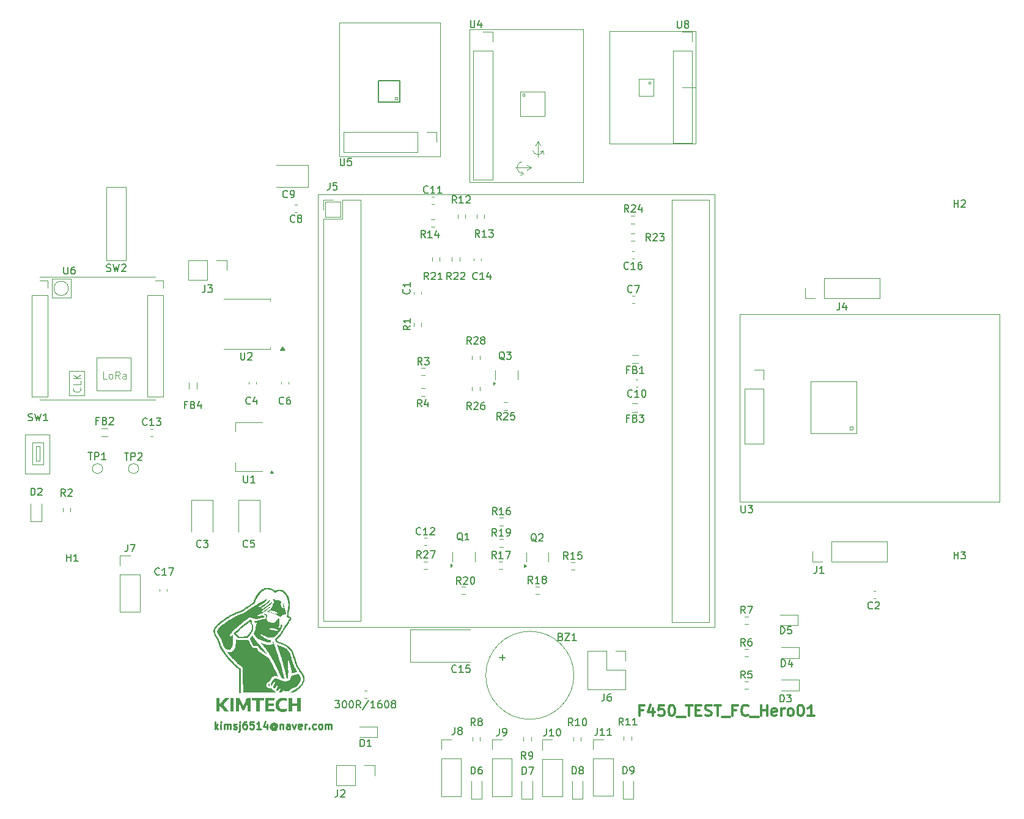
<source format=gbr>
%TF.GenerationSoftware,KiCad,Pcbnew,9.0.2*%
%TF.CreationDate,2025-07-11T17:47:35+09:00*%
%TF.ProjectId,Drone_FC_V1.0,44726f6e-655f-4464-935f-56312e302e6b,rev?*%
%TF.SameCoordinates,Original*%
%TF.FileFunction,Legend,Top*%
%TF.FilePolarity,Positive*%
%FSLAX46Y46*%
G04 Gerber Fmt 4.6, Leading zero omitted, Abs format (unit mm)*
G04 Created by KiCad (PCBNEW 9.0.2) date 2025-07-11 17:47:35*
%MOMM*%
%LPD*%
G01*
G04 APERTURE LIST*
%ADD10C,0.250000*%
%ADD11C,0.300000*%
%ADD12C,0.150000*%
%ADD13C,0.100000*%
%ADD14C,0.120000*%
%ADD15C,0.000000*%
%ADD16C,0.200000*%
G04 APERTURE END LIST*
D10*
X108792568Y-137064619D02*
X108792568Y-136064619D01*
X108887806Y-136683666D02*
X109173520Y-137064619D01*
X109173520Y-136397952D02*
X108792568Y-136778904D01*
X109602092Y-137064619D02*
X109602092Y-136397952D01*
X109602092Y-136064619D02*
X109554473Y-136112238D01*
X109554473Y-136112238D02*
X109602092Y-136159857D01*
X109602092Y-136159857D02*
X109649711Y-136112238D01*
X109649711Y-136112238D02*
X109602092Y-136064619D01*
X109602092Y-136064619D02*
X109602092Y-136159857D01*
X110078282Y-137064619D02*
X110078282Y-136397952D01*
X110078282Y-136493190D02*
X110125901Y-136445571D01*
X110125901Y-136445571D02*
X110221139Y-136397952D01*
X110221139Y-136397952D02*
X110363996Y-136397952D01*
X110363996Y-136397952D02*
X110459234Y-136445571D01*
X110459234Y-136445571D02*
X110506853Y-136540809D01*
X110506853Y-136540809D02*
X110506853Y-137064619D01*
X110506853Y-136540809D02*
X110554472Y-136445571D01*
X110554472Y-136445571D02*
X110649710Y-136397952D01*
X110649710Y-136397952D02*
X110792567Y-136397952D01*
X110792567Y-136397952D02*
X110887806Y-136445571D01*
X110887806Y-136445571D02*
X110935425Y-136540809D01*
X110935425Y-136540809D02*
X110935425Y-137064619D01*
X111363996Y-137017000D02*
X111459234Y-137064619D01*
X111459234Y-137064619D02*
X111649710Y-137064619D01*
X111649710Y-137064619D02*
X111744948Y-137017000D01*
X111744948Y-137017000D02*
X111792567Y-136921761D01*
X111792567Y-136921761D02*
X111792567Y-136874142D01*
X111792567Y-136874142D02*
X111744948Y-136778904D01*
X111744948Y-136778904D02*
X111649710Y-136731285D01*
X111649710Y-136731285D02*
X111506853Y-136731285D01*
X111506853Y-136731285D02*
X111411615Y-136683666D01*
X111411615Y-136683666D02*
X111363996Y-136588428D01*
X111363996Y-136588428D02*
X111363996Y-136540809D01*
X111363996Y-136540809D02*
X111411615Y-136445571D01*
X111411615Y-136445571D02*
X111506853Y-136397952D01*
X111506853Y-136397952D02*
X111649710Y-136397952D01*
X111649710Y-136397952D02*
X111744948Y-136445571D01*
X112221139Y-136397952D02*
X112221139Y-137255095D01*
X112221139Y-137255095D02*
X112173520Y-137350333D01*
X112173520Y-137350333D02*
X112078282Y-137397952D01*
X112078282Y-137397952D02*
X112030663Y-137397952D01*
X112221139Y-136064619D02*
X112173520Y-136112238D01*
X112173520Y-136112238D02*
X112221139Y-136159857D01*
X112221139Y-136159857D02*
X112268758Y-136112238D01*
X112268758Y-136112238D02*
X112221139Y-136064619D01*
X112221139Y-136064619D02*
X112221139Y-136159857D01*
X113125900Y-136064619D02*
X112935424Y-136064619D01*
X112935424Y-136064619D02*
X112840186Y-136112238D01*
X112840186Y-136112238D02*
X112792567Y-136159857D01*
X112792567Y-136159857D02*
X112697329Y-136302714D01*
X112697329Y-136302714D02*
X112649710Y-136493190D01*
X112649710Y-136493190D02*
X112649710Y-136874142D01*
X112649710Y-136874142D02*
X112697329Y-136969380D01*
X112697329Y-136969380D02*
X112744948Y-137017000D01*
X112744948Y-137017000D02*
X112840186Y-137064619D01*
X112840186Y-137064619D02*
X113030662Y-137064619D01*
X113030662Y-137064619D02*
X113125900Y-137017000D01*
X113125900Y-137017000D02*
X113173519Y-136969380D01*
X113173519Y-136969380D02*
X113221138Y-136874142D01*
X113221138Y-136874142D02*
X113221138Y-136636047D01*
X113221138Y-136636047D02*
X113173519Y-136540809D01*
X113173519Y-136540809D02*
X113125900Y-136493190D01*
X113125900Y-136493190D02*
X113030662Y-136445571D01*
X113030662Y-136445571D02*
X112840186Y-136445571D01*
X112840186Y-136445571D02*
X112744948Y-136493190D01*
X112744948Y-136493190D02*
X112697329Y-136540809D01*
X112697329Y-136540809D02*
X112649710Y-136636047D01*
X114125900Y-136064619D02*
X113649710Y-136064619D01*
X113649710Y-136064619D02*
X113602091Y-136540809D01*
X113602091Y-136540809D02*
X113649710Y-136493190D01*
X113649710Y-136493190D02*
X113744948Y-136445571D01*
X113744948Y-136445571D02*
X113983043Y-136445571D01*
X113983043Y-136445571D02*
X114078281Y-136493190D01*
X114078281Y-136493190D02*
X114125900Y-136540809D01*
X114125900Y-136540809D02*
X114173519Y-136636047D01*
X114173519Y-136636047D02*
X114173519Y-136874142D01*
X114173519Y-136874142D02*
X114125900Y-136969380D01*
X114125900Y-136969380D02*
X114078281Y-137017000D01*
X114078281Y-137017000D02*
X113983043Y-137064619D01*
X113983043Y-137064619D02*
X113744948Y-137064619D01*
X113744948Y-137064619D02*
X113649710Y-137017000D01*
X113649710Y-137017000D02*
X113602091Y-136969380D01*
X115125900Y-137064619D02*
X114554472Y-137064619D01*
X114840186Y-137064619D02*
X114840186Y-136064619D01*
X114840186Y-136064619D02*
X114744948Y-136207476D01*
X114744948Y-136207476D02*
X114649710Y-136302714D01*
X114649710Y-136302714D02*
X114554472Y-136350333D01*
X115983043Y-136397952D02*
X115983043Y-137064619D01*
X115744948Y-136017000D02*
X115506853Y-136731285D01*
X115506853Y-136731285D02*
X116125900Y-136731285D01*
X117125900Y-136588428D02*
X117078281Y-136540809D01*
X117078281Y-136540809D02*
X116983043Y-136493190D01*
X116983043Y-136493190D02*
X116887805Y-136493190D01*
X116887805Y-136493190D02*
X116792567Y-136540809D01*
X116792567Y-136540809D02*
X116744948Y-136588428D01*
X116744948Y-136588428D02*
X116697329Y-136683666D01*
X116697329Y-136683666D02*
X116697329Y-136778904D01*
X116697329Y-136778904D02*
X116744948Y-136874142D01*
X116744948Y-136874142D02*
X116792567Y-136921761D01*
X116792567Y-136921761D02*
X116887805Y-136969380D01*
X116887805Y-136969380D02*
X116983043Y-136969380D01*
X116983043Y-136969380D02*
X117078281Y-136921761D01*
X117078281Y-136921761D02*
X117125900Y-136874142D01*
X117125900Y-136493190D02*
X117125900Y-136874142D01*
X117125900Y-136874142D02*
X117173519Y-136921761D01*
X117173519Y-136921761D02*
X117221138Y-136921761D01*
X117221138Y-136921761D02*
X117316377Y-136874142D01*
X117316377Y-136874142D02*
X117363996Y-136778904D01*
X117363996Y-136778904D02*
X117363996Y-136540809D01*
X117363996Y-136540809D02*
X117268758Y-136397952D01*
X117268758Y-136397952D02*
X117125900Y-136302714D01*
X117125900Y-136302714D02*
X116935424Y-136255095D01*
X116935424Y-136255095D02*
X116744948Y-136302714D01*
X116744948Y-136302714D02*
X116602091Y-136397952D01*
X116602091Y-136397952D02*
X116506853Y-136540809D01*
X116506853Y-136540809D02*
X116459234Y-136731285D01*
X116459234Y-136731285D02*
X116506853Y-136921761D01*
X116506853Y-136921761D02*
X116602091Y-137064619D01*
X116602091Y-137064619D02*
X116744948Y-137159857D01*
X116744948Y-137159857D02*
X116935424Y-137207476D01*
X116935424Y-137207476D02*
X117125900Y-137159857D01*
X117125900Y-137159857D02*
X117268758Y-137064619D01*
X117792567Y-136397952D02*
X117792567Y-137064619D01*
X117792567Y-136493190D02*
X117840186Y-136445571D01*
X117840186Y-136445571D02*
X117935424Y-136397952D01*
X117935424Y-136397952D02*
X118078281Y-136397952D01*
X118078281Y-136397952D02*
X118173519Y-136445571D01*
X118173519Y-136445571D02*
X118221138Y-136540809D01*
X118221138Y-136540809D02*
X118221138Y-137064619D01*
X119125900Y-137064619D02*
X119125900Y-136540809D01*
X119125900Y-136540809D02*
X119078281Y-136445571D01*
X119078281Y-136445571D02*
X118983043Y-136397952D01*
X118983043Y-136397952D02*
X118792567Y-136397952D01*
X118792567Y-136397952D02*
X118697329Y-136445571D01*
X119125900Y-137017000D02*
X119030662Y-137064619D01*
X119030662Y-137064619D02*
X118792567Y-137064619D01*
X118792567Y-137064619D02*
X118697329Y-137017000D01*
X118697329Y-137017000D02*
X118649710Y-136921761D01*
X118649710Y-136921761D02*
X118649710Y-136826523D01*
X118649710Y-136826523D02*
X118697329Y-136731285D01*
X118697329Y-136731285D02*
X118792567Y-136683666D01*
X118792567Y-136683666D02*
X119030662Y-136683666D01*
X119030662Y-136683666D02*
X119125900Y-136636047D01*
X119506853Y-136397952D02*
X119744948Y-137064619D01*
X119744948Y-137064619D02*
X119983043Y-136397952D01*
X120744948Y-137017000D02*
X120649710Y-137064619D01*
X120649710Y-137064619D02*
X120459234Y-137064619D01*
X120459234Y-137064619D02*
X120363996Y-137017000D01*
X120363996Y-137017000D02*
X120316377Y-136921761D01*
X120316377Y-136921761D02*
X120316377Y-136540809D01*
X120316377Y-136540809D02*
X120363996Y-136445571D01*
X120363996Y-136445571D02*
X120459234Y-136397952D01*
X120459234Y-136397952D02*
X120649710Y-136397952D01*
X120649710Y-136397952D02*
X120744948Y-136445571D01*
X120744948Y-136445571D02*
X120792567Y-136540809D01*
X120792567Y-136540809D02*
X120792567Y-136636047D01*
X120792567Y-136636047D02*
X120316377Y-136731285D01*
X121221139Y-137064619D02*
X121221139Y-136397952D01*
X121221139Y-136588428D02*
X121268758Y-136493190D01*
X121268758Y-136493190D02*
X121316377Y-136445571D01*
X121316377Y-136445571D02*
X121411615Y-136397952D01*
X121411615Y-136397952D02*
X121506853Y-136397952D01*
X121840187Y-136969380D02*
X121887806Y-137017000D01*
X121887806Y-137017000D02*
X121840187Y-137064619D01*
X121840187Y-137064619D02*
X121792568Y-137017000D01*
X121792568Y-137017000D02*
X121840187Y-136969380D01*
X121840187Y-136969380D02*
X121840187Y-137064619D01*
X122744948Y-137017000D02*
X122649710Y-137064619D01*
X122649710Y-137064619D02*
X122459234Y-137064619D01*
X122459234Y-137064619D02*
X122363996Y-137017000D01*
X122363996Y-137017000D02*
X122316377Y-136969380D01*
X122316377Y-136969380D02*
X122268758Y-136874142D01*
X122268758Y-136874142D02*
X122268758Y-136588428D01*
X122268758Y-136588428D02*
X122316377Y-136493190D01*
X122316377Y-136493190D02*
X122363996Y-136445571D01*
X122363996Y-136445571D02*
X122459234Y-136397952D01*
X122459234Y-136397952D02*
X122649710Y-136397952D01*
X122649710Y-136397952D02*
X122744948Y-136445571D01*
X123316377Y-137064619D02*
X123221139Y-137017000D01*
X123221139Y-137017000D02*
X123173520Y-136969380D01*
X123173520Y-136969380D02*
X123125901Y-136874142D01*
X123125901Y-136874142D02*
X123125901Y-136588428D01*
X123125901Y-136588428D02*
X123173520Y-136493190D01*
X123173520Y-136493190D02*
X123221139Y-136445571D01*
X123221139Y-136445571D02*
X123316377Y-136397952D01*
X123316377Y-136397952D02*
X123459234Y-136397952D01*
X123459234Y-136397952D02*
X123554472Y-136445571D01*
X123554472Y-136445571D02*
X123602091Y-136493190D01*
X123602091Y-136493190D02*
X123649710Y-136588428D01*
X123649710Y-136588428D02*
X123649710Y-136874142D01*
X123649710Y-136874142D02*
X123602091Y-136969380D01*
X123602091Y-136969380D02*
X123554472Y-137017000D01*
X123554472Y-137017000D02*
X123459234Y-137064619D01*
X123459234Y-137064619D02*
X123316377Y-137064619D01*
X124078282Y-137064619D02*
X124078282Y-136397952D01*
X124078282Y-136493190D02*
X124125901Y-136445571D01*
X124125901Y-136445571D02*
X124221139Y-136397952D01*
X124221139Y-136397952D02*
X124363996Y-136397952D01*
X124363996Y-136397952D02*
X124459234Y-136445571D01*
X124459234Y-136445571D02*
X124506853Y-136540809D01*
X124506853Y-136540809D02*
X124506853Y-137064619D01*
X124506853Y-136540809D02*
X124554472Y-136445571D01*
X124554472Y-136445571D02*
X124649710Y-136397952D01*
X124649710Y-136397952D02*
X124792567Y-136397952D01*
X124792567Y-136397952D02*
X124887806Y-136445571D01*
X124887806Y-136445571D02*
X124935425Y-136540809D01*
X124935425Y-136540809D02*
X124935425Y-137064619D01*
D11*
X168034510Y-134475114D02*
X167534510Y-134475114D01*
X167534510Y-135260828D02*
X167534510Y-133760828D01*
X167534510Y-133760828D02*
X168248796Y-133760828D01*
X169463082Y-134260828D02*
X169463082Y-135260828D01*
X169105939Y-133689400D02*
X168748796Y-134760828D01*
X168748796Y-134760828D02*
X169677367Y-134760828D01*
X170963081Y-133760828D02*
X170248795Y-133760828D01*
X170248795Y-133760828D02*
X170177367Y-134475114D01*
X170177367Y-134475114D02*
X170248795Y-134403685D01*
X170248795Y-134403685D02*
X170391653Y-134332257D01*
X170391653Y-134332257D02*
X170748795Y-134332257D01*
X170748795Y-134332257D02*
X170891653Y-134403685D01*
X170891653Y-134403685D02*
X170963081Y-134475114D01*
X170963081Y-134475114D02*
X171034510Y-134617971D01*
X171034510Y-134617971D02*
X171034510Y-134975114D01*
X171034510Y-134975114D02*
X170963081Y-135117971D01*
X170963081Y-135117971D02*
X170891653Y-135189400D01*
X170891653Y-135189400D02*
X170748795Y-135260828D01*
X170748795Y-135260828D02*
X170391653Y-135260828D01*
X170391653Y-135260828D02*
X170248795Y-135189400D01*
X170248795Y-135189400D02*
X170177367Y-135117971D01*
X171963081Y-133760828D02*
X172105938Y-133760828D01*
X172105938Y-133760828D02*
X172248795Y-133832257D01*
X172248795Y-133832257D02*
X172320224Y-133903685D01*
X172320224Y-133903685D02*
X172391652Y-134046542D01*
X172391652Y-134046542D02*
X172463081Y-134332257D01*
X172463081Y-134332257D02*
X172463081Y-134689400D01*
X172463081Y-134689400D02*
X172391652Y-134975114D01*
X172391652Y-134975114D02*
X172320224Y-135117971D01*
X172320224Y-135117971D02*
X172248795Y-135189400D01*
X172248795Y-135189400D02*
X172105938Y-135260828D01*
X172105938Y-135260828D02*
X171963081Y-135260828D01*
X171963081Y-135260828D02*
X171820224Y-135189400D01*
X171820224Y-135189400D02*
X171748795Y-135117971D01*
X171748795Y-135117971D02*
X171677366Y-134975114D01*
X171677366Y-134975114D02*
X171605938Y-134689400D01*
X171605938Y-134689400D02*
X171605938Y-134332257D01*
X171605938Y-134332257D02*
X171677366Y-134046542D01*
X171677366Y-134046542D02*
X171748795Y-133903685D01*
X171748795Y-133903685D02*
X171820224Y-133832257D01*
X171820224Y-133832257D02*
X171963081Y-133760828D01*
X172748795Y-135403685D02*
X173891652Y-135403685D01*
X174034509Y-133760828D02*
X174891652Y-133760828D01*
X174463080Y-135260828D02*
X174463080Y-133760828D01*
X175391651Y-134475114D02*
X175891651Y-134475114D01*
X176105937Y-135260828D02*
X175391651Y-135260828D01*
X175391651Y-135260828D02*
X175391651Y-133760828D01*
X175391651Y-133760828D02*
X176105937Y-133760828D01*
X176677366Y-135189400D02*
X176891652Y-135260828D01*
X176891652Y-135260828D02*
X177248794Y-135260828D01*
X177248794Y-135260828D02*
X177391652Y-135189400D01*
X177391652Y-135189400D02*
X177463080Y-135117971D01*
X177463080Y-135117971D02*
X177534509Y-134975114D01*
X177534509Y-134975114D02*
X177534509Y-134832257D01*
X177534509Y-134832257D02*
X177463080Y-134689400D01*
X177463080Y-134689400D02*
X177391652Y-134617971D01*
X177391652Y-134617971D02*
X177248794Y-134546542D01*
X177248794Y-134546542D02*
X176963080Y-134475114D01*
X176963080Y-134475114D02*
X176820223Y-134403685D01*
X176820223Y-134403685D02*
X176748794Y-134332257D01*
X176748794Y-134332257D02*
X176677366Y-134189400D01*
X176677366Y-134189400D02*
X176677366Y-134046542D01*
X176677366Y-134046542D02*
X176748794Y-133903685D01*
X176748794Y-133903685D02*
X176820223Y-133832257D01*
X176820223Y-133832257D02*
X176963080Y-133760828D01*
X176963080Y-133760828D02*
X177320223Y-133760828D01*
X177320223Y-133760828D02*
X177534509Y-133832257D01*
X177963080Y-133760828D02*
X178820223Y-133760828D01*
X178391651Y-135260828D02*
X178391651Y-133760828D01*
X178963080Y-135403685D02*
X180105937Y-135403685D01*
X180963079Y-134475114D02*
X180463079Y-134475114D01*
X180463079Y-135260828D02*
X180463079Y-133760828D01*
X180463079Y-133760828D02*
X181177365Y-133760828D01*
X182605936Y-135117971D02*
X182534508Y-135189400D01*
X182534508Y-135189400D02*
X182320222Y-135260828D01*
X182320222Y-135260828D02*
X182177365Y-135260828D01*
X182177365Y-135260828D02*
X181963079Y-135189400D01*
X181963079Y-135189400D02*
X181820222Y-135046542D01*
X181820222Y-135046542D02*
X181748793Y-134903685D01*
X181748793Y-134903685D02*
X181677365Y-134617971D01*
X181677365Y-134617971D02*
X181677365Y-134403685D01*
X181677365Y-134403685D02*
X181748793Y-134117971D01*
X181748793Y-134117971D02*
X181820222Y-133975114D01*
X181820222Y-133975114D02*
X181963079Y-133832257D01*
X181963079Y-133832257D02*
X182177365Y-133760828D01*
X182177365Y-133760828D02*
X182320222Y-133760828D01*
X182320222Y-133760828D02*
X182534508Y-133832257D01*
X182534508Y-133832257D02*
X182605936Y-133903685D01*
X182891651Y-135403685D02*
X184034508Y-135403685D01*
X184391650Y-135260828D02*
X184391650Y-133760828D01*
X184391650Y-134475114D02*
X185248793Y-134475114D01*
X185248793Y-135260828D02*
X185248793Y-133760828D01*
X186534508Y-135189400D02*
X186391651Y-135260828D01*
X186391651Y-135260828D02*
X186105937Y-135260828D01*
X186105937Y-135260828D02*
X185963079Y-135189400D01*
X185963079Y-135189400D02*
X185891651Y-135046542D01*
X185891651Y-135046542D02*
X185891651Y-134475114D01*
X185891651Y-134475114D02*
X185963079Y-134332257D01*
X185963079Y-134332257D02*
X186105937Y-134260828D01*
X186105937Y-134260828D02*
X186391651Y-134260828D01*
X186391651Y-134260828D02*
X186534508Y-134332257D01*
X186534508Y-134332257D02*
X186605937Y-134475114D01*
X186605937Y-134475114D02*
X186605937Y-134617971D01*
X186605937Y-134617971D02*
X185891651Y-134760828D01*
X187248793Y-135260828D02*
X187248793Y-134260828D01*
X187248793Y-134546542D02*
X187320222Y-134403685D01*
X187320222Y-134403685D02*
X187391651Y-134332257D01*
X187391651Y-134332257D02*
X187534508Y-134260828D01*
X187534508Y-134260828D02*
X187677365Y-134260828D01*
X188391650Y-135260828D02*
X188248793Y-135189400D01*
X188248793Y-135189400D02*
X188177364Y-135117971D01*
X188177364Y-135117971D02*
X188105936Y-134975114D01*
X188105936Y-134975114D02*
X188105936Y-134546542D01*
X188105936Y-134546542D02*
X188177364Y-134403685D01*
X188177364Y-134403685D02*
X188248793Y-134332257D01*
X188248793Y-134332257D02*
X188391650Y-134260828D01*
X188391650Y-134260828D02*
X188605936Y-134260828D01*
X188605936Y-134260828D02*
X188748793Y-134332257D01*
X188748793Y-134332257D02*
X188820222Y-134403685D01*
X188820222Y-134403685D02*
X188891650Y-134546542D01*
X188891650Y-134546542D02*
X188891650Y-134975114D01*
X188891650Y-134975114D02*
X188820222Y-135117971D01*
X188820222Y-135117971D02*
X188748793Y-135189400D01*
X188748793Y-135189400D02*
X188605936Y-135260828D01*
X188605936Y-135260828D02*
X188391650Y-135260828D01*
X189820222Y-133760828D02*
X189963079Y-133760828D01*
X189963079Y-133760828D02*
X190105936Y-133832257D01*
X190105936Y-133832257D02*
X190177365Y-133903685D01*
X190177365Y-133903685D02*
X190248793Y-134046542D01*
X190248793Y-134046542D02*
X190320222Y-134332257D01*
X190320222Y-134332257D02*
X190320222Y-134689400D01*
X190320222Y-134689400D02*
X190248793Y-134975114D01*
X190248793Y-134975114D02*
X190177365Y-135117971D01*
X190177365Y-135117971D02*
X190105936Y-135189400D01*
X190105936Y-135189400D02*
X189963079Y-135260828D01*
X189963079Y-135260828D02*
X189820222Y-135260828D01*
X189820222Y-135260828D02*
X189677365Y-135189400D01*
X189677365Y-135189400D02*
X189605936Y-135117971D01*
X189605936Y-135117971D02*
X189534507Y-134975114D01*
X189534507Y-134975114D02*
X189463079Y-134689400D01*
X189463079Y-134689400D02*
X189463079Y-134332257D01*
X189463079Y-134332257D02*
X189534507Y-134046542D01*
X189534507Y-134046542D02*
X189605936Y-133903685D01*
X189605936Y-133903685D02*
X189677365Y-133832257D01*
X189677365Y-133832257D02*
X189820222Y-133760828D01*
X191748793Y-135260828D02*
X190891650Y-135260828D01*
X191320221Y-135260828D02*
X191320221Y-133760828D01*
X191320221Y-133760828D02*
X191177364Y-133975114D01*
X191177364Y-133975114D02*
X191034507Y-134117971D01*
X191034507Y-134117971D02*
X190891650Y-134189400D01*
D12*
X141487142Y-74824819D02*
X141153809Y-74348628D01*
X140915714Y-74824819D02*
X140915714Y-73824819D01*
X140915714Y-73824819D02*
X141296666Y-73824819D01*
X141296666Y-73824819D02*
X141391904Y-73872438D01*
X141391904Y-73872438D02*
X141439523Y-73920057D01*
X141439523Y-73920057D02*
X141487142Y-74015295D01*
X141487142Y-74015295D02*
X141487142Y-74158152D01*
X141487142Y-74158152D02*
X141439523Y-74253390D01*
X141439523Y-74253390D02*
X141391904Y-74301009D01*
X141391904Y-74301009D02*
X141296666Y-74348628D01*
X141296666Y-74348628D02*
X140915714Y-74348628D01*
X141868095Y-73920057D02*
X141915714Y-73872438D01*
X141915714Y-73872438D02*
X142010952Y-73824819D01*
X142010952Y-73824819D02*
X142249047Y-73824819D01*
X142249047Y-73824819D02*
X142344285Y-73872438D01*
X142344285Y-73872438D02*
X142391904Y-73920057D01*
X142391904Y-73920057D02*
X142439523Y-74015295D01*
X142439523Y-74015295D02*
X142439523Y-74110533D01*
X142439523Y-74110533D02*
X142391904Y-74253390D01*
X142391904Y-74253390D02*
X141820476Y-74824819D01*
X141820476Y-74824819D02*
X142439523Y-74824819D01*
X142820476Y-73920057D02*
X142868095Y-73872438D01*
X142868095Y-73872438D02*
X142963333Y-73824819D01*
X142963333Y-73824819D02*
X143201428Y-73824819D01*
X143201428Y-73824819D02*
X143296666Y-73872438D01*
X143296666Y-73872438D02*
X143344285Y-73920057D01*
X143344285Y-73920057D02*
X143391904Y-74015295D01*
X143391904Y-74015295D02*
X143391904Y-74110533D01*
X143391904Y-74110533D02*
X143344285Y-74253390D01*
X143344285Y-74253390D02*
X142772857Y-74824819D01*
X142772857Y-74824819D02*
X143391904Y-74824819D01*
X135854819Y-81194166D02*
X135378628Y-81527499D01*
X135854819Y-81765594D02*
X134854819Y-81765594D01*
X134854819Y-81765594D02*
X134854819Y-81384642D01*
X134854819Y-81384642D02*
X134902438Y-81289404D01*
X134902438Y-81289404D02*
X134950057Y-81241785D01*
X134950057Y-81241785D02*
X135045295Y-81194166D01*
X135045295Y-81194166D02*
X135188152Y-81194166D01*
X135188152Y-81194166D02*
X135283390Y-81241785D01*
X135283390Y-81241785D02*
X135331009Y-81289404D01*
X135331009Y-81289404D02*
X135378628Y-81384642D01*
X135378628Y-81384642D02*
X135378628Y-81765594D01*
X135854819Y-80241785D02*
X135854819Y-80813213D01*
X135854819Y-80527499D02*
X134854819Y-80527499D01*
X134854819Y-80527499D02*
X134997676Y-80622737D01*
X134997676Y-80622737D02*
X135092914Y-80717975D01*
X135092914Y-80717975D02*
X135140533Y-80813213D01*
X106853333Y-111819580D02*
X106805714Y-111867200D01*
X106805714Y-111867200D02*
X106662857Y-111914819D01*
X106662857Y-111914819D02*
X106567619Y-111914819D01*
X106567619Y-111914819D02*
X106424762Y-111867200D01*
X106424762Y-111867200D02*
X106329524Y-111771961D01*
X106329524Y-111771961D02*
X106281905Y-111676723D01*
X106281905Y-111676723D02*
X106234286Y-111486247D01*
X106234286Y-111486247D02*
X106234286Y-111343390D01*
X106234286Y-111343390D02*
X106281905Y-111152914D01*
X106281905Y-111152914D02*
X106329524Y-111057676D01*
X106329524Y-111057676D02*
X106424762Y-110962438D01*
X106424762Y-110962438D02*
X106567619Y-110914819D01*
X106567619Y-110914819D02*
X106662857Y-110914819D01*
X106662857Y-110914819D02*
X106805714Y-110962438D01*
X106805714Y-110962438D02*
X106853333Y-111010057D01*
X107186667Y-110914819D02*
X107805714Y-110914819D01*
X107805714Y-110914819D02*
X107472381Y-111295771D01*
X107472381Y-111295771D02*
X107615238Y-111295771D01*
X107615238Y-111295771D02*
X107710476Y-111343390D01*
X107710476Y-111343390D02*
X107758095Y-111391009D01*
X107758095Y-111391009D02*
X107805714Y-111486247D01*
X107805714Y-111486247D02*
X107805714Y-111724342D01*
X107805714Y-111724342D02*
X107758095Y-111819580D01*
X107758095Y-111819580D02*
X107710476Y-111867200D01*
X107710476Y-111867200D02*
X107615238Y-111914819D01*
X107615238Y-111914819D02*
X107329524Y-111914819D01*
X107329524Y-111914819D02*
X107234286Y-111867200D01*
X107234286Y-111867200D02*
X107186667Y-111819580D01*
X157679642Y-113547319D02*
X157346309Y-113071128D01*
X157108214Y-113547319D02*
X157108214Y-112547319D01*
X157108214Y-112547319D02*
X157489166Y-112547319D01*
X157489166Y-112547319D02*
X157584404Y-112594938D01*
X157584404Y-112594938D02*
X157632023Y-112642557D01*
X157632023Y-112642557D02*
X157679642Y-112737795D01*
X157679642Y-112737795D02*
X157679642Y-112880652D01*
X157679642Y-112880652D02*
X157632023Y-112975890D01*
X157632023Y-112975890D02*
X157584404Y-113023509D01*
X157584404Y-113023509D02*
X157489166Y-113071128D01*
X157489166Y-113071128D02*
X157108214Y-113071128D01*
X158632023Y-113547319D02*
X158060595Y-113547319D01*
X158346309Y-113547319D02*
X158346309Y-112547319D01*
X158346309Y-112547319D02*
X158251071Y-112690176D01*
X158251071Y-112690176D02*
X158155833Y-112785414D01*
X158155833Y-112785414D02*
X158060595Y-112833033D01*
X159536785Y-112547319D02*
X159060595Y-112547319D01*
X159060595Y-112547319D02*
X159012976Y-113023509D01*
X159012976Y-113023509D02*
X159060595Y-112975890D01*
X159060595Y-112975890D02*
X159155833Y-112928271D01*
X159155833Y-112928271D02*
X159393928Y-112928271D01*
X159393928Y-112928271D02*
X159489166Y-112975890D01*
X159489166Y-112975890D02*
X159536785Y-113023509D01*
X159536785Y-113023509D02*
X159584404Y-113118747D01*
X159584404Y-113118747D02*
X159584404Y-113356842D01*
X159584404Y-113356842D02*
X159536785Y-113452080D01*
X159536785Y-113452080D02*
X159489166Y-113499700D01*
X159489166Y-113499700D02*
X159393928Y-113547319D01*
X159393928Y-113547319D02*
X159155833Y-113547319D01*
X159155833Y-113547319D02*
X159060595Y-113499700D01*
X159060595Y-113499700D02*
X159012976Y-113452080D01*
X172798095Y-38964819D02*
X172798095Y-39774342D01*
X172798095Y-39774342D02*
X172845714Y-39869580D01*
X172845714Y-39869580D02*
X172893333Y-39917200D01*
X172893333Y-39917200D02*
X172988571Y-39964819D01*
X172988571Y-39964819D02*
X173179047Y-39964819D01*
X173179047Y-39964819D02*
X173274285Y-39917200D01*
X173274285Y-39917200D02*
X173321904Y-39869580D01*
X173321904Y-39869580D02*
X173369523Y-39774342D01*
X173369523Y-39774342D02*
X173369523Y-38964819D01*
X173988571Y-39393390D02*
X173893333Y-39345771D01*
X173893333Y-39345771D02*
X173845714Y-39298152D01*
X173845714Y-39298152D02*
X173798095Y-39202914D01*
X173798095Y-39202914D02*
X173798095Y-39155295D01*
X173798095Y-39155295D02*
X173845714Y-39060057D01*
X173845714Y-39060057D02*
X173893333Y-39012438D01*
X173893333Y-39012438D02*
X173988571Y-38964819D01*
X173988571Y-38964819D02*
X174179047Y-38964819D01*
X174179047Y-38964819D02*
X174274285Y-39012438D01*
X174274285Y-39012438D02*
X174321904Y-39060057D01*
X174321904Y-39060057D02*
X174369523Y-39155295D01*
X174369523Y-39155295D02*
X174369523Y-39202914D01*
X174369523Y-39202914D02*
X174321904Y-39298152D01*
X174321904Y-39298152D02*
X174274285Y-39345771D01*
X174274285Y-39345771D02*
X174179047Y-39393390D01*
X174179047Y-39393390D02*
X173988571Y-39393390D01*
X173988571Y-39393390D02*
X173893333Y-39441009D01*
X173893333Y-39441009D02*
X173845714Y-39488628D01*
X173845714Y-39488628D02*
X173798095Y-39583866D01*
X173798095Y-39583866D02*
X173798095Y-39774342D01*
X173798095Y-39774342D02*
X173845714Y-39869580D01*
X173845714Y-39869580D02*
X173893333Y-39917200D01*
X173893333Y-39917200D02*
X173988571Y-39964819D01*
X173988571Y-39964819D02*
X174179047Y-39964819D01*
X174179047Y-39964819D02*
X174274285Y-39917200D01*
X174274285Y-39917200D02*
X174321904Y-39869580D01*
X174321904Y-39869580D02*
X174369523Y-39774342D01*
X174369523Y-39774342D02*
X174369523Y-39583866D01*
X174369523Y-39583866D02*
X174321904Y-39488628D01*
X174321904Y-39488628D02*
X174274285Y-39441009D01*
X174274285Y-39441009D02*
X174179047Y-39393390D01*
X145107142Y-74719580D02*
X145059523Y-74767200D01*
X145059523Y-74767200D02*
X144916666Y-74814819D01*
X144916666Y-74814819D02*
X144821428Y-74814819D01*
X144821428Y-74814819D02*
X144678571Y-74767200D01*
X144678571Y-74767200D02*
X144583333Y-74671961D01*
X144583333Y-74671961D02*
X144535714Y-74576723D01*
X144535714Y-74576723D02*
X144488095Y-74386247D01*
X144488095Y-74386247D02*
X144488095Y-74243390D01*
X144488095Y-74243390D02*
X144535714Y-74052914D01*
X144535714Y-74052914D02*
X144583333Y-73957676D01*
X144583333Y-73957676D02*
X144678571Y-73862438D01*
X144678571Y-73862438D02*
X144821428Y-73814819D01*
X144821428Y-73814819D02*
X144916666Y-73814819D01*
X144916666Y-73814819D02*
X145059523Y-73862438D01*
X145059523Y-73862438D02*
X145107142Y-73910057D01*
X146059523Y-74814819D02*
X145488095Y-74814819D01*
X145773809Y-74814819D02*
X145773809Y-73814819D01*
X145773809Y-73814819D02*
X145678571Y-73957676D01*
X145678571Y-73957676D02*
X145583333Y-74052914D01*
X145583333Y-74052914D02*
X145488095Y-74100533D01*
X146916666Y-74148152D02*
X146916666Y-74814819D01*
X146678571Y-73767200D02*
X146440476Y-74481485D01*
X146440476Y-74481485D02*
X147059523Y-74481485D01*
X211132539Y-64804818D02*
X211132539Y-63804818D01*
X211132539Y-64281008D02*
X211703967Y-64281008D01*
X211703967Y-64804818D02*
X211703967Y-63804818D01*
X212132539Y-63900056D02*
X212180158Y-63852437D01*
X212180158Y-63852437D02*
X212275396Y-63804818D01*
X212275396Y-63804818D02*
X212513491Y-63804818D01*
X212513491Y-63804818D02*
X212608729Y-63852437D01*
X212608729Y-63852437D02*
X212656348Y-63900056D01*
X212656348Y-63900056D02*
X212703967Y-63995294D01*
X212703967Y-63995294D02*
X212703967Y-64090532D01*
X212703967Y-64090532D02*
X212656348Y-64233389D01*
X212656348Y-64233389D02*
X212084920Y-64804818D01*
X212084920Y-64804818D02*
X212703967Y-64804818D01*
X142192142Y-129139580D02*
X142144523Y-129187200D01*
X142144523Y-129187200D02*
X142001666Y-129234819D01*
X142001666Y-129234819D02*
X141906428Y-129234819D01*
X141906428Y-129234819D02*
X141763571Y-129187200D01*
X141763571Y-129187200D02*
X141668333Y-129091961D01*
X141668333Y-129091961D02*
X141620714Y-128996723D01*
X141620714Y-128996723D02*
X141573095Y-128806247D01*
X141573095Y-128806247D02*
X141573095Y-128663390D01*
X141573095Y-128663390D02*
X141620714Y-128472914D01*
X141620714Y-128472914D02*
X141668333Y-128377676D01*
X141668333Y-128377676D02*
X141763571Y-128282438D01*
X141763571Y-128282438D02*
X141906428Y-128234819D01*
X141906428Y-128234819D02*
X142001666Y-128234819D01*
X142001666Y-128234819D02*
X142144523Y-128282438D01*
X142144523Y-128282438D02*
X142192142Y-128330057D01*
X143144523Y-129234819D02*
X142573095Y-129234819D01*
X142858809Y-129234819D02*
X142858809Y-128234819D01*
X142858809Y-128234819D02*
X142763571Y-128377676D01*
X142763571Y-128377676D02*
X142668333Y-128472914D01*
X142668333Y-128472914D02*
X142573095Y-128520533D01*
X144049285Y-128234819D02*
X143573095Y-128234819D01*
X143573095Y-128234819D02*
X143525476Y-128711009D01*
X143525476Y-128711009D02*
X143573095Y-128663390D01*
X143573095Y-128663390D02*
X143668333Y-128615771D01*
X143668333Y-128615771D02*
X143906428Y-128615771D01*
X143906428Y-128615771D02*
X144001666Y-128663390D01*
X144001666Y-128663390D02*
X144049285Y-128711009D01*
X144049285Y-128711009D02*
X144096904Y-128806247D01*
X144096904Y-128806247D02*
X144096904Y-129044342D01*
X144096904Y-129044342D02*
X144049285Y-129139580D01*
X144049285Y-129139580D02*
X144001666Y-129187200D01*
X144001666Y-129187200D02*
X143906428Y-129234819D01*
X143906428Y-129234819D02*
X143668333Y-129234819D01*
X143668333Y-129234819D02*
X143573095Y-129187200D01*
X143573095Y-129187200D02*
X143525476Y-129139580D01*
X161729891Y-136956461D02*
X161729891Y-137670746D01*
X161729891Y-137670746D02*
X161682272Y-137813603D01*
X161682272Y-137813603D02*
X161587034Y-137908842D01*
X161587034Y-137908842D02*
X161444177Y-137956461D01*
X161444177Y-137956461D02*
X161348939Y-137956461D01*
X162729891Y-137956461D02*
X162158463Y-137956461D01*
X162444177Y-137956461D02*
X162444177Y-136956461D01*
X162444177Y-136956461D02*
X162348939Y-137099318D01*
X162348939Y-137099318D02*
X162253701Y-137194556D01*
X162253701Y-137194556D02*
X162158463Y-137242175D01*
X163682272Y-137956461D02*
X163110844Y-137956461D01*
X163396558Y-137956461D02*
X163396558Y-136956461D01*
X163396558Y-136956461D02*
X163301320Y-137099318D01*
X163301320Y-137099318D02*
X163206082Y-137194556D01*
X163206082Y-137194556D02*
X163110844Y-137242175D01*
X93766667Y-73647200D02*
X93909524Y-73694819D01*
X93909524Y-73694819D02*
X94147619Y-73694819D01*
X94147619Y-73694819D02*
X94242857Y-73647200D01*
X94242857Y-73647200D02*
X94290476Y-73599580D01*
X94290476Y-73599580D02*
X94338095Y-73504342D01*
X94338095Y-73504342D02*
X94338095Y-73409104D01*
X94338095Y-73409104D02*
X94290476Y-73313866D01*
X94290476Y-73313866D02*
X94242857Y-73266247D01*
X94242857Y-73266247D02*
X94147619Y-73218628D01*
X94147619Y-73218628D02*
X93957143Y-73171009D01*
X93957143Y-73171009D02*
X93861905Y-73123390D01*
X93861905Y-73123390D02*
X93814286Y-73075771D01*
X93814286Y-73075771D02*
X93766667Y-72980533D01*
X93766667Y-72980533D02*
X93766667Y-72885295D01*
X93766667Y-72885295D02*
X93814286Y-72790057D01*
X93814286Y-72790057D02*
X93861905Y-72742438D01*
X93861905Y-72742438D02*
X93957143Y-72694819D01*
X93957143Y-72694819D02*
X94195238Y-72694819D01*
X94195238Y-72694819D02*
X94338095Y-72742438D01*
X94671429Y-72694819D02*
X94909524Y-73694819D01*
X94909524Y-73694819D02*
X95100000Y-72980533D01*
X95100000Y-72980533D02*
X95290476Y-73694819D01*
X95290476Y-73694819D02*
X95528572Y-72694819D01*
X95861905Y-72790057D02*
X95909524Y-72742438D01*
X95909524Y-72742438D02*
X96004762Y-72694819D01*
X96004762Y-72694819D02*
X96242857Y-72694819D01*
X96242857Y-72694819D02*
X96338095Y-72742438D01*
X96338095Y-72742438D02*
X96385714Y-72790057D01*
X96385714Y-72790057D02*
X96433333Y-72885295D01*
X96433333Y-72885295D02*
X96433333Y-72980533D01*
X96433333Y-72980533D02*
X96385714Y-73123390D01*
X96385714Y-73123390D02*
X95814286Y-73694819D01*
X95814286Y-73694819D02*
X96433333Y-73694819D01*
X96248095Y-98824819D02*
X96819523Y-98824819D01*
X96533809Y-99824819D02*
X96533809Y-98824819D01*
X97152857Y-99824819D02*
X97152857Y-98824819D01*
X97152857Y-98824819D02*
X97533809Y-98824819D01*
X97533809Y-98824819D02*
X97629047Y-98872438D01*
X97629047Y-98872438D02*
X97676666Y-98920057D01*
X97676666Y-98920057D02*
X97724285Y-99015295D01*
X97724285Y-99015295D02*
X97724285Y-99158152D01*
X97724285Y-99158152D02*
X97676666Y-99253390D01*
X97676666Y-99253390D02*
X97629047Y-99301009D01*
X97629047Y-99301009D02*
X97533809Y-99348628D01*
X97533809Y-99348628D02*
X97152857Y-99348628D01*
X98105238Y-98920057D02*
X98152857Y-98872438D01*
X98152857Y-98872438D02*
X98248095Y-98824819D01*
X98248095Y-98824819D02*
X98486190Y-98824819D01*
X98486190Y-98824819D02*
X98581428Y-98872438D01*
X98581428Y-98872438D02*
X98629047Y-98920057D01*
X98629047Y-98920057D02*
X98676666Y-99015295D01*
X98676666Y-99015295D02*
X98676666Y-99110533D01*
X98676666Y-99110533D02*
X98629047Y-99253390D01*
X98629047Y-99253390D02*
X98057619Y-99824819D01*
X98057619Y-99824819D02*
X98676666Y-99824819D01*
X87848095Y-73054819D02*
X87848095Y-73864342D01*
X87848095Y-73864342D02*
X87895714Y-73959580D01*
X87895714Y-73959580D02*
X87943333Y-74007200D01*
X87943333Y-74007200D02*
X88038571Y-74054819D01*
X88038571Y-74054819D02*
X88229047Y-74054819D01*
X88229047Y-74054819D02*
X88324285Y-74007200D01*
X88324285Y-74007200D02*
X88371904Y-73959580D01*
X88371904Y-73959580D02*
X88419523Y-73864342D01*
X88419523Y-73864342D02*
X88419523Y-73054819D01*
X89324285Y-73054819D02*
X89133809Y-73054819D01*
X89133809Y-73054819D02*
X89038571Y-73102438D01*
X89038571Y-73102438D02*
X88990952Y-73150057D01*
X88990952Y-73150057D02*
X88895714Y-73292914D01*
X88895714Y-73292914D02*
X88848095Y-73483390D01*
X88848095Y-73483390D02*
X88848095Y-73864342D01*
X88848095Y-73864342D02*
X88895714Y-73959580D01*
X88895714Y-73959580D02*
X88943333Y-74007200D01*
X88943333Y-74007200D02*
X89038571Y-74054819D01*
X89038571Y-74054819D02*
X89229047Y-74054819D01*
X89229047Y-74054819D02*
X89324285Y-74007200D01*
X89324285Y-74007200D02*
X89371904Y-73959580D01*
X89371904Y-73959580D02*
X89419523Y-73864342D01*
X89419523Y-73864342D02*
X89419523Y-73626247D01*
X89419523Y-73626247D02*
X89371904Y-73531009D01*
X89371904Y-73531009D02*
X89324285Y-73483390D01*
X89324285Y-73483390D02*
X89229047Y-73435771D01*
X89229047Y-73435771D02*
X89038571Y-73435771D01*
X89038571Y-73435771D02*
X88943333Y-73483390D01*
X88943333Y-73483390D02*
X88895714Y-73531009D01*
X88895714Y-73531009D02*
X88848095Y-73626247D01*
D13*
X90062180Y-89774687D02*
X90109800Y-89822306D01*
X90109800Y-89822306D02*
X90157419Y-89965163D01*
X90157419Y-89965163D02*
X90157419Y-90060401D01*
X90157419Y-90060401D02*
X90109800Y-90203258D01*
X90109800Y-90203258D02*
X90014561Y-90298496D01*
X90014561Y-90298496D02*
X89919323Y-90346115D01*
X89919323Y-90346115D02*
X89728847Y-90393734D01*
X89728847Y-90393734D02*
X89585990Y-90393734D01*
X89585990Y-90393734D02*
X89395514Y-90346115D01*
X89395514Y-90346115D02*
X89300276Y-90298496D01*
X89300276Y-90298496D02*
X89205038Y-90203258D01*
X89205038Y-90203258D02*
X89157419Y-90060401D01*
X89157419Y-90060401D02*
X89157419Y-89965163D01*
X89157419Y-89965163D02*
X89205038Y-89822306D01*
X89205038Y-89822306D02*
X89252657Y-89774687D01*
X90157419Y-88869925D02*
X90157419Y-89346115D01*
X90157419Y-89346115D02*
X89157419Y-89346115D01*
X90157419Y-88536591D02*
X89157419Y-88536591D01*
X90157419Y-87965163D02*
X89585990Y-88393734D01*
X89157419Y-87965163D02*
X89728847Y-88536591D01*
X93790074Y-88559919D02*
X93313884Y-88559919D01*
X93313884Y-88559919D02*
X93313884Y-87559919D01*
X94266265Y-88559919D02*
X94171027Y-88512300D01*
X94171027Y-88512300D02*
X94123408Y-88464680D01*
X94123408Y-88464680D02*
X94075789Y-88369442D01*
X94075789Y-88369442D02*
X94075789Y-88083728D01*
X94075789Y-88083728D02*
X94123408Y-87988490D01*
X94123408Y-87988490D02*
X94171027Y-87940871D01*
X94171027Y-87940871D02*
X94266265Y-87893252D01*
X94266265Y-87893252D02*
X94409122Y-87893252D01*
X94409122Y-87893252D02*
X94504360Y-87940871D01*
X94504360Y-87940871D02*
X94551979Y-87988490D01*
X94551979Y-87988490D02*
X94599598Y-88083728D01*
X94599598Y-88083728D02*
X94599598Y-88369442D01*
X94599598Y-88369442D02*
X94551979Y-88464680D01*
X94551979Y-88464680D02*
X94504360Y-88512300D01*
X94504360Y-88512300D02*
X94409122Y-88559919D01*
X94409122Y-88559919D02*
X94266265Y-88559919D01*
X95599598Y-88559919D02*
X95266265Y-88083728D01*
X95028170Y-88559919D02*
X95028170Y-87559919D01*
X95028170Y-87559919D02*
X95409122Y-87559919D01*
X95409122Y-87559919D02*
X95504360Y-87607538D01*
X95504360Y-87607538D02*
X95551979Y-87655157D01*
X95551979Y-87655157D02*
X95599598Y-87750395D01*
X95599598Y-87750395D02*
X95599598Y-87893252D01*
X95599598Y-87893252D02*
X95551979Y-87988490D01*
X95551979Y-87988490D02*
X95504360Y-88036109D01*
X95504360Y-88036109D02*
X95409122Y-88083728D01*
X95409122Y-88083728D02*
X95028170Y-88083728D01*
X96456741Y-88559919D02*
X96456741Y-88036109D01*
X96456741Y-88036109D02*
X96409122Y-87940871D01*
X96409122Y-87940871D02*
X96313884Y-87893252D01*
X96313884Y-87893252D02*
X96123408Y-87893252D01*
X96123408Y-87893252D02*
X96028170Y-87940871D01*
X96456741Y-88512300D02*
X96361503Y-88559919D01*
X96361503Y-88559919D02*
X96123408Y-88559919D01*
X96123408Y-88559919D02*
X96028170Y-88512300D01*
X96028170Y-88512300D02*
X95980551Y-88417061D01*
X95980551Y-88417061D02*
X95980551Y-88321823D01*
X95980551Y-88321823D02*
X96028170Y-88226585D01*
X96028170Y-88226585D02*
X96123408Y-88178966D01*
X96123408Y-88178966D02*
X96361503Y-88178966D01*
X96361503Y-88178966D02*
X96456741Y-88131347D01*
D12*
X147799642Y-107387319D02*
X147466309Y-106911128D01*
X147228214Y-107387319D02*
X147228214Y-106387319D01*
X147228214Y-106387319D02*
X147609166Y-106387319D01*
X147609166Y-106387319D02*
X147704404Y-106434938D01*
X147704404Y-106434938D02*
X147752023Y-106482557D01*
X147752023Y-106482557D02*
X147799642Y-106577795D01*
X147799642Y-106577795D02*
X147799642Y-106720652D01*
X147799642Y-106720652D02*
X147752023Y-106815890D01*
X147752023Y-106815890D02*
X147704404Y-106863509D01*
X147704404Y-106863509D02*
X147609166Y-106911128D01*
X147609166Y-106911128D02*
X147228214Y-106911128D01*
X148752023Y-107387319D02*
X148180595Y-107387319D01*
X148466309Y-107387319D02*
X148466309Y-106387319D01*
X148466309Y-106387319D02*
X148371071Y-106530176D01*
X148371071Y-106530176D02*
X148275833Y-106625414D01*
X148275833Y-106625414D02*
X148180595Y-106673033D01*
X149609166Y-106387319D02*
X149418690Y-106387319D01*
X149418690Y-106387319D02*
X149323452Y-106434938D01*
X149323452Y-106434938D02*
X149275833Y-106482557D01*
X149275833Y-106482557D02*
X149180595Y-106625414D01*
X149180595Y-106625414D02*
X149132976Y-106815890D01*
X149132976Y-106815890D02*
X149132976Y-107196842D01*
X149132976Y-107196842D02*
X149180595Y-107292080D01*
X149180595Y-107292080D02*
X149228214Y-107339700D01*
X149228214Y-107339700D02*
X149323452Y-107387319D01*
X149323452Y-107387319D02*
X149513928Y-107387319D01*
X149513928Y-107387319D02*
X149609166Y-107339700D01*
X149609166Y-107339700D02*
X149656785Y-107292080D01*
X149656785Y-107292080D02*
X149704404Y-107196842D01*
X149704404Y-107196842D02*
X149704404Y-106958747D01*
X149704404Y-106958747D02*
X149656785Y-106863509D01*
X149656785Y-106863509D02*
X149609166Y-106815890D01*
X149609166Y-106815890D02*
X149513928Y-106768271D01*
X149513928Y-106768271D02*
X149323452Y-106768271D01*
X149323452Y-106768271D02*
X149228214Y-106815890D01*
X149228214Y-106815890D02*
X149180595Y-106863509D01*
X149180595Y-106863509D02*
X149132976Y-106958747D01*
X147719642Y-113442319D02*
X147386309Y-112966128D01*
X147148214Y-113442319D02*
X147148214Y-112442319D01*
X147148214Y-112442319D02*
X147529166Y-112442319D01*
X147529166Y-112442319D02*
X147624404Y-112489938D01*
X147624404Y-112489938D02*
X147672023Y-112537557D01*
X147672023Y-112537557D02*
X147719642Y-112632795D01*
X147719642Y-112632795D02*
X147719642Y-112775652D01*
X147719642Y-112775652D02*
X147672023Y-112870890D01*
X147672023Y-112870890D02*
X147624404Y-112918509D01*
X147624404Y-112918509D02*
X147529166Y-112966128D01*
X147529166Y-112966128D02*
X147148214Y-112966128D01*
X148672023Y-113442319D02*
X148100595Y-113442319D01*
X148386309Y-113442319D02*
X148386309Y-112442319D01*
X148386309Y-112442319D02*
X148291071Y-112585176D01*
X148291071Y-112585176D02*
X148195833Y-112680414D01*
X148195833Y-112680414D02*
X148100595Y-112728033D01*
X149005357Y-112442319D02*
X149672023Y-112442319D01*
X149672023Y-112442319D02*
X149243452Y-113442319D01*
X88043333Y-104844819D02*
X87710000Y-104368628D01*
X87471905Y-104844819D02*
X87471905Y-103844819D01*
X87471905Y-103844819D02*
X87852857Y-103844819D01*
X87852857Y-103844819D02*
X87948095Y-103892438D01*
X87948095Y-103892438D02*
X87995714Y-103940057D01*
X87995714Y-103940057D02*
X88043333Y-104035295D01*
X88043333Y-104035295D02*
X88043333Y-104178152D01*
X88043333Y-104178152D02*
X87995714Y-104273390D01*
X87995714Y-104273390D02*
X87948095Y-104321009D01*
X87948095Y-104321009D02*
X87852857Y-104368628D01*
X87852857Y-104368628D02*
X87471905Y-104368628D01*
X88424286Y-103940057D02*
X88471905Y-103892438D01*
X88471905Y-103892438D02*
X88567143Y-103844819D01*
X88567143Y-103844819D02*
X88805238Y-103844819D01*
X88805238Y-103844819D02*
X88900476Y-103892438D01*
X88900476Y-103892438D02*
X88948095Y-103940057D01*
X88948095Y-103940057D02*
X88995714Y-104035295D01*
X88995714Y-104035295D02*
X88995714Y-104130533D01*
X88995714Y-104130533D02*
X88948095Y-104273390D01*
X88948095Y-104273390D02*
X88376667Y-104844819D01*
X88376667Y-104844819D02*
X88995714Y-104844819D01*
X166553333Y-76519580D02*
X166505714Y-76567200D01*
X166505714Y-76567200D02*
X166362857Y-76614819D01*
X166362857Y-76614819D02*
X166267619Y-76614819D01*
X166267619Y-76614819D02*
X166124762Y-76567200D01*
X166124762Y-76567200D02*
X166029524Y-76471961D01*
X166029524Y-76471961D02*
X165981905Y-76376723D01*
X165981905Y-76376723D02*
X165934286Y-76186247D01*
X165934286Y-76186247D02*
X165934286Y-76043390D01*
X165934286Y-76043390D02*
X165981905Y-75852914D01*
X165981905Y-75852914D02*
X166029524Y-75757676D01*
X166029524Y-75757676D02*
X166124762Y-75662438D01*
X166124762Y-75662438D02*
X166267619Y-75614819D01*
X166267619Y-75614819D02*
X166362857Y-75614819D01*
X166362857Y-75614819D02*
X166505714Y-75662438D01*
X166505714Y-75662438D02*
X166553333Y-75710057D01*
X166886667Y-75614819D02*
X167553333Y-75614819D01*
X167553333Y-75614819D02*
X167124762Y-76614819D01*
X166544642Y-90989580D02*
X166497023Y-91037200D01*
X166497023Y-91037200D02*
X166354166Y-91084819D01*
X166354166Y-91084819D02*
X166258928Y-91084819D01*
X166258928Y-91084819D02*
X166116071Y-91037200D01*
X166116071Y-91037200D02*
X166020833Y-90941961D01*
X166020833Y-90941961D02*
X165973214Y-90846723D01*
X165973214Y-90846723D02*
X165925595Y-90656247D01*
X165925595Y-90656247D02*
X165925595Y-90513390D01*
X165925595Y-90513390D02*
X165973214Y-90322914D01*
X165973214Y-90322914D02*
X166020833Y-90227676D01*
X166020833Y-90227676D02*
X166116071Y-90132438D01*
X166116071Y-90132438D02*
X166258928Y-90084819D01*
X166258928Y-90084819D02*
X166354166Y-90084819D01*
X166354166Y-90084819D02*
X166497023Y-90132438D01*
X166497023Y-90132438D02*
X166544642Y-90180057D01*
X167497023Y-91084819D02*
X166925595Y-91084819D01*
X167211309Y-91084819D02*
X167211309Y-90084819D01*
X167211309Y-90084819D02*
X167116071Y-90227676D01*
X167116071Y-90227676D02*
X167020833Y-90322914D01*
X167020833Y-90322914D02*
X166925595Y-90370533D01*
X168116071Y-90084819D02*
X168211309Y-90084819D01*
X168211309Y-90084819D02*
X168306547Y-90132438D01*
X168306547Y-90132438D02*
X168354166Y-90180057D01*
X168354166Y-90180057D02*
X168401785Y-90275295D01*
X168401785Y-90275295D02*
X168449404Y-90465771D01*
X168449404Y-90465771D02*
X168449404Y-90703866D01*
X168449404Y-90703866D02*
X168401785Y-90894342D01*
X168401785Y-90894342D02*
X168354166Y-90989580D01*
X168354166Y-90989580D02*
X168306547Y-91037200D01*
X168306547Y-91037200D02*
X168211309Y-91084819D01*
X168211309Y-91084819D02*
X168116071Y-91084819D01*
X168116071Y-91084819D02*
X168020833Y-91037200D01*
X168020833Y-91037200D02*
X167973214Y-90989580D01*
X167973214Y-90989580D02*
X167925595Y-90894342D01*
X167925595Y-90894342D02*
X167877976Y-90703866D01*
X167877976Y-90703866D02*
X167877976Y-90465771D01*
X167877976Y-90465771D02*
X167925595Y-90275295D01*
X167925595Y-90275295D02*
X167973214Y-90180057D01*
X167973214Y-90180057D02*
X168020833Y-90132438D01*
X168020833Y-90132438D02*
X168116071Y-90084819D01*
X162686666Y-132194819D02*
X162686666Y-132909104D01*
X162686666Y-132909104D02*
X162639047Y-133051961D01*
X162639047Y-133051961D02*
X162543809Y-133147200D01*
X162543809Y-133147200D02*
X162400952Y-133194819D01*
X162400952Y-133194819D02*
X162305714Y-133194819D01*
X163591428Y-132194819D02*
X163400952Y-132194819D01*
X163400952Y-132194819D02*
X163305714Y-132242438D01*
X163305714Y-132242438D02*
X163258095Y-132290057D01*
X163258095Y-132290057D02*
X163162857Y-132432914D01*
X163162857Y-132432914D02*
X163115238Y-132623390D01*
X163115238Y-132623390D02*
X163115238Y-133004342D01*
X163115238Y-133004342D02*
X163162857Y-133099580D01*
X163162857Y-133099580D02*
X163210476Y-133147200D01*
X163210476Y-133147200D02*
X163305714Y-133194819D01*
X163305714Y-133194819D02*
X163496190Y-133194819D01*
X163496190Y-133194819D02*
X163591428Y-133147200D01*
X163591428Y-133147200D02*
X163639047Y-133099580D01*
X163639047Y-133099580D02*
X163686666Y-133004342D01*
X163686666Y-133004342D02*
X163686666Y-132766247D01*
X163686666Y-132766247D02*
X163639047Y-132671009D01*
X163639047Y-132671009D02*
X163591428Y-132623390D01*
X163591428Y-132623390D02*
X163496190Y-132575771D01*
X163496190Y-132575771D02*
X163305714Y-132575771D01*
X163305714Y-132575771D02*
X163210476Y-132623390D01*
X163210476Y-132623390D02*
X163162857Y-132671009D01*
X163162857Y-132671009D02*
X163115238Y-132766247D01*
X141996666Y-136854819D02*
X141996666Y-137569104D01*
X141996666Y-137569104D02*
X141949047Y-137711961D01*
X141949047Y-137711961D02*
X141853809Y-137807200D01*
X141853809Y-137807200D02*
X141710952Y-137854819D01*
X141710952Y-137854819D02*
X141615714Y-137854819D01*
X142615714Y-137283390D02*
X142520476Y-137235771D01*
X142520476Y-137235771D02*
X142472857Y-137188152D01*
X142472857Y-137188152D02*
X142425238Y-137092914D01*
X142425238Y-137092914D02*
X142425238Y-137045295D01*
X142425238Y-137045295D02*
X142472857Y-136950057D01*
X142472857Y-136950057D02*
X142520476Y-136902438D01*
X142520476Y-136902438D02*
X142615714Y-136854819D01*
X142615714Y-136854819D02*
X142806190Y-136854819D01*
X142806190Y-136854819D02*
X142901428Y-136902438D01*
X142901428Y-136902438D02*
X142949047Y-136950057D01*
X142949047Y-136950057D02*
X142996666Y-137045295D01*
X142996666Y-137045295D02*
X142996666Y-137092914D01*
X142996666Y-137092914D02*
X142949047Y-137188152D01*
X142949047Y-137188152D02*
X142901428Y-137235771D01*
X142901428Y-137235771D02*
X142806190Y-137283390D01*
X142806190Y-137283390D02*
X142615714Y-137283390D01*
X142615714Y-137283390D02*
X142520476Y-137331009D01*
X142520476Y-137331009D02*
X142472857Y-137378628D01*
X142472857Y-137378628D02*
X142425238Y-137473866D01*
X142425238Y-137473866D02*
X142425238Y-137664342D01*
X142425238Y-137664342D02*
X142472857Y-137759580D01*
X142472857Y-137759580D02*
X142520476Y-137807200D01*
X142520476Y-137807200D02*
X142615714Y-137854819D01*
X142615714Y-137854819D02*
X142806190Y-137854819D01*
X142806190Y-137854819D02*
X142901428Y-137807200D01*
X142901428Y-137807200D02*
X142949047Y-137759580D01*
X142949047Y-137759580D02*
X142996666Y-137664342D01*
X142996666Y-137664342D02*
X142996666Y-137473866D01*
X142996666Y-137473866D02*
X142949047Y-137378628D01*
X142949047Y-137378628D02*
X142901428Y-137331009D01*
X142901428Y-137331009D02*
X142806190Y-137283390D01*
X101087142Y-115669580D02*
X101039523Y-115717200D01*
X101039523Y-115717200D02*
X100896666Y-115764819D01*
X100896666Y-115764819D02*
X100801428Y-115764819D01*
X100801428Y-115764819D02*
X100658571Y-115717200D01*
X100658571Y-115717200D02*
X100563333Y-115621961D01*
X100563333Y-115621961D02*
X100515714Y-115526723D01*
X100515714Y-115526723D02*
X100468095Y-115336247D01*
X100468095Y-115336247D02*
X100468095Y-115193390D01*
X100468095Y-115193390D02*
X100515714Y-115002914D01*
X100515714Y-115002914D02*
X100563333Y-114907676D01*
X100563333Y-114907676D02*
X100658571Y-114812438D01*
X100658571Y-114812438D02*
X100801428Y-114764819D01*
X100801428Y-114764819D02*
X100896666Y-114764819D01*
X100896666Y-114764819D02*
X101039523Y-114812438D01*
X101039523Y-114812438D02*
X101087142Y-114860057D01*
X102039523Y-115764819D02*
X101468095Y-115764819D01*
X101753809Y-115764819D02*
X101753809Y-114764819D01*
X101753809Y-114764819D02*
X101658571Y-114907676D01*
X101658571Y-114907676D02*
X101563333Y-115002914D01*
X101563333Y-115002914D02*
X101468095Y-115050533D01*
X102372857Y-114764819D02*
X103039523Y-114764819D01*
X103039523Y-114764819D02*
X102610952Y-115764819D01*
X113303333Y-111809580D02*
X113255714Y-111857200D01*
X113255714Y-111857200D02*
X113112857Y-111904819D01*
X113112857Y-111904819D02*
X113017619Y-111904819D01*
X113017619Y-111904819D02*
X112874762Y-111857200D01*
X112874762Y-111857200D02*
X112779524Y-111761961D01*
X112779524Y-111761961D02*
X112731905Y-111666723D01*
X112731905Y-111666723D02*
X112684286Y-111476247D01*
X112684286Y-111476247D02*
X112684286Y-111333390D01*
X112684286Y-111333390D02*
X112731905Y-111142914D01*
X112731905Y-111142914D02*
X112779524Y-111047676D01*
X112779524Y-111047676D02*
X112874762Y-110952438D01*
X112874762Y-110952438D02*
X113017619Y-110904819D01*
X113017619Y-110904819D02*
X113112857Y-110904819D01*
X113112857Y-110904819D02*
X113255714Y-110952438D01*
X113255714Y-110952438D02*
X113303333Y-111000057D01*
X114208095Y-110904819D02*
X113731905Y-110904819D01*
X113731905Y-110904819D02*
X113684286Y-111381009D01*
X113684286Y-111381009D02*
X113731905Y-111333390D01*
X113731905Y-111333390D02*
X113827143Y-111285771D01*
X113827143Y-111285771D02*
X114065238Y-111285771D01*
X114065238Y-111285771D02*
X114160476Y-111333390D01*
X114160476Y-111333390D02*
X114208095Y-111381009D01*
X114208095Y-111381009D02*
X114255714Y-111476247D01*
X114255714Y-111476247D02*
X114255714Y-111714342D01*
X114255714Y-111714342D02*
X114208095Y-111809580D01*
X114208095Y-111809580D02*
X114160476Y-111857200D01*
X114160476Y-111857200D02*
X114065238Y-111904819D01*
X114065238Y-111904819D02*
X113827143Y-111904819D01*
X113827143Y-111904819D02*
X113731905Y-111857200D01*
X113731905Y-111857200D02*
X113684286Y-111809580D01*
X166027142Y-73299580D02*
X165979523Y-73347200D01*
X165979523Y-73347200D02*
X165836666Y-73394819D01*
X165836666Y-73394819D02*
X165741428Y-73394819D01*
X165741428Y-73394819D02*
X165598571Y-73347200D01*
X165598571Y-73347200D02*
X165503333Y-73251961D01*
X165503333Y-73251961D02*
X165455714Y-73156723D01*
X165455714Y-73156723D02*
X165408095Y-72966247D01*
X165408095Y-72966247D02*
X165408095Y-72823390D01*
X165408095Y-72823390D02*
X165455714Y-72632914D01*
X165455714Y-72632914D02*
X165503333Y-72537676D01*
X165503333Y-72537676D02*
X165598571Y-72442438D01*
X165598571Y-72442438D02*
X165741428Y-72394819D01*
X165741428Y-72394819D02*
X165836666Y-72394819D01*
X165836666Y-72394819D02*
X165979523Y-72442438D01*
X165979523Y-72442438D02*
X166027142Y-72490057D01*
X166979523Y-73394819D02*
X166408095Y-73394819D01*
X166693809Y-73394819D02*
X166693809Y-72394819D01*
X166693809Y-72394819D02*
X166598571Y-72537676D01*
X166598571Y-72537676D02*
X166503333Y-72632914D01*
X166503333Y-72632914D02*
X166408095Y-72680533D01*
X167836666Y-72394819D02*
X167646190Y-72394819D01*
X167646190Y-72394819D02*
X167550952Y-72442438D01*
X167550952Y-72442438D02*
X167503333Y-72490057D01*
X167503333Y-72490057D02*
X167408095Y-72632914D01*
X167408095Y-72632914D02*
X167360476Y-72823390D01*
X167360476Y-72823390D02*
X167360476Y-73204342D01*
X167360476Y-73204342D02*
X167408095Y-73299580D01*
X167408095Y-73299580D02*
X167455714Y-73347200D01*
X167455714Y-73347200D02*
X167550952Y-73394819D01*
X167550952Y-73394819D02*
X167741428Y-73394819D01*
X167741428Y-73394819D02*
X167836666Y-73347200D01*
X167836666Y-73347200D02*
X167884285Y-73299580D01*
X167884285Y-73299580D02*
X167931904Y-73204342D01*
X167931904Y-73204342D02*
X167931904Y-72966247D01*
X167931904Y-72966247D02*
X167884285Y-72871009D01*
X167884285Y-72871009D02*
X167836666Y-72823390D01*
X167836666Y-72823390D02*
X167741428Y-72775771D01*
X167741428Y-72775771D02*
X167550952Y-72775771D01*
X167550952Y-72775771D02*
X167455714Y-72823390D01*
X167455714Y-72823390D02*
X167408095Y-72871009D01*
X167408095Y-72871009D02*
X167360476Y-72966247D01*
X82936667Y-94337200D02*
X83079524Y-94384819D01*
X83079524Y-94384819D02*
X83317619Y-94384819D01*
X83317619Y-94384819D02*
X83412857Y-94337200D01*
X83412857Y-94337200D02*
X83460476Y-94289580D01*
X83460476Y-94289580D02*
X83508095Y-94194342D01*
X83508095Y-94194342D02*
X83508095Y-94099104D01*
X83508095Y-94099104D02*
X83460476Y-94003866D01*
X83460476Y-94003866D02*
X83412857Y-93956247D01*
X83412857Y-93956247D02*
X83317619Y-93908628D01*
X83317619Y-93908628D02*
X83127143Y-93861009D01*
X83127143Y-93861009D02*
X83031905Y-93813390D01*
X83031905Y-93813390D02*
X82984286Y-93765771D01*
X82984286Y-93765771D02*
X82936667Y-93670533D01*
X82936667Y-93670533D02*
X82936667Y-93575295D01*
X82936667Y-93575295D02*
X82984286Y-93480057D01*
X82984286Y-93480057D02*
X83031905Y-93432438D01*
X83031905Y-93432438D02*
X83127143Y-93384819D01*
X83127143Y-93384819D02*
X83365238Y-93384819D01*
X83365238Y-93384819D02*
X83508095Y-93432438D01*
X83841429Y-93384819D02*
X84079524Y-94384819D01*
X84079524Y-94384819D02*
X84270000Y-93670533D01*
X84270000Y-93670533D02*
X84460476Y-94384819D01*
X84460476Y-94384819D02*
X84698572Y-93384819D01*
X85603333Y-94384819D02*
X85031905Y-94384819D01*
X85317619Y-94384819D02*
X85317619Y-93384819D01*
X85317619Y-93384819D02*
X85222381Y-93527676D01*
X85222381Y-93527676D02*
X85127143Y-93622914D01*
X85127143Y-93622914D02*
X85031905Y-93670533D01*
X137383333Y-92434819D02*
X137050000Y-91958628D01*
X136811905Y-92434819D02*
X136811905Y-91434819D01*
X136811905Y-91434819D02*
X137192857Y-91434819D01*
X137192857Y-91434819D02*
X137288095Y-91482438D01*
X137288095Y-91482438D02*
X137335714Y-91530057D01*
X137335714Y-91530057D02*
X137383333Y-91625295D01*
X137383333Y-91625295D02*
X137383333Y-91768152D01*
X137383333Y-91768152D02*
X137335714Y-91863390D01*
X137335714Y-91863390D02*
X137288095Y-91911009D01*
X137288095Y-91911009D02*
X137192857Y-91958628D01*
X137192857Y-91958628D02*
X136811905Y-91958628D01*
X138240476Y-91768152D02*
X138240476Y-92434819D01*
X138002381Y-91387200D02*
X137764286Y-92101485D01*
X137764286Y-92101485D02*
X138383333Y-92101485D01*
X144261905Y-143314819D02*
X144261905Y-142314819D01*
X144261905Y-142314819D02*
X144500000Y-142314819D01*
X144500000Y-142314819D02*
X144642857Y-142362438D01*
X144642857Y-142362438D02*
X144738095Y-142457676D01*
X144738095Y-142457676D02*
X144785714Y-142552914D01*
X144785714Y-142552914D02*
X144833333Y-142743390D01*
X144833333Y-142743390D02*
X144833333Y-142886247D01*
X144833333Y-142886247D02*
X144785714Y-143076723D01*
X144785714Y-143076723D02*
X144738095Y-143171961D01*
X144738095Y-143171961D02*
X144642857Y-143267200D01*
X144642857Y-143267200D02*
X144500000Y-143314819D01*
X144500000Y-143314819D02*
X144261905Y-143314819D01*
X145690476Y-142314819D02*
X145500000Y-142314819D01*
X145500000Y-142314819D02*
X145404762Y-142362438D01*
X145404762Y-142362438D02*
X145357143Y-142410057D01*
X145357143Y-142410057D02*
X145261905Y-142552914D01*
X145261905Y-142552914D02*
X145214286Y-142743390D01*
X145214286Y-142743390D02*
X145214286Y-143124342D01*
X145214286Y-143124342D02*
X145261905Y-143219580D01*
X145261905Y-143219580D02*
X145309524Y-143267200D01*
X145309524Y-143267200D02*
X145404762Y-143314819D01*
X145404762Y-143314819D02*
X145595238Y-143314819D01*
X145595238Y-143314819D02*
X145690476Y-143267200D01*
X145690476Y-143267200D02*
X145738095Y-143219580D01*
X145738095Y-143219580D02*
X145785714Y-143124342D01*
X145785714Y-143124342D02*
X145785714Y-142886247D01*
X145785714Y-142886247D02*
X145738095Y-142791009D01*
X145738095Y-142791009D02*
X145690476Y-142743390D01*
X145690476Y-142743390D02*
X145595238Y-142695771D01*
X145595238Y-142695771D02*
X145404762Y-142695771D01*
X145404762Y-142695771D02*
X145309524Y-142743390D01*
X145309524Y-142743390D02*
X145261905Y-142791009D01*
X145261905Y-142791009D02*
X145214286Y-142886247D01*
X137277142Y-110077080D02*
X137229523Y-110124700D01*
X137229523Y-110124700D02*
X137086666Y-110172319D01*
X137086666Y-110172319D02*
X136991428Y-110172319D01*
X136991428Y-110172319D02*
X136848571Y-110124700D01*
X136848571Y-110124700D02*
X136753333Y-110029461D01*
X136753333Y-110029461D02*
X136705714Y-109934223D01*
X136705714Y-109934223D02*
X136658095Y-109743747D01*
X136658095Y-109743747D02*
X136658095Y-109600890D01*
X136658095Y-109600890D02*
X136705714Y-109410414D01*
X136705714Y-109410414D02*
X136753333Y-109315176D01*
X136753333Y-109315176D02*
X136848571Y-109219938D01*
X136848571Y-109219938D02*
X136991428Y-109172319D01*
X136991428Y-109172319D02*
X137086666Y-109172319D01*
X137086666Y-109172319D02*
X137229523Y-109219938D01*
X137229523Y-109219938D02*
X137277142Y-109267557D01*
X138229523Y-110172319D02*
X137658095Y-110172319D01*
X137943809Y-110172319D02*
X137943809Y-109172319D01*
X137943809Y-109172319D02*
X137848571Y-109315176D01*
X137848571Y-109315176D02*
X137753333Y-109410414D01*
X137753333Y-109410414D02*
X137658095Y-109458033D01*
X138610476Y-109267557D02*
X138658095Y-109219938D01*
X138658095Y-109219938D02*
X138753333Y-109172319D01*
X138753333Y-109172319D02*
X138991428Y-109172319D01*
X138991428Y-109172319D02*
X139086666Y-109219938D01*
X139086666Y-109219938D02*
X139134285Y-109267557D01*
X139134285Y-109267557D02*
X139181904Y-109362795D01*
X139181904Y-109362795D02*
X139181904Y-109458033D01*
X139181904Y-109458033D02*
X139134285Y-109600890D01*
X139134285Y-109600890D02*
X138562857Y-110172319D01*
X138562857Y-110172319D02*
X139181904Y-110172319D01*
X148166666Y-136994819D02*
X148166666Y-137709104D01*
X148166666Y-137709104D02*
X148119047Y-137851961D01*
X148119047Y-137851961D02*
X148023809Y-137947200D01*
X148023809Y-137947200D02*
X147880952Y-137994819D01*
X147880952Y-137994819D02*
X147785714Y-137994819D01*
X148690476Y-137994819D02*
X148880952Y-137994819D01*
X148880952Y-137994819D02*
X148976190Y-137947200D01*
X148976190Y-137947200D02*
X149023809Y-137899580D01*
X149023809Y-137899580D02*
X149119047Y-137756723D01*
X149119047Y-137756723D02*
X149166666Y-137566247D01*
X149166666Y-137566247D02*
X149166666Y-137185295D01*
X149166666Y-137185295D02*
X149119047Y-137090057D01*
X149119047Y-137090057D02*
X149071428Y-137042438D01*
X149071428Y-137042438D02*
X148976190Y-136994819D01*
X148976190Y-136994819D02*
X148785714Y-136994819D01*
X148785714Y-136994819D02*
X148690476Y-137042438D01*
X148690476Y-137042438D02*
X148642857Y-137090057D01*
X148642857Y-137090057D02*
X148595238Y-137185295D01*
X148595238Y-137185295D02*
X148595238Y-137423390D01*
X148595238Y-137423390D02*
X148642857Y-137518628D01*
X148642857Y-137518628D02*
X148690476Y-137566247D01*
X148690476Y-137566247D02*
X148785714Y-137613866D01*
X148785714Y-137613866D02*
X148976190Y-137613866D01*
X148976190Y-137613866D02*
X149071428Y-137566247D01*
X149071428Y-137566247D02*
X149119047Y-137518628D01*
X149119047Y-137518628D02*
X149166666Y-137423390D01*
X151823333Y-141244819D02*
X151490000Y-140768628D01*
X151251905Y-141244819D02*
X151251905Y-140244819D01*
X151251905Y-140244819D02*
X151632857Y-140244819D01*
X151632857Y-140244819D02*
X151728095Y-140292438D01*
X151728095Y-140292438D02*
X151775714Y-140340057D01*
X151775714Y-140340057D02*
X151823333Y-140435295D01*
X151823333Y-140435295D02*
X151823333Y-140578152D01*
X151823333Y-140578152D02*
X151775714Y-140673390D01*
X151775714Y-140673390D02*
X151728095Y-140721009D01*
X151728095Y-140721009D02*
X151632857Y-140768628D01*
X151632857Y-140768628D02*
X151251905Y-140768628D01*
X152299524Y-141244819D02*
X152490000Y-141244819D01*
X152490000Y-141244819D02*
X152585238Y-141197200D01*
X152585238Y-141197200D02*
X152632857Y-141149580D01*
X152632857Y-141149580D02*
X152728095Y-141006723D01*
X152728095Y-141006723D02*
X152775714Y-140816247D01*
X152775714Y-140816247D02*
X152775714Y-140435295D01*
X152775714Y-140435295D02*
X152728095Y-140340057D01*
X152728095Y-140340057D02*
X152680476Y-140292438D01*
X152680476Y-140292438D02*
X152585238Y-140244819D01*
X152585238Y-140244819D02*
X152394762Y-140244819D01*
X152394762Y-140244819D02*
X152299524Y-140292438D01*
X152299524Y-140292438D02*
X152251905Y-140340057D01*
X152251905Y-140340057D02*
X152204286Y-140435295D01*
X152204286Y-140435295D02*
X152204286Y-140673390D01*
X152204286Y-140673390D02*
X152251905Y-140768628D01*
X152251905Y-140768628D02*
X152299524Y-140816247D01*
X152299524Y-140816247D02*
X152394762Y-140863866D01*
X152394762Y-140863866D02*
X152585238Y-140863866D01*
X152585238Y-140863866D02*
X152680476Y-140816247D01*
X152680476Y-140816247D02*
X152728095Y-140768628D01*
X152728095Y-140768628D02*
X152775714Y-140673390D01*
X182203333Y-121044819D02*
X181870000Y-120568628D01*
X181631905Y-121044819D02*
X181631905Y-120044819D01*
X181631905Y-120044819D02*
X182012857Y-120044819D01*
X182012857Y-120044819D02*
X182108095Y-120092438D01*
X182108095Y-120092438D02*
X182155714Y-120140057D01*
X182155714Y-120140057D02*
X182203333Y-120235295D01*
X182203333Y-120235295D02*
X182203333Y-120378152D01*
X182203333Y-120378152D02*
X182155714Y-120473390D01*
X182155714Y-120473390D02*
X182108095Y-120521009D01*
X182108095Y-120521009D02*
X182012857Y-120568628D01*
X182012857Y-120568628D02*
X181631905Y-120568628D01*
X182536667Y-120044819D02*
X183203333Y-120044819D01*
X183203333Y-120044819D02*
X182774762Y-121044819D01*
X151341905Y-143324819D02*
X151341905Y-142324819D01*
X151341905Y-142324819D02*
X151580000Y-142324819D01*
X151580000Y-142324819D02*
X151722857Y-142372438D01*
X151722857Y-142372438D02*
X151818095Y-142467676D01*
X151818095Y-142467676D02*
X151865714Y-142562914D01*
X151865714Y-142562914D02*
X151913333Y-142753390D01*
X151913333Y-142753390D02*
X151913333Y-142896247D01*
X151913333Y-142896247D02*
X151865714Y-143086723D01*
X151865714Y-143086723D02*
X151818095Y-143181961D01*
X151818095Y-143181961D02*
X151722857Y-143277200D01*
X151722857Y-143277200D02*
X151580000Y-143324819D01*
X151580000Y-143324819D02*
X151341905Y-143324819D01*
X152246667Y-142324819D02*
X152913333Y-142324819D01*
X152913333Y-142324819D02*
X152484762Y-143324819D01*
X165291905Y-143284819D02*
X165291905Y-142284819D01*
X165291905Y-142284819D02*
X165530000Y-142284819D01*
X165530000Y-142284819D02*
X165672857Y-142332438D01*
X165672857Y-142332438D02*
X165768095Y-142427676D01*
X165768095Y-142427676D02*
X165815714Y-142522914D01*
X165815714Y-142522914D02*
X165863333Y-142713390D01*
X165863333Y-142713390D02*
X165863333Y-142856247D01*
X165863333Y-142856247D02*
X165815714Y-143046723D01*
X165815714Y-143046723D02*
X165768095Y-143141961D01*
X165768095Y-143141961D02*
X165672857Y-143237200D01*
X165672857Y-143237200D02*
X165530000Y-143284819D01*
X165530000Y-143284819D02*
X165291905Y-143284819D01*
X166339524Y-143284819D02*
X166530000Y-143284819D01*
X166530000Y-143284819D02*
X166625238Y-143237200D01*
X166625238Y-143237200D02*
X166672857Y-143189580D01*
X166672857Y-143189580D02*
X166768095Y-143046723D01*
X166768095Y-143046723D02*
X166815714Y-142856247D01*
X166815714Y-142856247D02*
X166815714Y-142475295D01*
X166815714Y-142475295D02*
X166768095Y-142380057D01*
X166768095Y-142380057D02*
X166720476Y-142332438D01*
X166720476Y-142332438D02*
X166625238Y-142284819D01*
X166625238Y-142284819D02*
X166434762Y-142284819D01*
X166434762Y-142284819D02*
X166339524Y-142332438D01*
X166339524Y-142332438D02*
X166291905Y-142380057D01*
X166291905Y-142380057D02*
X166244286Y-142475295D01*
X166244286Y-142475295D02*
X166244286Y-142713390D01*
X166244286Y-142713390D02*
X166291905Y-142808628D01*
X166291905Y-142808628D02*
X166339524Y-142856247D01*
X166339524Y-142856247D02*
X166434762Y-142903866D01*
X166434762Y-142903866D02*
X166625238Y-142903866D01*
X166625238Y-142903866D02*
X166720476Y-142856247D01*
X166720476Y-142856247D02*
X166768095Y-142808628D01*
X166768095Y-142808628D02*
X166815714Y-142713390D01*
X142217142Y-64224819D02*
X141883809Y-63748628D01*
X141645714Y-64224819D02*
X141645714Y-63224819D01*
X141645714Y-63224819D02*
X142026666Y-63224819D01*
X142026666Y-63224819D02*
X142121904Y-63272438D01*
X142121904Y-63272438D02*
X142169523Y-63320057D01*
X142169523Y-63320057D02*
X142217142Y-63415295D01*
X142217142Y-63415295D02*
X142217142Y-63558152D01*
X142217142Y-63558152D02*
X142169523Y-63653390D01*
X142169523Y-63653390D02*
X142121904Y-63701009D01*
X142121904Y-63701009D02*
X142026666Y-63748628D01*
X142026666Y-63748628D02*
X141645714Y-63748628D01*
X143169523Y-64224819D02*
X142598095Y-64224819D01*
X142883809Y-64224819D02*
X142883809Y-63224819D01*
X142883809Y-63224819D02*
X142788571Y-63367676D01*
X142788571Y-63367676D02*
X142693333Y-63462914D01*
X142693333Y-63462914D02*
X142598095Y-63510533D01*
X143550476Y-63320057D02*
X143598095Y-63272438D01*
X143598095Y-63272438D02*
X143693333Y-63224819D01*
X143693333Y-63224819D02*
X143931428Y-63224819D01*
X143931428Y-63224819D02*
X144026666Y-63272438D01*
X144026666Y-63272438D02*
X144074285Y-63320057D01*
X144074285Y-63320057D02*
X144121904Y-63415295D01*
X144121904Y-63415295D02*
X144121904Y-63510533D01*
X144121904Y-63510533D02*
X144074285Y-63653390D01*
X144074285Y-63653390D02*
X143502857Y-64224819D01*
X143502857Y-64224819D02*
X144121904Y-64224819D01*
X128909405Y-139504819D02*
X128909405Y-138504819D01*
X128909405Y-138504819D02*
X129147500Y-138504819D01*
X129147500Y-138504819D02*
X129290357Y-138552438D01*
X129290357Y-138552438D02*
X129385595Y-138647676D01*
X129385595Y-138647676D02*
X129433214Y-138742914D01*
X129433214Y-138742914D02*
X129480833Y-138933390D01*
X129480833Y-138933390D02*
X129480833Y-139076247D01*
X129480833Y-139076247D02*
X129433214Y-139266723D01*
X129433214Y-139266723D02*
X129385595Y-139361961D01*
X129385595Y-139361961D02*
X129290357Y-139457200D01*
X129290357Y-139457200D02*
X129147500Y-139504819D01*
X129147500Y-139504819D02*
X128909405Y-139504819D01*
X130433214Y-139504819D02*
X129861786Y-139504819D01*
X130147500Y-139504819D02*
X130147500Y-138504819D01*
X130147500Y-138504819D02*
X130052262Y-138647676D01*
X130052262Y-138647676D02*
X129957024Y-138742914D01*
X129957024Y-138742914D02*
X129861786Y-138790533D01*
X182203333Y-130024819D02*
X181870000Y-129548628D01*
X181631905Y-130024819D02*
X181631905Y-129024819D01*
X181631905Y-129024819D02*
X182012857Y-129024819D01*
X182012857Y-129024819D02*
X182108095Y-129072438D01*
X182108095Y-129072438D02*
X182155714Y-129120057D01*
X182155714Y-129120057D02*
X182203333Y-129215295D01*
X182203333Y-129215295D02*
X182203333Y-129358152D01*
X182203333Y-129358152D02*
X182155714Y-129453390D01*
X182155714Y-129453390D02*
X182108095Y-129501009D01*
X182108095Y-129501009D02*
X182012857Y-129548628D01*
X182012857Y-129548628D02*
X181631905Y-129548628D01*
X183108095Y-129024819D02*
X182631905Y-129024819D01*
X182631905Y-129024819D02*
X182584286Y-129501009D01*
X182584286Y-129501009D02*
X182631905Y-129453390D01*
X182631905Y-129453390D02*
X182727143Y-129405771D01*
X182727143Y-129405771D02*
X182965238Y-129405771D01*
X182965238Y-129405771D02*
X183060476Y-129453390D01*
X183060476Y-129453390D02*
X183108095Y-129501009D01*
X183108095Y-129501009D02*
X183155714Y-129596247D01*
X183155714Y-129596247D02*
X183155714Y-129834342D01*
X183155714Y-129834342D02*
X183108095Y-129929580D01*
X183108095Y-129929580D02*
X183060476Y-129977200D01*
X183060476Y-129977200D02*
X182965238Y-130024819D01*
X182965238Y-130024819D02*
X182727143Y-130024819D01*
X182727143Y-130024819D02*
X182631905Y-129977200D01*
X182631905Y-129977200D02*
X182584286Y-129929580D01*
X148884761Y-85940057D02*
X148789523Y-85892438D01*
X148789523Y-85892438D02*
X148694285Y-85797200D01*
X148694285Y-85797200D02*
X148551428Y-85654342D01*
X148551428Y-85654342D02*
X148456190Y-85606723D01*
X148456190Y-85606723D02*
X148360952Y-85606723D01*
X148408571Y-85844819D02*
X148313333Y-85797200D01*
X148313333Y-85797200D02*
X148218095Y-85701961D01*
X148218095Y-85701961D02*
X148170476Y-85511485D01*
X148170476Y-85511485D02*
X148170476Y-85178152D01*
X148170476Y-85178152D02*
X148218095Y-84987676D01*
X148218095Y-84987676D02*
X148313333Y-84892438D01*
X148313333Y-84892438D02*
X148408571Y-84844819D01*
X148408571Y-84844819D02*
X148599047Y-84844819D01*
X148599047Y-84844819D02*
X148694285Y-84892438D01*
X148694285Y-84892438D02*
X148789523Y-84987676D01*
X148789523Y-84987676D02*
X148837142Y-85178152D01*
X148837142Y-85178152D02*
X148837142Y-85511485D01*
X148837142Y-85511485D02*
X148789523Y-85701961D01*
X148789523Y-85701961D02*
X148694285Y-85797200D01*
X148694285Y-85797200D02*
X148599047Y-85844819D01*
X148599047Y-85844819D02*
X148408571Y-85844819D01*
X149170476Y-84844819D02*
X149789523Y-84844819D01*
X149789523Y-84844819D02*
X149456190Y-85225771D01*
X149456190Y-85225771D02*
X149599047Y-85225771D01*
X149599047Y-85225771D02*
X149694285Y-85273390D01*
X149694285Y-85273390D02*
X149741904Y-85321009D01*
X149741904Y-85321009D02*
X149789523Y-85416247D01*
X149789523Y-85416247D02*
X149789523Y-85654342D01*
X149789523Y-85654342D02*
X149741904Y-85749580D01*
X149741904Y-85749580D02*
X149694285Y-85797200D01*
X149694285Y-85797200D02*
X149599047Y-85844819D01*
X149599047Y-85844819D02*
X149313333Y-85844819D01*
X149313333Y-85844819D02*
X149218095Y-85797200D01*
X149218095Y-85797200D02*
X149170476Y-85749580D01*
X144158095Y-38924819D02*
X144158095Y-39734342D01*
X144158095Y-39734342D02*
X144205714Y-39829580D01*
X144205714Y-39829580D02*
X144253333Y-39877200D01*
X144253333Y-39877200D02*
X144348571Y-39924819D01*
X144348571Y-39924819D02*
X144539047Y-39924819D01*
X144539047Y-39924819D02*
X144634285Y-39877200D01*
X144634285Y-39877200D02*
X144681904Y-39829580D01*
X144681904Y-39829580D02*
X144729523Y-39734342D01*
X144729523Y-39734342D02*
X144729523Y-38924819D01*
X145634285Y-39258152D02*
X145634285Y-39924819D01*
X145396190Y-38877200D02*
X145158095Y-39591485D01*
X145158095Y-39591485D02*
X145777142Y-39591485D01*
X144257142Y-83744819D02*
X143923809Y-83268628D01*
X143685714Y-83744819D02*
X143685714Y-82744819D01*
X143685714Y-82744819D02*
X144066666Y-82744819D01*
X144066666Y-82744819D02*
X144161904Y-82792438D01*
X144161904Y-82792438D02*
X144209523Y-82840057D01*
X144209523Y-82840057D02*
X144257142Y-82935295D01*
X144257142Y-82935295D02*
X144257142Y-83078152D01*
X144257142Y-83078152D02*
X144209523Y-83173390D01*
X144209523Y-83173390D02*
X144161904Y-83221009D01*
X144161904Y-83221009D02*
X144066666Y-83268628D01*
X144066666Y-83268628D02*
X143685714Y-83268628D01*
X144638095Y-82840057D02*
X144685714Y-82792438D01*
X144685714Y-82792438D02*
X144780952Y-82744819D01*
X144780952Y-82744819D02*
X145019047Y-82744819D01*
X145019047Y-82744819D02*
X145114285Y-82792438D01*
X145114285Y-82792438D02*
X145161904Y-82840057D01*
X145161904Y-82840057D02*
X145209523Y-82935295D01*
X145209523Y-82935295D02*
X145209523Y-83030533D01*
X145209523Y-83030533D02*
X145161904Y-83173390D01*
X145161904Y-83173390D02*
X144590476Y-83744819D01*
X144590476Y-83744819D02*
X145209523Y-83744819D01*
X145780952Y-83173390D02*
X145685714Y-83125771D01*
X145685714Y-83125771D02*
X145638095Y-83078152D01*
X145638095Y-83078152D02*
X145590476Y-82982914D01*
X145590476Y-82982914D02*
X145590476Y-82935295D01*
X145590476Y-82935295D02*
X145638095Y-82840057D01*
X145638095Y-82840057D02*
X145685714Y-82792438D01*
X145685714Y-82792438D02*
X145780952Y-82744819D01*
X145780952Y-82744819D02*
X145971428Y-82744819D01*
X145971428Y-82744819D02*
X146066666Y-82792438D01*
X146066666Y-82792438D02*
X146114285Y-82840057D01*
X146114285Y-82840057D02*
X146161904Y-82935295D01*
X146161904Y-82935295D02*
X146161904Y-82982914D01*
X146161904Y-82982914D02*
X146114285Y-83078152D01*
X146114285Y-83078152D02*
X146066666Y-83125771D01*
X146066666Y-83125771D02*
X145971428Y-83173390D01*
X145971428Y-83173390D02*
X145780952Y-83173390D01*
X145780952Y-83173390D02*
X145685714Y-83221009D01*
X145685714Y-83221009D02*
X145638095Y-83268628D01*
X145638095Y-83268628D02*
X145590476Y-83363866D01*
X145590476Y-83363866D02*
X145590476Y-83554342D01*
X145590476Y-83554342D02*
X145638095Y-83649580D01*
X145638095Y-83649580D02*
X145685714Y-83697200D01*
X145685714Y-83697200D02*
X145780952Y-83744819D01*
X145780952Y-83744819D02*
X145971428Y-83744819D01*
X145971428Y-83744819D02*
X146066666Y-83697200D01*
X146066666Y-83697200D02*
X146114285Y-83649580D01*
X146114285Y-83649580D02*
X146161904Y-83554342D01*
X146161904Y-83554342D02*
X146161904Y-83363866D01*
X146161904Y-83363866D02*
X146114285Y-83268628D01*
X146114285Y-83268628D02*
X146066666Y-83221009D01*
X146066666Y-83221009D02*
X145971428Y-83173390D01*
X182205833Y-125544819D02*
X181872500Y-125068628D01*
X181634405Y-125544819D02*
X181634405Y-124544819D01*
X181634405Y-124544819D02*
X182015357Y-124544819D01*
X182015357Y-124544819D02*
X182110595Y-124592438D01*
X182110595Y-124592438D02*
X182158214Y-124640057D01*
X182158214Y-124640057D02*
X182205833Y-124735295D01*
X182205833Y-124735295D02*
X182205833Y-124878152D01*
X182205833Y-124878152D02*
X182158214Y-124973390D01*
X182158214Y-124973390D02*
X182110595Y-125021009D01*
X182110595Y-125021009D02*
X182015357Y-125068628D01*
X182015357Y-125068628D02*
X181634405Y-125068628D01*
X183062976Y-124544819D02*
X182872500Y-124544819D01*
X182872500Y-124544819D02*
X182777262Y-124592438D01*
X182777262Y-124592438D02*
X182729643Y-124640057D01*
X182729643Y-124640057D02*
X182634405Y-124782914D01*
X182634405Y-124782914D02*
X182586786Y-124973390D01*
X182586786Y-124973390D02*
X182586786Y-125354342D01*
X182586786Y-125354342D02*
X182634405Y-125449580D01*
X182634405Y-125449580D02*
X182682024Y-125497200D01*
X182682024Y-125497200D02*
X182777262Y-125544819D01*
X182777262Y-125544819D02*
X182967738Y-125544819D01*
X182967738Y-125544819D02*
X183062976Y-125497200D01*
X183062976Y-125497200D02*
X183110595Y-125449580D01*
X183110595Y-125449580D02*
X183158214Y-125354342D01*
X183158214Y-125354342D02*
X183158214Y-125116247D01*
X183158214Y-125116247D02*
X183110595Y-125021009D01*
X183110595Y-125021009D02*
X183062976Y-124973390D01*
X183062976Y-124973390D02*
X182967738Y-124925771D01*
X182967738Y-124925771D02*
X182777262Y-124925771D01*
X182777262Y-124925771D02*
X182682024Y-124973390D01*
X182682024Y-124973390D02*
X182634405Y-125021009D01*
X182634405Y-125021009D02*
X182586786Y-125116247D01*
X166106666Y-94041009D02*
X165773333Y-94041009D01*
X165773333Y-94564819D02*
X165773333Y-93564819D01*
X165773333Y-93564819D02*
X166249523Y-93564819D01*
X166963809Y-94041009D02*
X167106666Y-94088628D01*
X167106666Y-94088628D02*
X167154285Y-94136247D01*
X167154285Y-94136247D02*
X167201904Y-94231485D01*
X167201904Y-94231485D02*
X167201904Y-94374342D01*
X167201904Y-94374342D02*
X167154285Y-94469580D01*
X167154285Y-94469580D02*
X167106666Y-94517200D01*
X167106666Y-94517200D02*
X167011428Y-94564819D01*
X167011428Y-94564819D02*
X166630476Y-94564819D01*
X166630476Y-94564819D02*
X166630476Y-93564819D01*
X166630476Y-93564819D02*
X166963809Y-93564819D01*
X166963809Y-93564819D02*
X167059047Y-93612438D01*
X167059047Y-93612438D02*
X167106666Y-93660057D01*
X167106666Y-93660057D02*
X167154285Y-93755295D01*
X167154285Y-93755295D02*
X167154285Y-93850533D01*
X167154285Y-93850533D02*
X167106666Y-93945771D01*
X167106666Y-93945771D02*
X167059047Y-93993390D01*
X167059047Y-93993390D02*
X166963809Y-94041009D01*
X166963809Y-94041009D02*
X166630476Y-94041009D01*
X167535238Y-93564819D02*
X168154285Y-93564819D01*
X168154285Y-93564819D02*
X167820952Y-93945771D01*
X167820952Y-93945771D02*
X167963809Y-93945771D01*
X167963809Y-93945771D02*
X168059047Y-93993390D01*
X168059047Y-93993390D02*
X168106666Y-94041009D01*
X168106666Y-94041009D02*
X168154285Y-94136247D01*
X168154285Y-94136247D02*
X168154285Y-94374342D01*
X168154285Y-94374342D02*
X168106666Y-94469580D01*
X168106666Y-94469580D02*
X168059047Y-94517200D01*
X168059047Y-94517200D02*
X167963809Y-94564819D01*
X167963809Y-94564819D02*
X167678095Y-94564819D01*
X167678095Y-94564819D02*
X167582857Y-94517200D01*
X167582857Y-94517200D02*
X167535238Y-94469580D01*
X112738095Y-101954819D02*
X112738095Y-102764342D01*
X112738095Y-102764342D02*
X112785714Y-102859580D01*
X112785714Y-102859580D02*
X112833333Y-102907200D01*
X112833333Y-102907200D02*
X112928571Y-102954819D01*
X112928571Y-102954819D02*
X113119047Y-102954819D01*
X113119047Y-102954819D02*
X113214285Y-102907200D01*
X113214285Y-102907200D02*
X113261904Y-102859580D01*
X113261904Y-102859580D02*
X113309523Y-102764342D01*
X113309523Y-102764342D02*
X113309523Y-101954819D01*
X114309523Y-102954819D02*
X113738095Y-102954819D01*
X114023809Y-102954819D02*
X114023809Y-101954819D01*
X114023809Y-101954819D02*
X113928571Y-102097676D01*
X113928571Y-102097676D02*
X113833333Y-102192914D01*
X113833333Y-102192914D02*
X113738095Y-102240533D01*
X153304761Y-111140057D02*
X153209523Y-111092438D01*
X153209523Y-111092438D02*
X153114285Y-110997200D01*
X153114285Y-110997200D02*
X152971428Y-110854342D01*
X152971428Y-110854342D02*
X152876190Y-110806723D01*
X152876190Y-110806723D02*
X152780952Y-110806723D01*
X152828571Y-111044819D02*
X152733333Y-110997200D01*
X152733333Y-110997200D02*
X152638095Y-110901961D01*
X152638095Y-110901961D02*
X152590476Y-110711485D01*
X152590476Y-110711485D02*
X152590476Y-110378152D01*
X152590476Y-110378152D02*
X152638095Y-110187676D01*
X152638095Y-110187676D02*
X152733333Y-110092438D01*
X152733333Y-110092438D02*
X152828571Y-110044819D01*
X152828571Y-110044819D02*
X153019047Y-110044819D01*
X153019047Y-110044819D02*
X153114285Y-110092438D01*
X153114285Y-110092438D02*
X153209523Y-110187676D01*
X153209523Y-110187676D02*
X153257142Y-110378152D01*
X153257142Y-110378152D02*
X153257142Y-110711485D01*
X153257142Y-110711485D02*
X153209523Y-110901961D01*
X153209523Y-110901961D02*
X153114285Y-110997200D01*
X153114285Y-110997200D02*
X153019047Y-111044819D01*
X153019047Y-111044819D02*
X152828571Y-111044819D01*
X153638095Y-110140057D02*
X153685714Y-110092438D01*
X153685714Y-110092438D02*
X153780952Y-110044819D01*
X153780952Y-110044819D02*
X154019047Y-110044819D01*
X154019047Y-110044819D02*
X154114285Y-110092438D01*
X154114285Y-110092438D02*
X154161904Y-110140057D01*
X154161904Y-110140057D02*
X154209523Y-110235295D01*
X154209523Y-110235295D02*
X154209523Y-110330533D01*
X154209523Y-110330533D02*
X154161904Y-110473390D01*
X154161904Y-110473390D02*
X153590476Y-111044819D01*
X153590476Y-111044819D02*
X154209523Y-111044819D01*
X138287142Y-62759580D02*
X138239523Y-62807200D01*
X138239523Y-62807200D02*
X138096666Y-62854819D01*
X138096666Y-62854819D02*
X138001428Y-62854819D01*
X138001428Y-62854819D02*
X137858571Y-62807200D01*
X137858571Y-62807200D02*
X137763333Y-62711961D01*
X137763333Y-62711961D02*
X137715714Y-62616723D01*
X137715714Y-62616723D02*
X137668095Y-62426247D01*
X137668095Y-62426247D02*
X137668095Y-62283390D01*
X137668095Y-62283390D02*
X137715714Y-62092914D01*
X137715714Y-62092914D02*
X137763333Y-61997676D01*
X137763333Y-61997676D02*
X137858571Y-61902438D01*
X137858571Y-61902438D02*
X138001428Y-61854819D01*
X138001428Y-61854819D02*
X138096666Y-61854819D01*
X138096666Y-61854819D02*
X138239523Y-61902438D01*
X138239523Y-61902438D02*
X138287142Y-61950057D01*
X139239523Y-62854819D02*
X138668095Y-62854819D01*
X138953809Y-62854819D02*
X138953809Y-61854819D01*
X138953809Y-61854819D02*
X138858571Y-61997676D01*
X138858571Y-61997676D02*
X138763333Y-62092914D01*
X138763333Y-62092914D02*
X138668095Y-62140533D01*
X140191904Y-62854819D02*
X139620476Y-62854819D01*
X139906190Y-62854819D02*
X139906190Y-61854819D01*
X139906190Y-61854819D02*
X139810952Y-61997676D01*
X139810952Y-61997676D02*
X139715714Y-62092914D01*
X139715714Y-62092914D02*
X139620476Y-62140533D01*
X137304642Y-113412319D02*
X136971309Y-112936128D01*
X136733214Y-113412319D02*
X136733214Y-112412319D01*
X136733214Y-112412319D02*
X137114166Y-112412319D01*
X137114166Y-112412319D02*
X137209404Y-112459938D01*
X137209404Y-112459938D02*
X137257023Y-112507557D01*
X137257023Y-112507557D02*
X137304642Y-112602795D01*
X137304642Y-112602795D02*
X137304642Y-112745652D01*
X137304642Y-112745652D02*
X137257023Y-112840890D01*
X137257023Y-112840890D02*
X137209404Y-112888509D01*
X137209404Y-112888509D02*
X137114166Y-112936128D01*
X137114166Y-112936128D02*
X136733214Y-112936128D01*
X137685595Y-112507557D02*
X137733214Y-112459938D01*
X137733214Y-112459938D02*
X137828452Y-112412319D01*
X137828452Y-112412319D02*
X138066547Y-112412319D01*
X138066547Y-112412319D02*
X138161785Y-112459938D01*
X138161785Y-112459938D02*
X138209404Y-112507557D01*
X138209404Y-112507557D02*
X138257023Y-112602795D01*
X138257023Y-112602795D02*
X138257023Y-112698033D01*
X138257023Y-112698033D02*
X138209404Y-112840890D01*
X138209404Y-112840890D02*
X137637976Y-113412319D01*
X137637976Y-113412319D02*
X138257023Y-113412319D01*
X138590357Y-112412319D02*
X139257023Y-112412319D01*
X139257023Y-112412319D02*
X138828452Y-113412319D01*
X142827142Y-116994819D02*
X142493809Y-116518628D01*
X142255714Y-116994819D02*
X142255714Y-115994819D01*
X142255714Y-115994819D02*
X142636666Y-115994819D01*
X142636666Y-115994819D02*
X142731904Y-116042438D01*
X142731904Y-116042438D02*
X142779523Y-116090057D01*
X142779523Y-116090057D02*
X142827142Y-116185295D01*
X142827142Y-116185295D02*
X142827142Y-116328152D01*
X142827142Y-116328152D02*
X142779523Y-116423390D01*
X142779523Y-116423390D02*
X142731904Y-116471009D01*
X142731904Y-116471009D02*
X142636666Y-116518628D01*
X142636666Y-116518628D02*
X142255714Y-116518628D01*
X143208095Y-116090057D02*
X143255714Y-116042438D01*
X143255714Y-116042438D02*
X143350952Y-115994819D01*
X143350952Y-115994819D02*
X143589047Y-115994819D01*
X143589047Y-115994819D02*
X143684285Y-116042438D01*
X143684285Y-116042438D02*
X143731904Y-116090057D01*
X143731904Y-116090057D02*
X143779523Y-116185295D01*
X143779523Y-116185295D02*
X143779523Y-116280533D01*
X143779523Y-116280533D02*
X143731904Y-116423390D01*
X143731904Y-116423390D02*
X143160476Y-116994819D01*
X143160476Y-116994819D02*
X143779523Y-116994819D01*
X144398571Y-115994819D02*
X144493809Y-115994819D01*
X144493809Y-115994819D02*
X144589047Y-116042438D01*
X144589047Y-116042438D02*
X144636666Y-116090057D01*
X144636666Y-116090057D02*
X144684285Y-116185295D01*
X144684285Y-116185295D02*
X144731904Y-116375771D01*
X144731904Y-116375771D02*
X144731904Y-116613866D01*
X144731904Y-116613866D02*
X144684285Y-116804342D01*
X144684285Y-116804342D02*
X144636666Y-116899580D01*
X144636666Y-116899580D02*
X144589047Y-116947200D01*
X144589047Y-116947200D02*
X144493809Y-116994819D01*
X144493809Y-116994819D02*
X144398571Y-116994819D01*
X144398571Y-116994819D02*
X144303333Y-116947200D01*
X144303333Y-116947200D02*
X144255714Y-116899580D01*
X144255714Y-116899580D02*
X144208095Y-116804342D01*
X144208095Y-116804342D02*
X144160476Y-116613866D01*
X144160476Y-116613866D02*
X144160476Y-116375771D01*
X144160476Y-116375771D02*
X144208095Y-116185295D01*
X144208095Y-116185295D02*
X144255714Y-116090057D01*
X144255714Y-116090057D02*
X144303333Y-116042438D01*
X144303333Y-116042438D02*
X144398571Y-115994819D01*
X147774642Y-110337319D02*
X147441309Y-109861128D01*
X147203214Y-110337319D02*
X147203214Y-109337319D01*
X147203214Y-109337319D02*
X147584166Y-109337319D01*
X147584166Y-109337319D02*
X147679404Y-109384938D01*
X147679404Y-109384938D02*
X147727023Y-109432557D01*
X147727023Y-109432557D02*
X147774642Y-109527795D01*
X147774642Y-109527795D02*
X147774642Y-109670652D01*
X147774642Y-109670652D02*
X147727023Y-109765890D01*
X147727023Y-109765890D02*
X147679404Y-109813509D01*
X147679404Y-109813509D02*
X147584166Y-109861128D01*
X147584166Y-109861128D02*
X147203214Y-109861128D01*
X148727023Y-110337319D02*
X148155595Y-110337319D01*
X148441309Y-110337319D02*
X148441309Y-109337319D01*
X148441309Y-109337319D02*
X148346071Y-109480176D01*
X148346071Y-109480176D02*
X148250833Y-109575414D01*
X148250833Y-109575414D02*
X148155595Y-109623033D01*
X149203214Y-110337319D02*
X149393690Y-110337319D01*
X149393690Y-110337319D02*
X149488928Y-110289700D01*
X149488928Y-110289700D02*
X149536547Y-110242080D01*
X149536547Y-110242080D02*
X149631785Y-110099223D01*
X149631785Y-110099223D02*
X149679404Y-109908747D01*
X149679404Y-109908747D02*
X149679404Y-109527795D01*
X149679404Y-109527795D02*
X149631785Y-109432557D01*
X149631785Y-109432557D02*
X149584166Y-109384938D01*
X149584166Y-109384938D02*
X149488928Y-109337319D01*
X149488928Y-109337319D02*
X149298452Y-109337319D01*
X149298452Y-109337319D02*
X149203214Y-109384938D01*
X149203214Y-109384938D02*
X149155595Y-109432557D01*
X149155595Y-109432557D02*
X149107976Y-109527795D01*
X149107976Y-109527795D02*
X149107976Y-109765890D01*
X149107976Y-109765890D02*
X149155595Y-109861128D01*
X149155595Y-109861128D02*
X149203214Y-109908747D01*
X149203214Y-109908747D02*
X149298452Y-109956366D01*
X149298452Y-109956366D02*
X149488928Y-109956366D01*
X149488928Y-109956366D02*
X149584166Y-109908747D01*
X149584166Y-109908747D02*
X149631785Y-109861128D01*
X149631785Y-109861128D02*
X149679404Y-109765890D01*
X118293333Y-91999580D02*
X118245714Y-92047200D01*
X118245714Y-92047200D02*
X118102857Y-92094819D01*
X118102857Y-92094819D02*
X118007619Y-92094819D01*
X118007619Y-92094819D02*
X117864762Y-92047200D01*
X117864762Y-92047200D02*
X117769524Y-91951961D01*
X117769524Y-91951961D02*
X117721905Y-91856723D01*
X117721905Y-91856723D02*
X117674286Y-91666247D01*
X117674286Y-91666247D02*
X117674286Y-91523390D01*
X117674286Y-91523390D02*
X117721905Y-91332914D01*
X117721905Y-91332914D02*
X117769524Y-91237676D01*
X117769524Y-91237676D02*
X117864762Y-91142438D01*
X117864762Y-91142438D02*
X118007619Y-91094819D01*
X118007619Y-91094819D02*
X118102857Y-91094819D01*
X118102857Y-91094819D02*
X118245714Y-91142438D01*
X118245714Y-91142438D02*
X118293333Y-91190057D01*
X119150476Y-91094819D02*
X118960000Y-91094819D01*
X118960000Y-91094819D02*
X118864762Y-91142438D01*
X118864762Y-91142438D02*
X118817143Y-91190057D01*
X118817143Y-91190057D02*
X118721905Y-91332914D01*
X118721905Y-91332914D02*
X118674286Y-91523390D01*
X118674286Y-91523390D02*
X118674286Y-91904342D01*
X118674286Y-91904342D02*
X118721905Y-91999580D01*
X118721905Y-91999580D02*
X118769524Y-92047200D01*
X118769524Y-92047200D02*
X118864762Y-92094819D01*
X118864762Y-92094819D02*
X119055238Y-92094819D01*
X119055238Y-92094819D02*
X119150476Y-92047200D01*
X119150476Y-92047200D02*
X119198095Y-91999580D01*
X119198095Y-91999580D02*
X119245714Y-91904342D01*
X119245714Y-91904342D02*
X119245714Y-91666247D01*
X119245714Y-91666247D02*
X119198095Y-91571009D01*
X119198095Y-91571009D02*
X119150476Y-91523390D01*
X119150476Y-91523390D02*
X119055238Y-91475771D01*
X119055238Y-91475771D02*
X118864762Y-91475771D01*
X118864762Y-91475771D02*
X118769524Y-91523390D01*
X118769524Y-91523390D02*
X118721905Y-91571009D01*
X118721905Y-91571009D02*
X118674286Y-91666247D01*
X195286666Y-78044819D02*
X195286666Y-78759104D01*
X195286666Y-78759104D02*
X195239047Y-78901961D01*
X195239047Y-78901961D02*
X195143809Y-78997200D01*
X195143809Y-78997200D02*
X195000952Y-79044819D01*
X195000952Y-79044819D02*
X194905714Y-79044819D01*
X196191428Y-78378152D02*
X196191428Y-79044819D01*
X195953333Y-77997200D02*
X195715238Y-78711485D01*
X195715238Y-78711485D02*
X196334285Y-78711485D01*
X165307142Y-136544819D02*
X164973809Y-136068628D01*
X164735714Y-136544819D02*
X164735714Y-135544819D01*
X164735714Y-135544819D02*
X165116666Y-135544819D01*
X165116666Y-135544819D02*
X165211904Y-135592438D01*
X165211904Y-135592438D02*
X165259523Y-135640057D01*
X165259523Y-135640057D02*
X165307142Y-135735295D01*
X165307142Y-135735295D02*
X165307142Y-135878152D01*
X165307142Y-135878152D02*
X165259523Y-135973390D01*
X165259523Y-135973390D02*
X165211904Y-136021009D01*
X165211904Y-136021009D02*
X165116666Y-136068628D01*
X165116666Y-136068628D02*
X164735714Y-136068628D01*
X166259523Y-136544819D02*
X165688095Y-136544819D01*
X165973809Y-136544819D02*
X165973809Y-135544819D01*
X165973809Y-135544819D02*
X165878571Y-135687676D01*
X165878571Y-135687676D02*
X165783333Y-135782914D01*
X165783333Y-135782914D02*
X165688095Y-135830533D01*
X167211904Y-136544819D02*
X166640476Y-136544819D01*
X166926190Y-136544819D02*
X166926190Y-135544819D01*
X166926190Y-135544819D02*
X166830952Y-135687676D01*
X166830952Y-135687676D02*
X166735714Y-135782914D01*
X166735714Y-135782914D02*
X166640476Y-135830533D01*
X96666666Y-111494819D02*
X96666666Y-112209104D01*
X96666666Y-112209104D02*
X96619047Y-112351961D01*
X96619047Y-112351961D02*
X96523809Y-112447200D01*
X96523809Y-112447200D02*
X96380952Y-112494819D01*
X96380952Y-112494819D02*
X96285714Y-112494819D01*
X97047619Y-111494819D02*
X97714285Y-111494819D01*
X97714285Y-111494819D02*
X97285714Y-112494819D01*
X99369642Y-94929580D02*
X99322023Y-94977200D01*
X99322023Y-94977200D02*
X99179166Y-95024819D01*
X99179166Y-95024819D02*
X99083928Y-95024819D01*
X99083928Y-95024819D02*
X98941071Y-94977200D01*
X98941071Y-94977200D02*
X98845833Y-94881961D01*
X98845833Y-94881961D02*
X98798214Y-94786723D01*
X98798214Y-94786723D02*
X98750595Y-94596247D01*
X98750595Y-94596247D02*
X98750595Y-94453390D01*
X98750595Y-94453390D02*
X98798214Y-94262914D01*
X98798214Y-94262914D02*
X98845833Y-94167676D01*
X98845833Y-94167676D02*
X98941071Y-94072438D01*
X98941071Y-94072438D02*
X99083928Y-94024819D01*
X99083928Y-94024819D02*
X99179166Y-94024819D01*
X99179166Y-94024819D02*
X99322023Y-94072438D01*
X99322023Y-94072438D02*
X99369642Y-94120057D01*
X100322023Y-95024819D02*
X99750595Y-95024819D01*
X100036309Y-95024819D02*
X100036309Y-94024819D01*
X100036309Y-94024819D02*
X99941071Y-94167676D01*
X99941071Y-94167676D02*
X99845833Y-94262914D01*
X99845833Y-94262914D02*
X99750595Y-94310533D01*
X100655357Y-94024819D02*
X101274404Y-94024819D01*
X101274404Y-94024819D02*
X100941071Y-94405771D01*
X100941071Y-94405771D02*
X101083928Y-94405771D01*
X101083928Y-94405771D02*
X101179166Y-94453390D01*
X101179166Y-94453390D02*
X101226785Y-94501009D01*
X101226785Y-94501009D02*
X101274404Y-94596247D01*
X101274404Y-94596247D02*
X101274404Y-94834342D01*
X101274404Y-94834342D02*
X101226785Y-94929580D01*
X101226785Y-94929580D02*
X101179166Y-94977200D01*
X101179166Y-94977200D02*
X101083928Y-95024819D01*
X101083928Y-95024819D02*
X100798214Y-95024819D01*
X100798214Y-95024819D02*
X100702976Y-94977200D01*
X100702976Y-94977200D02*
X100655357Y-94929580D01*
X112323095Y-84929819D02*
X112323095Y-85739342D01*
X112323095Y-85739342D02*
X112370714Y-85834580D01*
X112370714Y-85834580D02*
X112418333Y-85882200D01*
X112418333Y-85882200D02*
X112513571Y-85929819D01*
X112513571Y-85929819D02*
X112704047Y-85929819D01*
X112704047Y-85929819D02*
X112799285Y-85882200D01*
X112799285Y-85882200D02*
X112846904Y-85834580D01*
X112846904Y-85834580D02*
X112894523Y-85739342D01*
X112894523Y-85739342D02*
X112894523Y-84929819D01*
X113323095Y-85025057D02*
X113370714Y-84977438D01*
X113370714Y-84977438D02*
X113465952Y-84929819D01*
X113465952Y-84929819D02*
X113704047Y-84929819D01*
X113704047Y-84929819D02*
X113799285Y-84977438D01*
X113799285Y-84977438D02*
X113846904Y-85025057D01*
X113846904Y-85025057D02*
X113894523Y-85120295D01*
X113894523Y-85120295D02*
X113894523Y-85215533D01*
X113894523Y-85215533D02*
X113846904Y-85358390D01*
X113846904Y-85358390D02*
X113275476Y-85929819D01*
X113275476Y-85929819D02*
X113894523Y-85929819D01*
X145407142Y-68934819D02*
X145073809Y-68458628D01*
X144835714Y-68934819D02*
X144835714Y-67934819D01*
X144835714Y-67934819D02*
X145216666Y-67934819D01*
X145216666Y-67934819D02*
X145311904Y-67982438D01*
X145311904Y-67982438D02*
X145359523Y-68030057D01*
X145359523Y-68030057D02*
X145407142Y-68125295D01*
X145407142Y-68125295D02*
X145407142Y-68268152D01*
X145407142Y-68268152D02*
X145359523Y-68363390D01*
X145359523Y-68363390D02*
X145311904Y-68411009D01*
X145311904Y-68411009D02*
X145216666Y-68458628D01*
X145216666Y-68458628D02*
X144835714Y-68458628D01*
X146359523Y-68934819D02*
X145788095Y-68934819D01*
X146073809Y-68934819D02*
X146073809Y-67934819D01*
X146073809Y-67934819D02*
X145978571Y-68077676D01*
X145978571Y-68077676D02*
X145883333Y-68172914D01*
X145883333Y-68172914D02*
X145788095Y-68220533D01*
X146692857Y-67934819D02*
X147311904Y-67934819D01*
X147311904Y-67934819D02*
X146978571Y-68315771D01*
X146978571Y-68315771D02*
X147121428Y-68315771D01*
X147121428Y-68315771D02*
X147216666Y-68363390D01*
X147216666Y-68363390D02*
X147264285Y-68411009D01*
X147264285Y-68411009D02*
X147311904Y-68506247D01*
X147311904Y-68506247D02*
X147311904Y-68744342D01*
X147311904Y-68744342D02*
X147264285Y-68839580D01*
X147264285Y-68839580D02*
X147216666Y-68887200D01*
X147216666Y-68887200D02*
X147121428Y-68934819D01*
X147121428Y-68934819D02*
X146835714Y-68934819D01*
X146835714Y-68934819D02*
X146740476Y-68887200D01*
X146740476Y-68887200D02*
X146692857Y-68839580D01*
X192116666Y-114524819D02*
X192116666Y-115239104D01*
X192116666Y-115239104D02*
X192069047Y-115381961D01*
X192069047Y-115381961D02*
X191973809Y-115477200D01*
X191973809Y-115477200D02*
X191830952Y-115524819D01*
X191830952Y-115524819D02*
X191735714Y-115524819D01*
X193116666Y-115524819D02*
X192545238Y-115524819D01*
X192830952Y-115524819D02*
X192830952Y-114524819D01*
X192830952Y-114524819D02*
X192735714Y-114667676D01*
X192735714Y-114667676D02*
X192640476Y-114762914D01*
X192640476Y-114762914D02*
X192545238Y-114810533D01*
X144257142Y-92804819D02*
X143923809Y-92328628D01*
X143685714Y-92804819D02*
X143685714Y-91804819D01*
X143685714Y-91804819D02*
X144066666Y-91804819D01*
X144066666Y-91804819D02*
X144161904Y-91852438D01*
X144161904Y-91852438D02*
X144209523Y-91900057D01*
X144209523Y-91900057D02*
X144257142Y-91995295D01*
X144257142Y-91995295D02*
X144257142Y-92138152D01*
X144257142Y-92138152D02*
X144209523Y-92233390D01*
X144209523Y-92233390D02*
X144161904Y-92281009D01*
X144161904Y-92281009D02*
X144066666Y-92328628D01*
X144066666Y-92328628D02*
X143685714Y-92328628D01*
X144638095Y-91900057D02*
X144685714Y-91852438D01*
X144685714Y-91852438D02*
X144780952Y-91804819D01*
X144780952Y-91804819D02*
X145019047Y-91804819D01*
X145019047Y-91804819D02*
X145114285Y-91852438D01*
X145114285Y-91852438D02*
X145161904Y-91900057D01*
X145161904Y-91900057D02*
X145209523Y-91995295D01*
X145209523Y-91995295D02*
X145209523Y-92090533D01*
X145209523Y-92090533D02*
X145161904Y-92233390D01*
X145161904Y-92233390D02*
X144590476Y-92804819D01*
X144590476Y-92804819D02*
X145209523Y-92804819D01*
X146066666Y-91804819D02*
X145876190Y-91804819D01*
X145876190Y-91804819D02*
X145780952Y-91852438D01*
X145780952Y-91852438D02*
X145733333Y-91900057D01*
X145733333Y-91900057D02*
X145638095Y-92042914D01*
X145638095Y-92042914D02*
X145590476Y-92233390D01*
X145590476Y-92233390D02*
X145590476Y-92614342D01*
X145590476Y-92614342D02*
X145638095Y-92709580D01*
X145638095Y-92709580D02*
X145685714Y-92757200D01*
X145685714Y-92757200D02*
X145780952Y-92804819D01*
X145780952Y-92804819D02*
X145971428Y-92804819D01*
X145971428Y-92804819D02*
X146066666Y-92757200D01*
X146066666Y-92757200D02*
X146114285Y-92709580D01*
X146114285Y-92709580D02*
X146161904Y-92614342D01*
X146161904Y-92614342D02*
X146161904Y-92376247D01*
X146161904Y-92376247D02*
X146114285Y-92281009D01*
X146114285Y-92281009D02*
X146066666Y-92233390D01*
X146066666Y-92233390D02*
X145971428Y-92185771D01*
X145971428Y-92185771D02*
X145780952Y-92185771D01*
X145780952Y-92185771D02*
X145685714Y-92233390D01*
X145685714Y-92233390D02*
X145638095Y-92281009D01*
X145638095Y-92281009D02*
X145590476Y-92376247D01*
X187049405Y-133324819D02*
X187049405Y-132324819D01*
X187049405Y-132324819D02*
X187287500Y-132324819D01*
X187287500Y-132324819D02*
X187430357Y-132372438D01*
X187430357Y-132372438D02*
X187525595Y-132467676D01*
X187525595Y-132467676D02*
X187573214Y-132562914D01*
X187573214Y-132562914D02*
X187620833Y-132753390D01*
X187620833Y-132753390D02*
X187620833Y-132896247D01*
X187620833Y-132896247D02*
X187573214Y-133086723D01*
X187573214Y-133086723D02*
X187525595Y-133181961D01*
X187525595Y-133181961D02*
X187430357Y-133277200D01*
X187430357Y-133277200D02*
X187287500Y-133324819D01*
X187287500Y-133324819D02*
X187049405Y-133324819D01*
X187954167Y-132324819D02*
X188573214Y-132324819D01*
X188573214Y-132324819D02*
X188239881Y-132705771D01*
X188239881Y-132705771D02*
X188382738Y-132705771D01*
X188382738Y-132705771D02*
X188477976Y-132753390D01*
X188477976Y-132753390D02*
X188525595Y-132801009D01*
X188525595Y-132801009D02*
X188573214Y-132896247D01*
X188573214Y-132896247D02*
X188573214Y-133134342D01*
X188573214Y-133134342D02*
X188525595Y-133229580D01*
X188525595Y-133229580D02*
X188477976Y-133277200D01*
X188477976Y-133277200D02*
X188382738Y-133324819D01*
X188382738Y-133324819D02*
X188097024Y-133324819D01*
X188097024Y-133324819D02*
X188001786Y-133277200D01*
X188001786Y-133277200D02*
X187954167Y-133229580D01*
X137897142Y-69024819D02*
X137563809Y-68548628D01*
X137325714Y-69024819D02*
X137325714Y-68024819D01*
X137325714Y-68024819D02*
X137706666Y-68024819D01*
X137706666Y-68024819D02*
X137801904Y-68072438D01*
X137801904Y-68072438D02*
X137849523Y-68120057D01*
X137849523Y-68120057D02*
X137897142Y-68215295D01*
X137897142Y-68215295D02*
X137897142Y-68358152D01*
X137897142Y-68358152D02*
X137849523Y-68453390D01*
X137849523Y-68453390D02*
X137801904Y-68501009D01*
X137801904Y-68501009D02*
X137706666Y-68548628D01*
X137706666Y-68548628D02*
X137325714Y-68548628D01*
X138849523Y-69024819D02*
X138278095Y-69024819D01*
X138563809Y-69024819D02*
X138563809Y-68024819D01*
X138563809Y-68024819D02*
X138468571Y-68167676D01*
X138468571Y-68167676D02*
X138373333Y-68262914D01*
X138373333Y-68262914D02*
X138278095Y-68310533D01*
X139706666Y-68358152D02*
X139706666Y-69024819D01*
X139468571Y-67977200D02*
X139230476Y-68691485D01*
X139230476Y-68691485D02*
X139849523Y-68691485D01*
X211132539Y-113508642D02*
X211132539Y-112508642D01*
X211132539Y-112984832D02*
X211703967Y-112984832D01*
X211703967Y-113508642D02*
X211703967Y-112508642D01*
X212084920Y-112508642D02*
X212703967Y-112508642D01*
X212703967Y-112508642D02*
X212370634Y-112889594D01*
X212370634Y-112889594D02*
X212513491Y-112889594D01*
X212513491Y-112889594D02*
X212608729Y-112937213D01*
X212608729Y-112937213D02*
X212656348Y-112984832D01*
X212656348Y-112984832D02*
X212703967Y-113080070D01*
X212703967Y-113080070D02*
X212703967Y-113318165D01*
X212703967Y-113318165D02*
X212656348Y-113413403D01*
X212656348Y-113413403D02*
X212608729Y-113461023D01*
X212608729Y-113461023D02*
X212513491Y-113508642D01*
X212513491Y-113508642D02*
X212227777Y-113508642D01*
X212227777Y-113508642D02*
X212132539Y-113461023D01*
X212132539Y-113461023D02*
X212084920Y-113413403D01*
X107391666Y-75584819D02*
X107391666Y-76299104D01*
X107391666Y-76299104D02*
X107344047Y-76441961D01*
X107344047Y-76441961D02*
X107248809Y-76537200D01*
X107248809Y-76537200D02*
X107105952Y-76584819D01*
X107105952Y-76584819D02*
X107010714Y-76584819D01*
X107772619Y-75584819D02*
X108391666Y-75584819D01*
X108391666Y-75584819D02*
X108058333Y-75965771D01*
X108058333Y-75965771D02*
X108201190Y-75965771D01*
X108201190Y-75965771D02*
X108296428Y-76013390D01*
X108296428Y-76013390D02*
X108344047Y-76061009D01*
X108344047Y-76061009D02*
X108391666Y-76156247D01*
X108391666Y-76156247D02*
X108391666Y-76394342D01*
X108391666Y-76394342D02*
X108344047Y-76489580D01*
X108344047Y-76489580D02*
X108296428Y-76537200D01*
X108296428Y-76537200D02*
X108201190Y-76584819D01*
X108201190Y-76584819D02*
X107915476Y-76584819D01*
X107915476Y-76584819D02*
X107820238Y-76537200D01*
X107820238Y-76537200D02*
X107772619Y-76489580D01*
X169067142Y-69454819D02*
X168733809Y-68978628D01*
X168495714Y-69454819D02*
X168495714Y-68454819D01*
X168495714Y-68454819D02*
X168876666Y-68454819D01*
X168876666Y-68454819D02*
X168971904Y-68502438D01*
X168971904Y-68502438D02*
X169019523Y-68550057D01*
X169019523Y-68550057D02*
X169067142Y-68645295D01*
X169067142Y-68645295D02*
X169067142Y-68788152D01*
X169067142Y-68788152D02*
X169019523Y-68883390D01*
X169019523Y-68883390D02*
X168971904Y-68931009D01*
X168971904Y-68931009D02*
X168876666Y-68978628D01*
X168876666Y-68978628D02*
X168495714Y-68978628D01*
X169448095Y-68550057D02*
X169495714Y-68502438D01*
X169495714Y-68502438D02*
X169590952Y-68454819D01*
X169590952Y-68454819D02*
X169829047Y-68454819D01*
X169829047Y-68454819D02*
X169924285Y-68502438D01*
X169924285Y-68502438D02*
X169971904Y-68550057D01*
X169971904Y-68550057D02*
X170019523Y-68645295D01*
X170019523Y-68645295D02*
X170019523Y-68740533D01*
X170019523Y-68740533D02*
X169971904Y-68883390D01*
X169971904Y-68883390D02*
X169400476Y-69454819D01*
X169400476Y-69454819D02*
X170019523Y-69454819D01*
X170352857Y-68454819D02*
X170971904Y-68454819D01*
X170971904Y-68454819D02*
X170638571Y-68835771D01*
X170638571Y-68835771D02*
X170781428Y-68835771D01*
X170781428Y-68835771D02*
X170876666Y-68883390D01*
X170876666Y-68883390D02*
X170924285Y-68931009D01*
X170924285Y-68931009D02*
X170971904Y-69026247D01*
X170971904Y-69026247D02*
X170971904Y-69264342D01*
X170971904Y-69264342D02*
X170924285Y-69359580D01*
X170924285Y-69359580D02*
X170876666Y-69407200D01*
X170876666Y-69407200D02*
X170781428Y-69454819D01*
X170781428Y-69454819D02*
X170495714Y-69454819D01*
X170495714Y-69454819D02*
X170400476Y-69407200D01*
X170400476Y-69407200D02*
X170352857Y-69359580D01*
X137450833Y-86624819D02*
X137117500Y-86148628D01*
X136879405Y-86624819D02*
X136879405Y-85624819D01*
X136879405Y-85624819D02*
X137260357Y-85624819D01*
X137260357Y-85624819D02*
X137355595Y-85672438D01*
X137355595Y-85672438D02*
X137403214Y-85720057D01*
X137403214Y-85720057D02*
X137450833Y-85815295D01*
X137450833Y-85815295D02*
X137450833Y-85958152D01*
X137450833Y-85958152D02*
X137403214Y-86053390D01*
X137403214Y-86053390D02*
X137355595Y-86101009D01*
X137355595Y-86101009D02*
X137260357Y-86148628D01*
X137260357Y-86148628D02*
X136879405Y-86148628D01*
X137784167Y-85624819D02*
X138403214Y-85624819D01*
X138403214Y-85624819D02*
X138069881Y-86005771D01*
X138069881Y-86005771D02*
X138212738Y-86005771D01*
X138212738Y-86005771D02*
X138307976Y-86053390D01*
X138307976Y-86053390D02*
X138355595Y-86101009D01*
X138355595Y-86101009D02*
X138403214Y-86196247D01*
X138403214Y-86196247D02*
X138403214Y-86434342D01*
X138403214Y-86434342D02*
X138355595Y-86529580D01*
X138355595Y-86529580D02*
X138307976Y-86577200D01*
X138307976Y-86577200D02*
X138212738Y-86624819D01*
X138212738Y-86624819D02*
X137927024Y-86624819D01*
X137927024Y-86624819D02*
X137831786Y-86577200D01*
X137831786Y-86577200D02*
X137784167Y-86529580D01*
X88238095Y-113858642D02*
X88238095Y-112858642D01*
X88238095Y-113334832D02*
X88809523Y-113334832D01*
X88809523Y-113858642D02*
X88809523Y-112858642D01*
X89809523Y-113858642D02*
X89238095Y-113858642D01*
X89523809Y-113858642D02*
X89523809Y-112858642D01*
X89523809Y-112858642D02*
X89428571Y-113001499D01*
X89428571Y-113001499D02*
X89333333Y-113096737D01*
X89333333Y-113096737D02*
X89238095Y-113144356D01*
X126128095Y-58014819D02*
X126128095Y-58824342D01*
X126128095Y-58824342D02*
X126175714Y-58919580D01*
X126175714Y-58919580D02*
X126223333Y-58967200D01*
X126223333Y-58967200D02*
X126318571Y-59014819D01*
X126318571Y-59014819D02*
X126509047Y-59014819D01*
X126509047Y-59014819D02*
X126604285Y-58967200D01*
X126604285Y-58967200D02*
X126651904Y-58919580D01*
X126651904Y-58919580D02*
X126699523Y-58824342D01*
X126699523Y-58824342D02*
X126699523Y-58014819D01*
X127651904Y-58014819D02*
X127175714Y-58014819D01*
X127175714Y-58014819D02*
X127128095Y-58491009D01*
X127128095Y-58491009D02*
X127175714Y-58443390D01*
X127175714Y-58443390D02*
X127270952Y-58395771D01*
X127270952Y-58395771D02*
X127509047Y-58395771D01*
X127509047Y-58395771D02*
X127604285Y-58443390D01*
X127604285Y-58443390D02*
X127651904Y-58491009D01*
X127651904Y-58491009D02*
X127699523Y-58586247D01*
X127699523Y-58586247D02*
X127699523Y-58824342D01*
X127699523Y-58824342D02*
X127651904Y-58919580D01*
X127651904Y-58919580D02*
X127604285Y-58967200D01*
X127604285Y-58967200D02*
X127509047Y-59014819D01*
X127509047Y-59014819D02*
X127270952Y-59014819D01*
X127270952Y-59014819D02*
X127175714Y-58967200D01*
X127175714Y-58967200D02*
X127128095Y-58919580D01*
X152757142Y-116914819D02*
X152423809Y-116438628D01*
X152185714Y-116914819D02*
X152185714Y-115914819D01*
X152185714Y-115914819D02*
X152566666Y-115914819D01*
X152566666Y-115914819D02*
X152661904Y-115962438D01*
X152661904Y-115962438D02*
X152709523Y-116010057D01*
X152709523Y-116010057D02*
X152757142Y-116105295D01*
X152757142Y-116105295D02*
X152757142Y-116248152D01*
X152757142Y-116248152D02*
X152709523Y-116343390D01*
X152709523Y-116343390D02*
X152661904Y-116391009D01*
X152661904Y-116391009D02*
X152566666Y-116438628D01*
X152566666Y-116438628D02*
X152185714Y-116438628D01*
X153709523Y-116914819D02*
X153138095Y-116914819D01*
X153423809Y-116914819D02*
X153423809Y-115914819D01*
X153423809Y-115914819D02*
X153328571Y-116057676D01*
X153328571Y-116057676D02*
X153233333Y-116152914D01*
X153233333Y-116152914D02*
X153138095Y-116200533D01*
X154280952Y-116343390D02*
X154185714Y-116295771D01*
X154185714Y-116295771D02*
X154138095Y-116248152D01*
X154138095Y-116248152D02*
X154090476Y-116152914D01*
X154090476Y-116152914D02*
X154090476Y-116105295D01*
X154090476Y-116105295D02*
X154138095Y-116010057D01*
X154138095Y-116010057D02*
X154185714Y-115962438D01*
X154185714Y-115962438D02*
X154280952Y-115914819D01*
X154280952Y-115914819D02*
X154471428Y-115914819D01*
X154471428Y-115914819D02*
X154566666Y-115962438D01*
X154566666Y-115962438D02*
X154614285Y-116010057D01*
X154614285Y-116010057D02*
X154661904Y-116105295D01*
X154661904Y-116105295D02*
X154661904Y-116152914D01*
X154661904Y-116152914D02*
X154614285Y-116248152D01*
X154614285Y-116248152D02*
X154566666Y-116295771D01*
X154566666Y-116295771D02*
X154471428Y-116343390D01*
X154471428Y-116343390D02*
X154280952Y-116343390D01*
X154280952Y-116343390D02*
X154185714Y-116391009D01*
X154185714Y-116391009D02*
X154138095Y-116438628D01*
X154138095Y-116438628D02*
X154090476Y-116533866D01*
X154090476Y-116533866D02*
X154090476Y-116724342D01*
X154090476Y-116724342D02*
X154138095Y-116819580D01*
X154138095Y-116819580D02*
X154185714Y-116867200D01*
X154185714Y-116867200D02*
X154280952Y-116914819D01*
X154280952Y-116914819D02*
X154471428Y-116914819D01*
X154471428Y-116914819D02*
X154566666Y-116867200D01*
X154566666Y-116867200D02*
X154614285Y-116819580D01*
X154614285Y-116819580D02*
X154661904Y-116724342D01*
X154661904Y-116724342D02*
X154661904Y-116533866D01*
X154661904Y-116533866D02*
X154614285Y-116438628D01*
X154614285Y-116438628D02*
X154566666Y-116391009D01*
X154566666Y-116391009D02*
X154471428Y-116343390D01*
X83281905Y-104704819D02*
X83281905Y-103704819D01*
X83281905Y-103704819D02*
X83520000Y-103704819D01*
X83520000Y-103704819D02*
X83662857Y-103752438D01*
X83662857Y-103752438D02*
X83758095Y-103847676D01*
X83758095Y-103847676D02*
X83805714Y-103942914D01*
X83805714Y-103942914D02*
X83853333Y-104133390D01*
X83853333Y-104133390D02*
X83853333Y-104276247D01*
X83853333Y-104276247D02*
X83805714Y-104466723D01*
X83805714Y-104466723D02*
X83758095Y-104561961D01*
X83758095Y-104561961D02*
X83662857Y-104657200D01*
X83662857Y-104657200D02*
X83520000Y-104704819D01*
X83520000Y-104704819D02*
X83281905Y-104704819D01*
X84234286Y-103800057D02*
X84281905Y-103752438D01*
X84281905Y-103752438D02*
X84377143Y-103704819D01*
X84377143Y-103704819D02*
X84615238Y-103704819D01*
X84615238Y-103704819D02*
X84710476Y-103752438D01*
X84710476Y-103752438D02*
X84758095Y-103800057D01*
X84758095Y-103800057D02*
X84805714Y-103895295D01*
X84805714Y-103895295D02*
X84805714Y-103990533D01*
X84805714Y-103990533D02*
X84758095Y-104133390D01*
X84758095Y-104133390D02*
X84186667Y-104704819D01*
X84186667Y-104704819D02*
X84805714Y-104704819D01*
X113683333Y-91999580D02*
X113635714Y-92047200D01*
X113635714Y-92047200D02*
X113492857Y-92094819D01*
X113492857Y-92094819D02*
X113397619Y-92094819D01*
X113397619Y-92094819D02*
X113254762Y-92047200D01*
X113254762Y-92047200D02*
X113159524Y-91951961D01*
X113159524Y-91951961D02*
X113111905Y-91856723D01*
X113111905Y-91856723D02*
X113064286Y-91666247D01*
X113064286Y-91666247D02*
X113064286Y-91523390D01*
X113064286Y-91523390D02*
X113111905Y-91332914D01*
X113111905Y-91332914D02*
X113159524Y-91237676D01*
X113159524Y-91237676D02*
X113254762Y-91142438D01*
X113254762Y-91142438D02*
X113397619Y-91094819D01*
X113397619Y-91094819D02*
X113492857Y-91094819D01*
X113492857Y-91094819D02*
X113635714Y-91142438D01*
X113635714Y-91142438D02*
X113683333Y-91190057D01*
X114540476Y-91428152D02*
X114540476Y-92094819D01*
X114302381Y-91047200D02*
X114064286Y-91761485D01*
X114064286Y-91761485D02*
X114683333Y-91761485D01*
X138347142Y-74814819D02*
X138013809Y-74338628D01*
X137775714Y-74814819D02*
X137775714Y-73814819D01*
X137775714Y-73814819D02*
X138156666Y-73814819D01*
X138156666Y-73814819D02*
X138251904Y-73862438D01*
X138251904Y-73862438D02*
X138299523Y-73910057D01*
X138299523Y-73910057D02*
X138347142Y-74005295D01*
X138347142Y-74005295D02*
X138347142Y-74148152D01*
X138347142Y-74148152D02*
X138299523Y-74243390D01*
X138299523Y-74243390D02*
X138251904Y-74291009D01*
X138251904Y-74291009D02*
X138156666Y-74338628D01*
X138156666Y-74338628D02*
X137775714Y-74338628D01*
X138728095Y-73910057D02*
X138775714Y-73862438D01*
X138775714Y-73862438D02*
X138870952Y-73814819D01*
X138870952Y-73814819D02*
X139109047Y-73814819D01*
X139109047Y-73814819D02*
X139204285Y-73862438D01*
X139204285Y-73862438D02*
X139251904Y-73910057D01*
X139251904Y-73910057D02*
X139299523Y-74005295D01*
X139299523Y-74005295D02*
X139299523Y-74100533D01*
X139299523Y-74100533D02*
X139251904Y-74243390D01*
X139251904Y-74243390D02*
X138680476Y-74814819D01*
X138680476Y-74814819D02*
X139299523Y-74814819D01*
X140251904Y-74814819D02*
X139680476Y-74814819D01*
X139966190Y-74814819D02*
X139966190Y-73814819D01*
X139966190Y-73814819D02*
X139870952Y-73957676D01*
X139870952Y-73957676D02*
X139775714Y-74052914D01*
X139775714Y-74052914D02*
X139680476Y-74100533D01*
X125413483Y-133156897D02*
X126032530Y-133156897D01*
X126032530Y-133156897D02*
X125699197Y-133537849D01*
X125699197Y-133537849D02*
X125842054Y-133537849D01*
X125842054Y-133537849D02*
X125937292Y-133585468D01*
X125937292Y-133585468D02*
X125984911Y-133633087D01*
X125984911Y-133633087D02*
X126032530Y-133728325D01*
X126032530Y-133728325D02*
X126032530Y-133966420D01*
X126032530Y-133966420D02*
X125984911Y-134061658D01*
X125984911Y-134061658D02*
X125937292Y-134109278D01*
X125937292Y-134109278D02*
X125842054Y-134156897D01*
X125842054Y-134156897D02*
X125556340Y-134156897D01*
X125556340Y-134156897D02*
X125461102Y-134109278D01*
X125461102Y-134109278D02*
X125413483Y-134061658D01*
X126651578Y-133156897D02*
X126746816Y-133156897D01*
X126746816Y-133156897D02*
X126842054Y-133204516D01*
X126842054Y-133204516D02*
X126889673Y-133252135D01*
X126889673Y-133252135D02*
X126937292Y-133347373D01*
X126937292Y-133347373D02*
X126984911Y-133537849D01*
X126984911Y-133537849D02*
X126984911Y-133775944D01*
X126984911Y-133775944D02*
X126937292Y-133966420D01*
X126937292Y-133966420D02*
X126889673Y-134061658D01*
X126889673Y-134061658D02*
X126842054Y-134109278D01*
X126842054Y-134109278D02*
X126746816Y-134156897D01*
X126746816Y-134156897D02*
X126651578Y-134156897D01*
X126651578Y-134156897D02*
X126556340Y-134109278D01*
X126556340Y-134109278D02*
X126508721Y-134061658D01*
X126508721Y-134061658D02*
X126461102Y-133966420D01*
X126461102Y-133966420D02*
X126413483Y-133775944D01*
X126413483Y-133775944D02*
X126413483Y-133537849D01*
X126413483Y-133537849D02*
X126461102Y-133347373D01*
X126461102Y-133347373D02*
X126508721Y-133252135D01*
X126508721Y-133252135D02*
X126556340Y-133204516D01*
X126556340Y-133204516D02*
X126651578Y-133156897D01*
X127603959Y-133156897D02*
X127699197Y-133156897D01*
X127699197Y-133156897D02*
X127794435Y-133204516D01*
X127794435Y-133204516D02*
X127842054Y-133252135D01*
X127842054Y-133252135D02*
X127889673Y-133347373D01*
X127889673Y-133347373D02*
X127937292Y-133537849D01*
X127937292Y-133537849D02*
X127937292Y-133775944D01*
X127937292Y-133775944D02*
X127889673Y-133966420D01*
X127889673Y-133966420D02*
X127842054Y-134061658D01*
X127842054Y-134061658D02*
X127794435Y-134109278D01*
X127794435Y-134109278D02*
X127699197Y-134156897D01*
X127699197Y-134156897D02*
X127603959Y-134156897D01*
X127603959Y-134156897D02*
X127508721Y-134109278D01*
X127508721Y-134109278D02*
X127461102Y-134061658D01*
X127461102Y-134061658D02*
X127413483Y-133966420D01*
X127413483Y-133966420D02*
X127365864Y-133775944D01*
X127365864Y-133775944D02*
X127365864Y-133537849D01*
X127365864Y-133537849D02*
X127413483Y-133347373D01*
X127413483Y-133347373D02*
X127461102Y-133252135D01*
X127461102Y-133252135D02*
X127508721Y-133204516D01*
X127508721Y-133204516D02*
X127603959Y-133156897D01*
X128937292Y-134156897D02*
X128603959Y-133680706D01*
X128365864Y-134156897D02*
X128365864Y-133156897D01*
X128365864Y-133156897D02*
X128746816Y-133156897D01*
X128746816Y-133156897D02*
X128842054Y-133204516D01*
X128842054Y-133204516D02*
X128889673Y-133252135D01*
X128889673Y-133252135D02*
X128937292Y-133347373D01*
X128937292Y-133347373D02*
X128937292Y-133490230D01*
X128937292Y-133490230D02*
X128889673Y-133585468D01*
X128889673Y-133585468D02*
X128842054Y-133633087D01*
X128842054Y-133633087D02*
X128746816Y-133680706D01*
X128746816Y-133680706D02*
X128365864Y-133680706D01*
X130080149Y-133109278D02*
X129223007Y-134394992D01*
X130937292Y-134156897D02*
X130365864Y-134156897D01*
X130651578Y-134156897D02*
X130651578Y-133156897D01*
X130651578Y-133156897D02*
X130556340Y-133299754D01*
X130556340Y-133299754D02*
X130461102Y-133394992D01*
X130461102Y-133394992D02*
X130365864Y-133442611D01*
X131794435Y-133156897D02*
X131603959Y-133156897D01*
X131603959Y-133156897D02*
X131508721Y-133204516D01*
X131508721Y-133204516D02*
X131461102Y-133252135D01*
X131461102Y-133252135D02*
X131365864Y-133394992D01*
X131365864Y-133394992D02*
X131318245Y-133585468D01*
X131318245Y-133585468D02*
X131318245Y-133966420D01*
X131318245Y-133966420D02*
X131365864Y-134061658D01*
X131365864Y-134061658D02*
X131413483Y-134109278D01*
X131413483Y-134109278D02*
X131508721Y-134156897D01*
X131508721Y-134156897D02*
X131699197Y-134156897D01*
X131699197Y-134156897D02*
X131794435Y-134109278D01*
X131794435Y-134109278D02*
X131842054Y-134061658D01*
X131842054Y-134061658D02*
X131889673Y-133966420D01*
X131889673Y-133966420D02*
X131889673Y-133728325D01*
X131889673Y-133728325D02*
X131842054Y-133633087D01*
X131842054Y-133633087D02*
X131794435Y-133585468D01*
X131794435Y-133585468D02*
X131699197Y-133537849D01*
X131699197Y-133537849D02*
X131508721Y-133537849D01*
X131508721Y-133537849D02*
X131413483Y-133585468D01*
X131413483Y-133585468D02*
X131365864Y-133633087D01*
X131365864Y-133633087D02*
X131318245Y-133728325D01*
X132508721Y-133156897D02*
X132603959Y-133156897D01*
X132603959Y-133156897D02*
X132699197Y-133204516D01*
X132699197Y-133204516D02*
X132746816Y-133252135D01*
X132746816Y-133252135D02*
X132794435Y-133347373D01*
X132794435Y-133347373D02*
X132842054Y-133537849D01*
X132842054Y-133537849D02*
X132842054Y-133775944D01*
X132842054Y-133775944D02*
X132794435Y-133966420D01*
X132794435Y-133966420D02*
X132746816Y-134061658D01*
X132746816Y-134061658D02*
X132699197Y-134109278D01*
X132699197Y-134109278D02*
X132603959Y-134156897D01*
X132603959Y-134156897D02*
X132508721Y-134156897D01*
X132508721Y-134156897D02*
X132413483Y-134109278D01*
X132413483Y-134109278D02*
X132365864Y-134061658D01*
X132365864Y-134061658D02*
X132318245Y-133966420D01*
X132318245Y-133966420D02*
X132270626Y-133775944D01*
X132270626Y-133775944D02*
X132270626Y-133537849D01*
X132270626Y-133537849D02*
X132318245Y-133347373D01*
X132318245Y-133347373D02*
X132365864Y-133252135D01*
X132365864Y-133252135D02*
X132413483Y-133204516D01*
X132413483Y-133204516D02*
X132508721Y-133156897D01*
X133413483Y-133585468D02*
X133318245Y-133537849D01*
X133318245Y-133537849D02*
X133270626Y-133490230D01*
X133270626Y-133490230D02*
X133223007Y-133394992D01*
X133223007Y-133394992D02*
X133223007Y-133347373D01*
X133223007Y-133347373D02*
X133270626Y-133252135D01*
X133270626Y-133252135D02*
X133318245Y-133204516D01*
X133318245Y-133204516D02*
X133413483Y-133156897D01*
X133413483Y-133156897D02*
X133603959Y-133156897D01*
X133603959Y-133156897D02*
X133699197Y-133204516D01*
X133699197Y-133204516D02*
X133746816Y-133252135D01*
X133746816Y-133252135D02*
X133794435Y-133347373D01*
X133794435Y-133347373D02*
X133794435Y-133394992D01*
X133794435Y-133394992D02*
X133746816Y-133490230D01*
X133746816Y-133490230D02*
X133699197Y-133537849D01*
X133699197Y-133537849D02*
X133603959Y-133585468D01*
X133603959Y-133585468D02*
X133413483Y-133585468D01*
X133413483Y-133585468D02*
X133318245Y-133633087D01*
X133318245Y-133633087D02*
X133270626Y-133680706D01*
X133270626Y-133680706D02*
X133223007Y-133775944D01*
X133223007Y-133775944D02*
X133223007Y-133966420D01*
X133223007Y-133966420D02*
X133270626Y-134061658D01*
X133270626Y-134061658D02*
X133318245Y-134109278D01*
X133318245Y-134109278D02*
X133413483Y-134156897D01*
X133413483Y-134156897D02*
X133603959Y-134156897D01*
X133603959Y-134156897D02*
X133699197Y-134109278D01*
X133699197Y-134109278D02*
X133746816Y-134061658D01*
X133746816Y-134061658D02*
X133794435Y-133966420D01*
X133794435Y-133966420D02*
X133794435Y-133775944D01*
X133794435Y-133775944D02*
X133746816Y-133680706D01*
X133746816Y-133680706D02*
X133699197Y-133633087D01*
X133699197Y-133633087D02*
X133603959Y-133585468D01*
X158261905Y-143304819D02*
X158261905Y-142304819D01*
X158261905Y-142304819D02*
X158500000Y-142304819D01*
X158500000Y-142304819D02*
X158642857Y-142352438D01*
X158642857Y-142352438D02*
X158738095Y-142447676D01*
X158738095Y-142447676D02*
X158785714Y-142542914D01*
X158785714Y-142542914D02*
X158833333Y-142733390D01*
X158833333Y-142733390D02*
X158833333Y-142876247D01*
X158833333Y-142876247D02*
X158785714Y-143066723D01*
X158785714Y-143066723D02*
X158738095Y-143161961D01*
X158738095Y-143161961D02*
X158642857Y-143257200D01*
X158642857Y-143257200D02*
X158500000Y-143304819D01*
X158500000Y-143304819D02*
X158261905Y-143304819D01*
X159404762Y-142733390D02*
X159309524Y-142685771D01*
X159309524Y-142685771D02*
X159261905Y-142638152D01*
X159261905Y-142638152D02*
X159214286Y-142542914D01*
X159214286Y-142542914D02*
X159214286Y-142495295D01*
X159214286Y-142495295D02*
X159261905Y-142400057D01*
X159261905Y-142400057D02*
X159309524Y-142352438D01*
X159309524Y-142352438D02*
X159404762Y-142304819D01*
X159404762Y-142304819D02*
X159595238Y-142304819D01*
X159595238Y-142304819D02*
X159690476Y-142352438D01*
X159690476Y-142352438D02*
X159738095Y-142400057D01*
X159738095Y-142400057D02*
X159785714Y-142495295D01*
X159785714Y-142495295D02*
X159785714Y-142542914D01*
X159785714Y-142542914D02*
X159738095Y-142638152D01*
X159738095Y-142638152D02*
X159690476Y-142685771D01*
X159690476Y-142685771D02*
X159595238Y-142733390D01*
X159595238Y-142733390D02*
X159404762Y-142733390D01*
X159404762Y-142733390D02*
X159309524Y-142781009D01*
X159309524Y-142781009D02*
X159261905Y-142828628D01*
X159261905Y-142828628D02*
X159214286Y-142923866D01*
X159214286Y-142923866D02*
X159214286Y-143114342D01*
X159214286Y-143114342D02*
X159261905Y-143209580D01*
X159261905Y-143209580D02*
X159309524Y-143257200D01*
X159309524Y-143257200D02*
X159404762Y-143304819D01*
X159404762Y-143304819D02*
X159595238Y-143304819D01*
X159595238Y-143304819D02*
X159690476Y-143257200D01*
X159690476Y-143257200D02*
X159738095Y-143209580D01*
X159738095Y-143209580D02*
X159785714Y-143114342D01*
X159785714Y-143114342D02*
X159785714Y-142923866D01*
X159785714Y-142923866D02*
X159738095Y-142828628D01*
X159738095Y-142828628D02*
X159690476Y-142781009D01*
X159690476Y-142781009D02*
X159595238Y-142733390D01*
X92666666Y-94381009D02*
X92333333Y-94381009D01*
X92333333Y-94904819D02*
X92333333Y-93904819D01*
X92333333Y-93904819D02*
X92809523Y-93904819D01*
X93523809Y-94381009D02*
X93666666Y-94428628D01*
X93666666Y-94428628D02*
X93714285Y-94476247D01*
X93714285Y-94476247D02*
X93761904Y-94571485D01*
X93761904Y-94571485D02*
X93761904Y-94714342D01*
X93761904Y-94714342D02*
X93714285Y-94809580D01*
X93714285Y-94809580D02*
X93666666Y-94857200D01*
X93666666Y-94857200D02*
X93571428Y-94904819D01*
X93571428Y-94904819D02*
X93190476Y-94904819D01*
X93190476Y-94904819D02*
X93190476Y-93904819D01*
X93190476Y-93904819D02*
X93523809Y-93904819D01*
X93523809Y-93904819D02*
X93619047Y-93952438D01*
X93619047Y-93952438D02*
X93666666Y-94000057D01*
X93666666Y-94000057D02*
X93714285Y-94095295D01*
X93714285Y-94095295D02*
X93714285Y-94190533D01*
X93714285Y-94190533D02*
X93666666Y-94285771D01*
X93666666Y-94285771D02*
X93619047Y-94333390D01*
X93619047Y-94333390D02*
X93523809Y-94381009D01*
X93523809Y-94381009D02*
X93190476Y-94381009D01*
X94142857Y-94000057D02*
X94190476Y-93952438D01*
X94190476Y-93952438D02*
X94285714Y-93904819D01*
X94285714Y-93904819D02*
X94523809Y-93904819D01*
X94523809Y-93904819D02*
X94619047Y-93952438D01*
X94619047Y-93952438D02*
X94666666Y-94000057D01*
X94666666Y-94000057D02*
X94714285Y-94095295D01*
X94714285Y-94095295D02*
X94714285Y-94190533D01*
X94714285Y-94190533D02*
X94666666Y-94333390D01*
X94666666Y-94333390D02*
X94095238Y-94904819D01*
X94095238Y-94904819D02*
X94714285Y-94904819D01*
X158327142Y-136614819D02*
X157993809Y-136138628D01*
X157755714Y-136614819D02*
X157755714Y-135614819D01*
X157755714Y-135614819D02*
X158136666Y-135614819D01*
X158136666Y-135614819D02*
X158231904Y-135662438D01*
X158231904Y-135662438D02*
X158279523Y-135710057D01*
X158279523Y-135710057D02*
X158327142Y-135805295D01*
X158327142Y-135805295D02*
X158327142Y-135948152D01*
X158327142Y-135948152D02*
X158279523Y-136043390D01*
X158279523Y-136043390D02*
X158231904Y-136091009D01*
X158231904Y-136091009D02*
X158136666Y-136138628D01*
X158136666Y-136138628D02*
X157755714Y-136138628D01*
X159279523Y-136614819D02*
X158708095Y-136614819D01*
X158993809Y-136614819D02*
X158993809Y-135614819D01*
X158993809Y-135614819D02*
X158898571Y-135757676D01*
X158898571Y-135757676D02*
X158803333Y-135852914D01*
X158803333Y-135852914D02*
X158708095Y-135900533D01*
X159898571Y-135614819D02*
X159993809Y-135614819D01*
X159993809Y-135614819D02*
X160089047Y-135662438D01*
X160089047Y-135662438D02*
X160136666Y-135710057D01*
X160136666Y-135710057D02*
X160184285Y-135805295D01*
X160184285Y-135805295D02*
X160231904Y-135995771D01*
X160231904Y-135995771D02*
X160231904Y-136233866D01*
X160231904Y-136233866D02*
X160184285Y-136424342D01*
X160184285Y-136424342D02*
X160136666Y-136519580D01*
X160136666Y-136519580D02*
X160089047Y-136567200D01*
X160089047Y-136567200D02*
X159993809Y-136614819D01*
X159993809Y-136614819D02*
X159898571Y-136614819D01*
X159898571Y-136614819D02*
X159803333Y-136567200D01*
X159803333Y-136567200D02*
X159755714Y-136519580D01*
X159755714Y-136519580D02*
X159708095Y-136424342D01*
X159708095Y-136424342D02*
X159660476Y-136233866D01*
X159660476Y-136233866D02*
X159660476Y-135995771D01*
X159660476Y-135995771D02*
X159708095Y-135805295D01*
X159708095Y-135805295D02*
X159755714Y-135710057D01*
X159755714Y-135710057D02*
X159803333Y-135662438D01*
X159803333Y-135662438D02*
X159898571Y-135614819D01*
X125776666Y-145494819D02*
X125776666Y-146209104D01*
X125776666Y-146209104D02*
X125729047Y-146351961D01*
X125729047Y-146351961D02*
X125633809Y-146447200D01*
X125633809Y-146447200D02*
X125490952Y-146494819D01*
X125490952Y-146494819D02*
X125395714Y-146494819D01*
X126205238Y-145590057D02*
X126252857Y-145542438D01*
X126252857Y-145542438D02*
X126348095Y-145494819D01*
X126348095Y-145494819D02*
X126586190Y-145494819D01*
X126586190Y-145494819D02*
X126681428Y-145542438D01*
X126681428Y-145542438D02*
X126729047Y-145590057D01*
X126729047Y-145590057D02*
X126776666Y-145685295D01*
X126776666Y-145685295D02*
X126776666Y-145780533D01*
X126776666Y-145780533D02*
X126729047Y-145923390D01*
X126729047Y-145923390D02*
X126157619Y-146494819D01*
X126157619Y-146494819D02*
X126776666Y-146494819D01*
X124686666Y-61394819D02*
X124686666Y-62109104D01*
X124686666Y-62109104D02*
X124639047Y-62251961D01*
X124639047Y-62251961D02*
X124543809Y-62347200D01*
X124543809Y-62347200D02*
X124400952Y-62394819D01*
X124400952Y-62394819D02*
X124305714Y-62394819D01*
X125639047Y-61394819D02*
X125162857Y-61394819D01*
X125162857Y-61394819D02*
X125115238Y-61871009D01*
X125115238Y-61871009D02*
X125162857Y-61823390D01*
X125162857Y-61823390D02*
X125258095Y-61775771D01*
X125258095Y-61775771D02*
X125496190Y-61775771D01*
X125496190Y-61775771D02*
X125591428Y-61823390D01*
X125591428Y-61823390D02*
X125639047Y-61871009D01*
X125639047Y-61871009D02*
X125686666Y-61966247D01*
X125686666Y-61966247D02*
X125686666Y-62204342D01*
X125686666Y-62204342D02*
X125639047Y-62299580D01*
X125639047Y-62299580D02*
X125591428Y-62347200D01*
X125591428Y-62347200D02*
X125496190Y-62394819D01*
X125496190Y-62394819D02*
X125258095Y-62394819D01*
X125258095Y-62394819D02*
X125162857Y-62347200D01*
X125162857Y-62347200D02*
X125115238Y-62299580D01*
X181648095Y-106104819D02*
X181648095Y-106914342D01*
X181648095Y-106914342D02*
X181695714Y-107009580D01*
X181695714Y-107009580D02*
X181743333Y-107057200D01*
X181743333Y-107057200D02*
X181838571Y-107104819D01*
X181838571Y-107104819D02*
X182029047Y-107104819D01*
X182029047Y-107104819D02*
X182124285Y-107057200D01*
X182124285Y-107057200D02*
X182171904Y-107009580D01*
X182171904Y-107009580D02*
X182219523Y-106914342D01*
X182219523Y-106914342D02*
X182219523Y-106104819D01*
X182600476Y-106104819D02*
X183219523Y-106104819D01*
X183219523Y-106104819D02*
X182886190Y-106485771D01*
X182886190Y-106485771D02*
X183029047Y-106485771D01*
X183029047Y-106485771D02*
X183124285Y-106533390D01*
X183124285Y-106533390D02*
X183171904Y-106581009D01*
X183171904Y-106581009D02*
X183219523Y-106676247D01*
X183219523Y-106676247D02*
X183219523Y-106914342D01*
X183219523Y-106914342D02*
X183171904Y-107009580D01*
X183171904Y-107009580D02*
X183124285Y-107057200D01*
X183124285Y-107057200D02*
X183029047Y-107104819D01*
X183029047Y-107104819D02*
X182743333Y-107104819D01*
X182743333Y-107104819D02*
X182648095Y-107057200D01*
X182648095Y-107057200D02*
X182600476Y-107009580D01*
X143074761Y-110990057D02*
X142979523Y-110942438D01*
X142979523Y-110942438D02*
X142884285Y-110847200D01*
X142884285Y-110847200D02*
X142741428Y-110704342D01*
X142741428Y-110704342D02*
X142646190Y-110656723D01*
X142646190Y-110656723D02*
X142550952Y-110656723D01*
X142598571Y-110894819D02*
X142503333Y-110847200D01*
X142503333Y-110847200D02*
X142408095Y-110751961D01*
X142408095Y-110751961D02*
X142360476Y-110561485D01*
X142360476Y-110561485D02*
X142360476Y-110228152D01*
X142360476Y-110228152D02*
X142408095Y-110037676D01*
X142408095Y-110037676D02*
X142503333Y-109942438D01*
X142503333Y-109942438D02*
X142598571Y-109894819D01*
X142598571Y-109894819D02*
X142789047Y-109894819D01*
X142789047Y-109894819D02*
X142884285Y-109942438D01*
X142884285Y-109942438D02*
X142979523Y-110037676D01*
X142979523Y-110037676D02*
X143027142Y-110228152D01*
X143027142Y-110228152D02*
X143027142Y-110561485D01*
X143027142Y-110561485D02*
X142979523Y-110751961D01*
X142979523Y-110751961D02*
X142884285Y-110847200D01*
X142884285Y-110847200D02*
X142789047Y-110894819D01*
X142789047Y-110894819D02*
X142598571Y-110894819D01*
X143979523Y-110894819D02*
X143408095Y-110894819D01*
X143693809Y-110894819D02*
X143693809Y-109894819D01*
X143693809Y-109894819D02*
X143598571Y-110037676D01*
X143598571Y-110037676D02*
X143503333Y-110132914D01*
X143503333Y-110132914D02*
X143408095Y-110180533D01*
X104866666Y-92161009D02*
X104533333Y-92161009D01*
X104533333Y-92684819D02*
X104533333Y-91684819D01*
X104533333Y-91684819D02*
X105009523Y-91684819D01*
X105723809Y-92161009D02*
X105866666Y-92208628D01*
X105866666Y-92208628D02*
X105914285Y-92256247D01*
X105914285Y-92256247D02*
X105961904Y-92351485D01*
X105961904Y-92351485D02*
X105961904Y-92494342D01*
X105961904Y-92494342D02*
X105914285Y-92589580D01*
X105914285Y-92589580D02*
X105866666Y-92637200D01*
X105866666Y-92637200D02*
X105771428Y-92684819D01*
X105771428Y-92684819D02*
X105390476Y-92684819D01*
X105390476Y-92684819D02*
X105390476Y-91684819D01*
X105390476Y-91684819D02*
X105723809Y-91684819D01*
X105723809Y-91684819D02*
X105819047Y-91732438D01*
X105819047Y-91732438D02*
X105866666Y-91780057D01*
X105866666Y-91780057D02*
X105914285Y-91875295D01*
X105914285Y-91875295D02*
X105914285Y-91970533D01*
X105914285Y-91970533D02*
X105866666Y-92065771D01*
X105866666Y-92065771D02*
X105819047Y-92113390D01*
X105819047Y-92113390D02*
X105723809Y-92161009D01*
X105723809Y-92161009D02*
X105390476Y-92161009D01*
X106819047Y-92018152D02*
X106819047Y-92684819D01*
X106580952Y-91637200D02*
X106342857Y-92351485D01*
X106342857Y-92351485D02*
X106961904Y-92351485D01*
X119833333Y-66789580D02*
X119785714Y-66837200D01*
X119785714Y-66837200D02*
X119642857Y-66884819D01*
X119642857Y-66884819D02*
X119547619Y-66884819D01*
X119547619Y-66884819D02*
X119404762Y-66837200D01*
X119404762Y-66837200D02*
X119309524Y-66741961D01*
X119309524Y-66741961D02*
X119261905Y-66646723D01*
X119261905Y-66646723D02*
X119214286Y-66456247D01*
X119214286Y-66456247D02*
X119214286Y-66313390D01*
X119214286Y-66313390D02*
X119261905Y-66122914D01*
X119261905Y-66122914D02*
X119309524Y-66027676D01*
X119309524Y-66027676D02*
X119404762Y-65932438D01*
X119404762Y-65932438D02*
X119547619Y-65884819D01*
X119547619Y-65884819D02*
X119642857Y-65884819D01*
X119642857Y-65884819D02*
X119785714Y-65932438D01*
X119785714Y-65932438D02*
X119833333Y-65980057D01*
X120404762Y-66313390D02*
X120309524Y-66265771D01*
X120309524Y-66265771D02*
X120261905Y-66218152D01*
X120261905Y-66218152D02*
X120214286Y-66122914D01*
X120214286Y-66122914D02*
X120214286Y-66075295D01*
X120214286Y-66075295D02*
X120261905Y-65980057D01*
X120261905Y-65980057D02*
X120309524Y-65932438D01*
X120309524Y-65932438D02*
X120404762Y-65884819D01*
X120404762Y-65884819D02*
X120595238Y-65884819D01*
X120595238Y-65884819D02*
X120690476Y-65932438D01*
X120690476Y-65932438D02*
X120738095Y-65980057D01*
X120738095Y-65980057D02*
X120785714Y-66075295D01*
X120785714Y-66075295D02*
X120785714Y-66122914D01*
X120785714Y-66122914D02*
X120738095Y-66218152D01*
X120738095Y-66218152D02*
X120690476Y-66265771D01*
X120690476Y-66265771D02*
X120595238Y-66313390D01*
X120595238Y-66313390D02*
X120404762Y-66313390D01*
X120404762Y-66313390D02*
X120309524Y-66361009D01*
X120309524Y-66361009D02*
X120261905Y-66408628D01*
X120261905Y-66408628D02*
X120214286Y-66503866D01*
X120214286Y-66503866D02*
X120214286Y-66694342D01*
X120214286Y-66694342D02*
X120261905Y-66789580D01*
X120261905Y-66789580D02*
X120309524Y-66837200D01*
X120309524Y-66837200D02*
X120404762Y-66884819D01*
X120404762Y-66884819D02*
X120595238Y-66884819D01*
X120595238Y-66884819D02*
X120690476Y-66837200D01*
X120690476Y-66837200D02*
X120738095Y-66789580D01*
X120738095Y-66789580D02*
X120785714Y-66694342D01*
X120785714Y-66694342D02*
X120785714Y-66503866D01*
X120785714Y-66503866D02*
X120738095Y-66408628D01*
X120738095Y-66408628D02*
X120690476Y-66361009D01*
X120690476Y-66361009D02*
X120595238Y-66313390D01*
X135695239Y-76179166D02*
X135742859Y-76226785D01*
X135742859Y-76226785D02*
X135790478Y-76369642D01*
X135790478Y-76369642D02*
X135790478Y-76464880D01*
X135790478Y-76464880D02*
X135742859Y-76607737D01*
X135742859Y-76607737D02*
X135647620Y-76702975D01*
X135647620Y-76702975D02*
X135552382Y-76750594D01*
X135552382Y-76750594D02*
X135361906Y-76798213D01*
X135361906Y-76798213D02*
X135219049Y-76798213D01*
X135219049Y-76798213D02*
X135028573Y-76750594D01*
X135028573Y-76750594D02*
X134933335Y-76702975D01*
X134933335Y-76702975D02*
X134838097Y-76607737D01*
X134838097Y-76607737D02*
X134790478Y-76464880D01*
X134790478Y-76464880D02*
X134790478Y-76369642D01*
X134790478Y-76369642D02*
X134838097Y-76226785D01*
X134838097Y-76226785D02*
X134885716Y-76179166D01*
X135790478Y-75226785D02*
X135790478Y-75798213D01*
X135790478Y-75512499D02*
X134790478Y-75512499D01*
X134790478Y-75512499D02*
X134933335Y-75607737D01*
X134933335Y-75607737D02*
X135028573Y-75702975D01*
X135028573Y-75702975D02*
X135076192Y-75798213D01*
X144823333Y-136604819D02*
X144490000Y-136128628D01*
X144251905Y-136604819D02*
X144251905Y-135604819D01*
X144251905Y-135604819D02*
X144632857Y-135604819D01*
X144632857Y-135604819D02*
X144728095Y-135652438D01*
X144728095Y-135652438D02*
X144775714Y-135700057D01*
X144775714Y-135700057D02*
X144823333Y-135795295D01*
X144823333Y-135795295D02*
X144823333Y-135938152D01*
X144823333Y-135938152D02*
X144775714Y-136033390D01*
X144775714Y-136033390D02*
X144728095Y-136081009D01*
X144728095Y-136081009D02*
X144632857Y-136128628D01*
X144632857Y-136128628D02*
X144251905Y-136128628D01*
X145394762Y-136033390D02*
X145299524Y-135985771D01*
X145299524Y-135985771D02*
X145251905Y-135938152D01*
X145251905Y-135938152D02*
X145204286Y-135842914D01*
X145204286Y-135842914D02*
X145204286Y-135795295D01*
X145204286Y-135795295D02*
X145251905Y-135700057D01*
X145251905Y-135700057D02*
X145299524Y-135652438D01*
X145299524Y-135652438D02*
X145394762Y-135604819D01*
X145394762Y-135604819D02*
X145585238Y-135604819D01*
X145585238Y-135604819D02*
X145680476Y-135652438D01*
X145680476Y-135652438D02*
X145728095Y-135700057D01*
X145728095Y-135700057D02*
X145775714Y-135795295D01*
X145775714Y-135795295D02*
X145775714Y-135842914D01*
X145775714Y-135842914D02*
X145728095Y-135938152D01*
X145728095Y-135938152D02*
X145680476Y-135985771D01*
X145680476Y-135985771D02*
X145585238Y-136033390D01*
X145585238Y-136033390D02*
X145394762Y-136033390D01*
X145394762Y-136033390D02*
X145299524Y-136081009D01*
X145299524Y-136081009D02*
X145251905Y-136128628D01*
X145251905Y-136128628D02*
X145204286Y-136223866D01*
X145204286Y-136223866D02*
X145204286Y-136414342D01*
X145204286Y-136414342D02*
X145251905Y-136509580D01*
X145251905Y-136509580D02*
X145299524Y-136557200D01*
X145299524Y-136557200D02*
X145394762Y-136604819D01*
X145394762Y-136604819D02*
X145585238Y-136604819D01*
X145585238Y-136604819D02*
X145680476Y-136557200D01*
X145680476Y-136557200D02*
X145728095Y-136509580D01*
X145728095Y-136509580D02*
X145775714Y-136414342D01*
X145775714Y-136414342D02*
X145775714Y-136223866D01*
X145775714Y-136223866D02*
X145728095Y-136128628D01*
X145728095Y-136128628D02*
X145680476Y-136081009D01*
X145680476Y-136081009D02*
X145585238Y-136033390D01*
X148394642Y-94234819D02*
X148061309Y-93758628D01*
X147823214Y-94234819D02*
X147823214Y-93234819D01*
X147823214Y-93234819D02*
X148204166Y-93234819D01*
X148204166Y-93234819D02*
X148299404Y-93282438D01*
X148299404Y-93282438D02*
X148347023Y-93330057D01*
X148347023Y-93330057D02*
X148394642Y-93425295D01*
X148394642Y-93425295D02*
X148394642Y-93568152D01*
X148394642Y-93568152D02*
X148347023Y-93663390D01*
X148347023Y-93663390D02*
X148299404Y-93711009D01*
X148299404Y-93711009D02*
X148204166Y-93758628D01*
X148204166Y-93758628D02*
X147823214Y-93758628D01*
X148775595Y-93330057D02*
X148823214Y-93282438D01*
X148823214Y-93282438D02*
X148918452Y-93234819D01*
X148918452Y-93234819D02*
X149156547Y-93234819D01*
X149156547Y-93234819D02*
X149251785Y-93282438D01*
X149251785Y-93282438D02*
X149299404Y-93330057D01*
X149299404Y-93330057D02*
X149347023Y-93425295D01*
X149347023Y-93425295D02*
X149347023Y-93520533D01*
X149347023Y-93520533D02*
X149299404Y-93663390D01*
X149299404Y-93663390D02*
X148727976Y-94234819D01*
X148727976Y-94234819D02*
X149347023Y-94234819D01*
X150251785Y-93234819D02*
X149775595Y-93234819D01*
X149775595Y-93234819D02*
X149727976Y-93711009D01*
X149727976Y-93711009D02*
X149775595Y-93663390D01*
X149775595Y-93663390D02*
X149870833Y-93615771D01*
X149870833Y-93615771D02*
X150108928Y-93615771D01*
X150108928Y-93615771D02*
X150204166Y-93663390D01*
X150204166Y-93663390D02*
X150251785Y-93711009D01*
X150251785Y-93711009D02*
X150299404Y-93806247D01*
X150299404Y-93806247D02*
X150299404Y-94044342D01*
X150299404Y-94044342D02*
X150251785Y-94139580D01*
X150251785Y-94139580D02*
X150204166Y-94187200D01*
X150204166Y-94187200D02*
X150108928Y-94234819D01*
X150108928Y-94234819D02*
X149870833Y-94234819D01*
X149870833Y-94234819D02*
X149775595Y-94187200D01*
X149775595Y-94187200D02*
X149727976Y-94139580D01*
X166067142Y-65454819D02*
X165733809Y-64978628D01*
X165495714Y-65454819D02*
X165495714Y-64454819D01*
X165495714Y-64454819D02*
X165876666Y-64454819D01*
X165876666Y-64454819D02*
X165971904Y-64502438D01*
X165971904Y-64502438D02*
X166019523Y-64550057D01*
X166019523Y-64550057D02*
X166067142Y-64645295D01*
X166067142Y-64645295D02*
X166067142Y-64788152D01*
X166067142Y-64788152D02*
X166019523Y-64883390D01*
X166019523Y-64883390D02*
X165971904Y-64931009D01*
X165971904Y-64931009D02*
X165876666Y-64978628D01*
X165876666Y-64978628D02*
X165495714Y-64978628D01*
X166448095Y-64550057D02*
X166495714Y-64502438D01*
X166495714Y-64502438D02*
X166590952Y-64454819D01*
X166590952Y-64454819D02*
X166829047Y-64454819D01*
X166829047Y-64454819D02*
X166924285Y-64502438D01*
X166924285Y-64502438D02*
X166971904Y-64550057D01*
X166971904Y-64550057D02*
X167019523Y-64645295D01*
X167019523Y-64645295D02*
X167019523Y-64740533D01*
X167019523Y-64740533D02*
X166971904Y-64883390D01*
X166971904Y-64883390D02*
X166400476Y-65454819D01*
X166400476Y-65454819D02*
X167019523Y-65454819D01*
X167876666Y-64788152D02*
X167876666Y-65454819D01*
X167638571Y-64407200D02*
X167400476Y-65121485D01*
X167400476Y-65121485D02*
X168019523Y-65121485D01*
X118813333Y-63379580D02*
X118765714Y-63427200D01*
X118765714Y-63427200D02*
X118622857Y-63474819D01*
X118622857Y-63474819D02*
X118527619Y-63474819D01*
X118527619Y-63474819D02*
X118384762Y-63427200D01*
X118384762Y-63427200D02*
X118289524Y-63331961D01*
X118289524Y-63331961D02*
X118241905Y-63236723D01*
X118241905Y-63236723D02*
X118194286Y-63046247D01*
X118194286Y-63046247D02*
X118194286Y-62903390D01*
X118194286Y-62903390D02*
X118241905Y-62712914D01*
X118241905Y-62712914D02*
X118289524Y-62617676D01*
X118289524Y-62617676D02*
X118384762Y-62522438D01*
X118384762Y-62522438D02*
X118527619Y-62474819D01*
X118527619Y-62474819D02*
X118622857Y-62474819D01*
X118622857Y-62474819D02*
X118765714Y-62522438D01*
X118765714Y-62522438D02*
X118813333Y-62570057D01*
X119289524Y-63474819D02*
X119480000Y-63474819D01*
X119480000Y-63474819D02*
X119575238Y-63427200D01*
X119575238Y-63427200D02*
X119622857Y-63379580D01*
X119622857Y-63379580D02*
X119718095Y-63236723D01*
X119718095Y-63236723D02*
X119765714Y-63046247D01*
X119765714Y-63046247D02*
X119765714Y-62665295D01*
X119765714Y-62665295D02*
X119718095Y-62570057D01*
X119718095Y-62570057D02*
X119670476Y-62522438D01*
X119670476Y-62522438D02*
X119575238Y-62474819D01*
X119575238Y-62474819D02*
X119384762Y-62474819D01*
X119384762Y-62474819D02*
X119289524Y-62522438D01*
X119289524Y-62522438D02*
X119241905Y-62570057D01*
X119241905Y-62570057D02*
X119194286Y-62665295D01*
X119194286Y-62665295D02*
X119194286Y-62903390D01*
X119194286Y-62903390D02*
X119241905Y-62998628D01*
X119241905Y-62998628D02*
X119289524Y-63046247D01*
X119289524Y-63046247D02*
X119384762Y-63093866D01*
X119384762Y-63093866D02*
X119575238Y-63093866D01*
X119575238Y-63093866D02*
X119670476Y-63046247D01*
X119670476Y-63046247D02*
X119718095Y-62998628D01*
X119718095Y-62998628D02*
X119765714Y-62903390D01*
X166116666Y-87321009D02*
X165783333Y-87321009D01*
X165783333Y-87844819D02*
X165783333Y-86844819D01*
X165783333Y-86844819D02*
X166259523Y-86844819D01*
X166973809Y-87321009D02*
X167116666Y-87368628D01*
X167116666Y-87368628D02*
X167164285Y-87416247D01*
X167164285Y-87416247D02*
X167211904Y-87511485D01*
X167211904Y-87511485D02*
X167211904Y-87654342D01*
X167211904Y-87654342D02*
X167164285Y-87749580D01*
X167164285Y-87749580D02*
X167116666Y-87797200D01*
X167116666Y-87797200D02*
X167021428Y-87844819D01*
X167021428Y-87844819D02*
X166640476Y-87844819D01*
X166640476Y-87844819D02*
X166640476Y-86844819D01*
X166640476Y-86844819D02*
X166973809Y-86844819D01*
X166973809Y-86844819D02*
X167069047Y-86892438D01*
X167069047Y-86892438D02*
X167116666Y-86940057D01*
X167116666Y-86940057D02*
X167164285Y-87035295D01*
X167164285Y-87035295D02*
X167164285Y-87130533D01*
X167164285Y-87130533D02*
X167116666Y-87225771D01*
X167116666Y-87225771D02*
X167069047Y-87273390D01*
X167069047Y-87273390D02*
X166973809Y-87321009D01*
X166973809Y-87321009D02*
X166640476Y-87321009D01*
X168164285Y-87844819D02*
X167592857Y-87844819D01*
X167878571Y-87844819D02*
X167878571Y-86844819D01*
X167878571Y-86844819D02*
X167783333Y-86987676D01*
X167783333Y-86987676D02*
X167688095Y-87082914D01*
X167688095Y-87082914D02*
X167592857Y-87130533D01*
X156669047Y-124281009D02*
X156811904Y-124328628D01*
X156811904Y-124328628D02*
X156859523Y-124376247D01*
X156859523Y-124376247D02*
X156907142Y-124471485D01*
X156907142Y-124471485D02*
X156907142Y-124614342D01*
X156907142Y-124614342D02*
X156859523Y-124709580D01*
X156859523Y-124709580D02*
X156811904Y-124757200D01*
X156811904Y-124757200D02*
X156716666Y-124804819D01*
X156716666Y-124804819D02*
X156335714Y-124804819D01*
X156335714Y-124804819D02*
X156335714Y-123804819D01*
X156335714Y-123804819D02*
X156669047Y-123804819D01*
X156669047Y-123804819D02*
X156764285Y-123852438D01*
X156764285Y-123852438D02*
X156811904Y-123900057D01*
X156811904Y-123900057D02*
X156859523Y-123995295D01*
X156859523Y-123995295D02*
X156859523Y-124090533D01*
X156859523Y-124090533D02*
X156811904Y-124185771D01*
X156811904Y-124185771D02*
X156764285Y-124233390D01*
X156764285Y-124233390D02*
X156669047Y-124281009D01*
X156669047Y-124281009D02*
X156335714Y-124281009D01*
X157240476Y-123804819D02*
X157907142Y-123804819D01*
X157907142Y-123804819D02*
X157240476Y-124804819D01*
X157240476Y-124804819D02*
X157907142Y-124804819D01*
X158811904Y-124804819D02*
X158240476Y-124804819D01*
X158526190Y-124804819D02*
X158526190Y-123804819D01*
X158526190Y-123804819D02*
X158430952Y-123947676D01*
X158430952Y-123947676D02*
X158335714Y-124042914D01*
X158335714Y-124042914D02*
X158240476Y-124090533D01*
X148189048Y-127173866D02*
X148950953Y-127173866D01*
X148570000Y-127554819D02*
X148570000Y-126792914D01*
X199833333Y-120359580D02*
X199785714Y-120407200D01*
X199785714Y-120407200D02*
X199642857Y-120454819D01*
X199642857Y-120454819D02*
X199547619Y-120454819D01*
X199547619Y-120454819D02*
X199404762Y-120407200D01*
X199404762Y-120407200D02*
X199309524Y-120311961D01*
X199309524Y-120311961D02*
X199261905Y-120216723D01*
X199261905Y-120216723D02*
X199214286Y-120026247D01*
X199214286Y-120026247D02*
X199214286Y-119883390D01*
X199214286Y-119883390D02*
X199261905Y-119692914D01*
X199261905Y-119692914D02*
X199309524Y-119597676D01*
X199309524Y-119597676D02*
X199404762Y-119502438D01*
X199404762Y-119502438D02*
X199547619Y-119454819D01*
X199547619Y-119454819D02*
X199642857Y-119454819D01*
X199642857Y-119454819D02*
X199785714Y-119502438D01*
X199785714Y-119502438D02*
X199833333Y-119550057D01*
X200214286Y-119550057D02*
X200261905Y-119502438D01*
X200261905Y-119502438D02*
X200357143Y-119454819D01*
X200357143Y-119454819D02*
X200595238Y-119454819D01*
X200595238Y-119454819D02*
X200690476Y-119502438D01*
X200690476Y-119502438D02*
X200738095Y-119550057D01*
X200738095Y-119550057D02*
X200785714Y-119645295D01*
X200785714Y-119645295D02*
X200785714Y-119740533D01*
X200785714Y-119740533D02*
X200738095Y-119883390D01*
X200738095Y-119883390D02*
X200166667Y-120454819D01*
X200166667Y-120454819D02*
X200785714Y-120454819D01*
X91238095Y-98774819D02*
X91809523Y-98774819D01*
X91523809Y-99774819D02*
X91523809Y-98774819D01*
X92142857Y-99774819D02*
X92142857Y-98774819D01*
X92142857Y-98774819D02*
X92523809Y-98774819D01*
X92523809Y-98774819D02*
X92619047Y-98822438D01*
X92619047Y-98822438D02*
X92666666Y-98870057D01*
X92666666Y-98870057D02*
X92714285Y-98965295D01*
X92714285Y-98965295D02*
X92714285Y-99108152D01*
X92714285Y-99108152D02*
X92666666Y-99203390D01*
X92666666Y-99203390D02*
X92619047Y-99251009D01*
X92619047Y-99251009D02*
X92523809Y-99298628D01*
X92523809Y-99298628D02*
X92142857Y-99298628D01*
X93666666Y-99774819D02*
X93095238Y-99774819D01*
X93380952Y-99774819D02*
X93380952Y-98774819D01*
X93380952Y-98774819D02*
X93285714Y-98917676D01*
X93285714Y-98917676D02*
X93190476Y-99012914D01*
X93190476Y-99012914D02*
X93095238Y-99060533D01*
X154690476Y-137034819D02*
X154690476Y-137749104D01*
X154690476Y-137749104D02*
X154642857Y-137891961D01*
X154642857Y-137891961D02*
X154547619Y-137987200D01*
X154547619Y-137987200D02*
X154404762Y-138034819D01*
X154404762Y-138034819D02*
X154309524Y-138034819D01*
X155690476Y-138034819D02*
X155119048Y-138034819D01*
X155404762Y-138034819D02*
X155404762Y-137034819D01*
X155404762Y-137034819D02*
X155309524Y-137177676D01*
X155309524Y-137177676D02*
X155214286Y-137272914D01*
X155214286Y-137272914D02*
X155119048Y-137320533D01*
X156309524Y-137034819D02*
X156404762Y-137034819D01*
X156404762Y-137034819D02*
X156500000Y-137082438D01*
X156500000Y-137082438D02*
X156547619Y-137130057D01*
X156547619Y-137130057D02*
X156595238Y-137225295D01*
X156595238Y-137225295D02*
X156642857Y-137415771D01*
X156642857Y-137415771D02*
X156642857Y-137653866D01*
X156642857Y-137653866D02*
X156595238Y-137844342D01*
X156595238Y-137844342D02*
X156547619Y-137939580D01*
X156547619Y-137939580D02*
X156500000Y-137987200D01*
X156500000Y-137987200D02*
X156404762Y-138034819D01*
X156404762Y-138034819D02*
X156309524Y-138034819D01*
X156309524Y-138034819D02*
X156214286Y-137987200D01*
X156214286Y-137987200D02*
X156166667Y-137939580D01*
X156166667Y-137939580D02*
X156119048Y-137844342D01*
X156119048Y-137844342D02*
X156071429Y-137653866D01*
X156071429Y-137653866D02*
X156071429Y-137415771D01*
X156071429Y-137415771D02*
X156119048Y-137225295D01*
X156119048Y-137225295D02*
X156166667Y-137130057D01*
X156166667Y-137130057D02*
X156214286Y-137082438D01*
X156214286Y-137082438D02*
X156309524Y-137034819D01*
X187111905Y-123894819D02*
X187111905Y-122894819D01*
X187111905Y-122894819D02*
X187350000Y-122894819D01*
X187350000Y-122894819D02*
X187492857Y-122942438D01*
X187492857Y-122942438D02*
X187588095Y-123037676D01*
X187588095Y-123037676D02*
X187635714Y-123132914D01*
X187635714Y-123132914D02*
X187683333Y-123323390D01*
X187683333Y-123323390D02*
X187683333Y-123466247D01*
X187683333Y-123466247D02*
X187635714Y-123656723D01*
X187635714Y-123656723D02*
X187588095Y-123751961D01*
X187588095Y-123751961D02*
X187492857Y-123847200D01*
X187492857Y-123847200D02*
X187350000Y-123894819D01*
X187350000Y-123894819D02*
X187111905Y-123894819D01*
X188588095Y-122894819D02*
X188111905Y-122894819D01*
X188111905Y-122894819D02*
X188064286Y-123371009D01*
X188064286Y-123371009D02*
X188111905Y-123323390D01*
X188111905Y-123323390D02*
X188207143Y-123275771D01*
X188207143Y-123275771D02*
X188445238Y-123275771D01*
X188445238Y-123275771D02*
X188540476Y-123323390D01*
X188540476Y-123323390D02*
X188588095Y-123371009D01*
X188588095Y-123371009D02*
X188635714Y-123466247D01*
X188635714Y-123466247D02*
X188635714Y-123704342D01*
X188635714Y-123704342D02*
X188588095Y-123799580D01*
X188588095Y-123799580D02*
X188540476Y-123847200D01*
X188540476Y-123847200D02*
X188445238Y-123894819D01*
X188445238Y-123894819D02*
X188207143Y-123894819D01*
X188207143Y-123894819D02*
X188111905Y-123847200D01*
X188111905Y-123847200D02*
X188064286Y-123799580D01*
X187231905Y-128454819D02*
X187231905Y-127454819D01*
X187231905Y-127454819D02*
X187470000Y-127454819D01*
X187470000Y-127454819D02*
X187612857Y-127502438D01*
X187612857Y-127502438D02*
X187708095Y-127597676D01*
X187708095Y-127597676D02*
X187755714Y-127692914D01*
X187755714Y-127692914D02*
X187803333Y-127883390D01*
X187803333Y-127883390D02*
X187803333Y-128026247D01*
X187803333Y-128026247D02*
X187755714Y-128216723D01*
X187755714Y-128216723D02*
X187708095Y-128311961D01*
X187708095Y-128311961D02*
X187612857Y-128407200D01*
X187612857Y-128407200D02*
X187470000Y-128454819D01*
X187470000Y-128454819D02*
X187231905Y-128454819D01*
X188660476Y-127788152D02*
X188660476Y-128454819D01*
X188422381Y-127407200D02*
X188184286Y-128121485D01*
X188184286Y-128121485D02*
X188803333Y-128121485D01*
D14*
%TO.C,R22*%
X141587500Y-72234724D02*
X141587500Y-71725276D01*
X142632500Y-72234724D02*
X142632500Y-71725276D01*
%TO.C,R1*%
X136307500Y-81282224D02*
X136307500Y-80772776D01*
X137352500Y-81282224D02*
X137352500Y-80772776D01*
%TO.C,C3*%
X105490000Y-105355000D02*
X105490000Y-109750000D01*
X108510000Y-105355000D02*
X105490000Y-105355000D01*
X108510000Y-109750000D02*
X108510000Y-105355000D01*
%TO.C,R15*%
X158067776Y-114000000D02*
X158577224Y-114000000D01*
X158067776Y-115045000D02*
X158577224Y-115045000D01*
D13*
%TO.C,U8*%
X163395000Y-40450000D02*
X163395000Y-55950000D01*
D14*
X172190000Y-43120000D02*
X172190000Y-55880000D01*
X172190000Y-43120000D02*
X174850000Y-43120000D01*
X172190000Y-55880000D02*
X174850000Y-55880000D01*
X173520000Y-40520000D02*
X174850000Y-40520000D01*
D13*
X173520000Y-48200000D02*
X175395000Y-48200000D01*
D14*
X174850000Y-40520000D02*
X174850000Y-41850000D01*
X174850000Y-43120000D02*
X174850000Y-55880000D01*
D13*
X175395000Y-40450000D02*
X163395000Y-40450000D01*
X175395000Y-48200000D02*
X175395000Y-40450000D01*
X175395000Y-48200000D02*
X175395000Y-55950000D01*
X175395000Y-55950000D02*
X163395000Y-55950000D01*
X167495000Y-47050000D02*
X169495000Y-47050000D01*
X169495000Y-49350000D01*
X167495000Y-49350000D01*
X167495000Y-47050000D01*
X168807500Y-47412500D02*
X169082500Y-47412500D01*
X169082500Y-47687500D01*
X168807500Y-47687500D01*
X168807500Y-47412500D01*
D14*
%TO.C,C14*%
X144610000Y-72176267D02*
X144610000Y-71883733D01*
X145630000Y-72176267D02*
X145630000Y-71883733D01*
%TO.C,C15*%
X135837500Y-123290000D02*
X135837500Y-127810000D01*
X135837500Y-127810000D02*
X144077500Y-127810000D01*
X144077500Y-123290000D02*
X135837500Y-123290000D01*
%TO.C,J11*%
X161159415Y-138501642D02*
X162539415Y-138501642D01*
X161159415Y-139881642D02*
X161159415Y-138501642D01*
X161159415Y-141151642D02*
X161159415Y-146341642D01*
X161159415Y-141151642D02*
X163919415Y-141151642D01*
X161159415Y-146341642D02*
X163919415Y-146341642D01*
X163919415Y-141151642D02*
X163919415Y-146341642D01*
%TO.C,SW2*%
X93760000Y-72200000D02*
X96480000Y-72200000D01*
X96480000Y-61980000D01*
X93760000Y-61980000D01*
X93760000Y-72200000D01*
%TO.C,TP2*%
X98200000Y-101000000D02*
G75*
G02*
X96800000Y-101000000I-700000J0D01*
G01*
X96800000Y-101000000D02*
G75*
G02*
X98200000Y-101000000I700000J0D01*
G01*
%TO.C,U6*%
X83450000Y-76975000D02*
X83450000Y-91035000D01*
X83450000Y-76975000D02*
X85570000Y-76975000D01*
X83450000Y-91035000D02*
X85570000Y-91035000D01*
X84510000Y-74915000D02*
X85570000Y-74915000D01*
D13*
X84510000Y-91475000D02*
X92510000Y-91475000D01*
D14*
X85570000Y-74915000D02*
X85570000Y-75975000D01*
X85570000Y-76975000D02*
X85570000Y-91035000D01*
D13*
X92510000Y-91475000D02*
X100510000Y-91475000D01*
D14*
X99450000Y-77000000D02*
X99450000Y-91060000D01*
X99450000Y-77000000D02*
X101570000Y-77000000D01*
X99450000Y-91060000D02*
X101570000Y-91060000D01*
D13*
X100510000Y-74475000D02*
X84510000Y-74475000D01*
D14*
X100510000Y-74940000D02*
X101570000Y-74940000D01*
X101570000Y-74940000D02*
X101570000Y-76000000D01*
X101570000Y-77000000D02*
X101570000Y-91060000D01*
D13*
X86160000Y-74725000D02*
X88785000Y-74725000D01*
X88785000Y-77350000D01*
X86160000Y-77350000D01*
X86160000Y-74725000D01*
X88610000Y-87475000D02*
X90660000Y-87475000D01*
X90660000Y-90850000D01*
X88610000Y-90850000D01*
X88610000Y-87475000D01*
X92410000Y-85662500D02*
X97160000Y-85662500D01*
X97160000Y-90237500D01*
X92410000Y-90237500D01*
X92410000Y-85662500D01*
X88472500Y-76037500D02*
G75*
G02*
X86472500Y-76037500I-1000000J0D01*
G01*
X86472500Y-76037500D02*
G75*
G02*
X88472500Y-76037500I1000000J0D01*
G01*
D14*
%TO.C,R16*%
X148187776Y-107840000D02*
X148697224Y-107840000D01*
X148187776Y-108885000D02*
X148697224Y-108885000D01*
%TO.C,R17*%
X148107776Y-113895000D02*
X148617224Y-113895000D01*
X148107776Y-114940000D02*
X148617224Y-114940000D01*
%TO.C,R2*%
X87723706Y-106920665D02*
X87723706Y-106411217D01*
X88768706Y-106920665D02*
X88768706Y-106411217D01*
%TO.C,C7*%
X166573733Y-77080000D02*
X166866267Y-77080000D01*
X166573733Y-78100000D02*
X166866267Y-78100000D01*
%TO.C,C10*%
X167333767Y-88690000D02*
X167041233Y-88690000D01*
X167333767Y-89710000D02*
X167041233Y-89710000D01*
%TO.C,J6*%
X160350000Y-126270000D02*
X160350000Y-131570000D01*
X163000000Y-126270000D02*
X160350000Y-126270000D01*
X163000000Y-126270000D02*
X163000000Y-128920000D01*
X163000000Y-128920000D02*
X165650000Y-128920000D01*
X164270000Y-126270000D02*
X165650000Y-126270000D01*
X165650000Y-126270000D02*
X165650000Y-127650000D01*
X165650000Y-128920000D02*
X165650000Y-131570000D01*
X165650000Y-131570000D02*
X160350000Y-131570000D01*
%TO.C,J8*%
X140120000Y-138540000D02*
X141500000Y-138540000D01*
X140120000Y-139920000D02*
X140120000Y-138540000D01*
X140120000Y-141190000D02*
X140120000Y-146380000D01*
X140120000Y-141190000D02*
X142880000Y-141190000D01*
X140120000Y-146380000D02*
X142880000Y-146380000D01*
X142880000Y-141190000D02*
X142880000Y-146380000D01*
%TO.C,C17*%
X101130000Y-117673733D02*
X101130000Y-117966267D01*
X102150000Y-117673733D02*
X102150000Y-117966267D01*
%TO.C,C5*%
X111990000Y-105355000D02*
X111990000Y-109750000D01*
X115010000Y-105355000D02*
X111990000Y-105355000D01*
X115010000Y-109750000D02*
X115010000Y-105355000D01*
%TO.C,C16*%
X166526233Y-70850000D02*
X166818767Y-70850000D01*
X166526233Y-71870000D02*
X166818767Y-71870000D01*
%TO.C,SW1*%
X83460000Y-100476000D02*
X84984000Y-100476000D01*
X84984000Y-97428000D01*
X83460000Y-97428000D01*
X83460000Y-100476000D01*
X83968000Y-99968000D02*
X84476000Y-99968000D01*
X84476000Y-97936000D01*
X83968000Y-97936000D01*
X83968000Y-99968000D01*
X85825000Y-101700000D02*
X82444000Y-101700000D01*
X82444000Y-96275000D01*
X85825000Y-96275000D01*
X85825000Y-101700000D01*
%TO.C,R4*%
X137305276Y-89887500D02*
X137814724Y-89887500D01*
X137305276Y-90932500D02*
X137814724Y-90932500D01*
%TO.C,D6*%
X144265000Y-144325000D02*
X144265000Y-146785000D01*
X144265000Y-146785000D02*
X145735000Y-146785000D01*
X145735000Y-146785000D02*
X145735000Y-144325000D01*
D15*
%TO.C,REF\u002A\u002A*%
G36*
X116793306Y-124972434D02*
G01*
X116785978Y-124979762D01*
X116778650Y-124972434D01*
X116785978Y-124965106D01*
X116793306Y-124972434D01*
G37*
G36*
X118479295Y-121434255D02*
G01*
X118509738Y-121439287D01*
X118521857Y-121449171D01*
X118522793Y-121454835D01*
X118518428Y-121468513D01*
X118501806Y-121474022D01*
X118467636Y-121471640D01*
X118410628Y-121461651D01*
X118407180Y-121460976D01*
X118358672Y-121449981D01*
X118339264Y-121441734D01*
X118348984Y-121436194D01*
X118387859Y-121433316D01*
X118425082Y-121432850D01*
X118479295Y-121434255D01*
G37*
G36*
X111379838Y-132854056D02*
G01*
X111378160Y-132882515D01*
X111376577Y-132937443D01*
X111375115Y-133015995D01*
X111373803Y-133115327D01*
X111372668Y-133232594D01*
X111371740Y-133364952D01*
X111371044Y-133509556D01*
X111370611Y-133663563D01*
X111370468Y-133806739D01*
X111370340Y-134682474D01*
X111135834Y-134682474D01*
X110901327Y-134682474D01*
X110901327Y-133729791D01*
X110901327Y-132777108D01*
X111145204Y-132777108D01*
X111389080Y-132777108D01*
X111379838Y-132854056D01*
G37*
G36*
X116313378Y-130881657D02*
G01*
X116319205Y-130951939D01*
X116328251Y-131018610D01*
X116338964Y-131071234D01*
X116344053Y-131087927D01*
X116357344Y-131126063D01*
X116359219Y-131144061D01*
X116348554Y-131149232D01*
X116334635Y-131149186D01*
X116300103Y-131143508D01*
X116255230Y-131130743D01*
X116244653Y-131127036D01*
X116185311Y-131099816D01*
X116150485Y-131068143D01*
X116135395Y-131026568D01*
X116133756Y-131000652D01*
X116140245Y-130944797D01*
X116162264Y-130893313D01*
X116203642Y-130839038D01*
X116240494Y-130801045D01*
X116305613Y-130737677D01*
X116313378Y-130881657D01*
G37*
G36*
X116612698Y-132775094D02*
G01*
X116729150Y-132775445D01*
X116746123Y-132775526D01*
X117058028Y-132777108D01*
X117053913Y-132956652D01*
X117049798Y-133136196D01*
X116613762Y-133140079D01*
X116177726Y-133143961D01*
X116177726Y-133341608D01*
X116177726Y-133539255D01*
X116558800Y-133539255D01*
X116939873Y-133539255D01*
X116939873Y-133715135D01*
X116939873Y-133891015D01*
X116558800Y-133891015D01*
X116177726Y-133891015D01*
X116177726Y-134103536D01*
X116177726Y-134316058D01*
X116617426Y-134316058D01*
X117057126Y-134316058D01*
X117057126Y-134499266D01*
X117057126Y-134682474D01*
X116382814Y-134682474D01*
X115708501Y-134682474D01*
X115712271Y-133730163D01*
X115716041Y-132777851D01*
X116075130Y-132775898D01*
X116199849Y-132775377D01*
X116337829Y-132775066D01*
X116478851Y-132774969D01*
X116612698Y-132775094D01*
G37*
G36*
X119216655Y-132774105D02*
G01*
X119455788Y-132778431D01*
X119454640Y-133158815D01*
X119453491Y-133539199D01*
X119808915Y-133539227D01*
X120164339Y-133539255D01*
X120164339Y-133158181D01*
X120164339Y-132777108D01*
X120398846Y-132777108D01*
X120633352Y-132777108D01*
X120633352Y-133729791D01*
X120633352Y-134682474D01*
X120398846Y-134682474D01*
X120164339Y-134682474D01*
X120164339Y-134286745D01*
X120164339Y-133891015D01*
X119812579Y-133891015D01*
X119460819Y-133891015D01*
X119458510Y-134268424D01*
X119457910Y-134371356D01*
X119457421Y-134465020D01*
X119457059Y-134545296D01*
X119456842Y-134608062D01*
X119456787Y-134649198D01*
X119456882Y-134664154D01*
X119449952Y-134671278D01*
X119426487Y-134676438D01*
X119383384Y-134679867D01*
X119317541Y-134681800D01*
X119225856Y-134682470D01*
X119213692Y-134682477D01*
X118969821Y-134682479D01*
X118973672Y-133726129D01*
X118977522Y-132769780D01*
X119216655Y-132774105D01*
G37*
G36*
X114722101Y-132763596D02*
G01*
X114854953Y-132764403D01*
X115562128Y-132769780D01*
X115562137Y-132956652D01*
X115562146Y-133143525D01*
X115261685Y-133143525D01*
X114961223Y-133143525D01*
X114960034Y-133440322D01*
X114959518Y-133534180D01*
X114958780Y-133621109D01*
X114957885Y-133695685D01*
X114956902Y-133752484D01*
X114955895Y-133786084D01*
X114955768Y-133788418D01*
X114954867Y-133816135D01*
X114953850Y-133868888D01*
X114952775Y-133942399D01*
X114951696Y-134032390D01*
X114950669Y-134134584D01*
X114949750Y-134244704D01*
X114949629Y-134261095D01*
X114946566Y-134682474D01*
X114715724Y-134682478D01*
X114484882Y-134682481D01*
X114488801Y-133913003D01*
X114492721Y-133143525D01*
X114192004Y-133143525D01*
X113891287Y-133143525D01*
X113891287Y-132962050D01*
X113891287Y-132780575D01*
X114019532Y-132769801D01*
X114060359Y-132767724D01*
X114126949Y-132766006D01*
X114215751Y-132764669D01*
X114323216Y-132763737D01*
X114445796Y-132763232D01*
X114579941Y-132763177D01*
X114722101Y-132763596D01*
G37*
G36*
X111925037Y-132780449D02*
G01*
X112179272Y-132784436D01*
X112303468Y-133048256D01*
X112379088Y-133209304D01*
X112449543Y-133360311D01*
X112519631Y-133511614D01*
X112594147Y-133673553D01*
X112639736Y-133773039D01*
X112703134Y-133911556D01*
X112725881Y-133857114D01*
X112739102Y-133826053D01*
X112761658Y-133773678D01*
X112791150Y-133705534D01*
X112825178Y-133627168D01*
X112855567Y-133557374D01*
X112898804Y-133458173D01*
X112948990Y-133342996D01*
X113001374Y-133222745D01*
X113051207Y-133108323D01*
X113078800Y-133044953D01*
X113195095Y-132777829D01*
X113452691Y-132777469D01*
X113710287Y-132777108D01*
X113709183Y-133729757D01*
X113708078Y-134682405D01*
X113484801Y-134682440D01*
X113261523Y-134682474D01*
X113269198Y-134129185D01*
X113271087Y-134002695D01*
X113273118Y-133883844D01*
X113275211Y-133776200D01*
X113277286Y-133683336D01*
X113279262Y-133608820D01*
X113281061Y-133556224D01*
X113282600Y-133529118D01*
X113282696Y-133528262D01*
X113283964Y-133496149D01*
X113279299Y-133481253D01*
X113278449Y-133481118D01*
X113268234Y-133494579D01*
X113247189Y-133533555D01*
X113215994Y-133596600D01*
X113175328Y-133682271D01*
X113125873Y-133789121D01*
X113068306Y-133915707D01*
X113003309Y-134060582D01*
X112959780Y-134158499D01*
X112831506Y-134447968D01*
X112697232Y-134447968D01*
X112562959Y-134447968D01*
X112421764Y-134136514D01*
X112375881Y-134035774D01*
X112328635Y-133932868D01*
X112283155Y-133834555D01*
X112242572Y-133747594D01*
X112210016Y-133678744D01*
X112202864Y-133663836D01*
X112125159Y-133502613D01*
X112121328Y-134092544D01*
X112117498Y-134682474D01*
X111894150Y-134682474D01*
X111670802Y-134682473D01*
X111670802Y-133729467D01*
X111670802Y-132776461D01*
X111925037Y-132780449D01*
G37*
G36*
X109421004Y-133165510D02*
G01*
X109421004Y-133553911D01*
X109456522Y-133553911D01*
X109469674Y-133549946D01*
X109488545Y-133536724D01*
X109514958Y-133512258D01*
X109550734Y-133474560D01*
X109597698Y-133421640D01*
X109657672Y-133351512D01*
X109732477Y-133262186D01*
X109811946Y-133166215D01*
X110131852Y-132778518D01*
X110429000Y-132777813D01*
X110726148Y-132777108D01*
X110531597Y-132999260D01*
X110435375Y-133109444D01*
X110342185Y-133216751D01*
X110253995Y-133318865D01*
X110172778Y-133413473D01*
X110100503Y-133498260D01*
X110039140Y-133570913D01*
X109990660Y-133629117D01*
X109957034Y-133670558D01*
X109940232Y-133692922D01*
X109938820Y-133695426D01*
X109946254Y-133710317D01*
X109970534Y-133744778D01*
X110009503Y-133796061D01*
X110061007Y-133861415D01*
X110122887Y-133938091D01*
X110192988Y-134023340D01*
X110243434Y-134083828D01*
X110323230Y-134178983D01*
X110401362Y-134272158D01*
X110474684Y-134359602D01*
X110540050Y-134437562D01*
X110594315Y-134502288D01*
X110634333Y-134550027D01*
X110647067Y-134565221D01*
X110739183Y-134675146D01*
X110444014Y-134679122D01*
X110148845Y-134683097D01*
X110103707Y-134629011D01*
X110082891Y-134603954D01*
X110046219Y-134559690D01*
X109996498Y-134499611D01*
X109936538Y-134427114D01*
X109869147Y-134345593D01*
X109797132Y-134258443D01*
X109780092Y-134237816D01*
X109698396Y-134139335D01*
X109632858Y-134061462D01*
X109581331Y-134001912D01*
X109541662Y-133958400D01*
X109511703Y-133928641D01*
X109489304Y-133910350D01*
X109472314Y-133901244D01*
X109461310Y-133899041D01*
X109421004Y-133897375D01*
X109421004Y-134289925D01*
X109421004Y-134682474D01*
X109179169Y-134682474D01*
X108937334Y-134682474D01*
X108937334Y-133729791D01*
X108937334Y-132777108D01*
X109179169Y-132777108D01*
X109421004Y-132777108D01*
X109421004Y-133165510D01*
G37*
G36*
X113928797Y-124150010D02*
G01*
X113944908Y-124165571D01*
X113963911Y-124190952D01*
X113980242Y-124213119D01*
X114018441Y-124262615D01*
X114072511Y-124331374D01*
X114139714Y-124416007D01*
X114217315Y-124513127D01*
X114302576Y-124619346D01*
X114392761Y-124731276D01*
X114485134Y-124845528D01*
X114576958Y-124958716D01*
X114665496Y-125067450D01*
X114748012Y-125168344D01*
X114821769Y-125258009D01*
X114884030Y-125333057D01*
X114907298Y-125360836D01*
X114973110Y-125439199D01*
X115049330Y-125530133D01*
X115132836Y-125629897D01*
X115220505Y-125734750D01*
X115309214Y-125840950D01*
X115395840Y-125944757D01*
X115477260Y-126042429D01*
X115550352Y-126130226D01*
X115611992Y-126204405D01*
X115659058Y-126261227D01*
X115671967Y-126276877D01*
X115726208Y-126343919D01*
X115780986Y-126413685D01*
X115833550Y-126482429D01*
X115881145Y-126546402D01*
X115921022Y-126601858D01*
X115950426Y-126645048D01*
X115966607Y-126672224D01*
X115967966Y-126679936D01*
X115954628Y-126672041D01*
X115922232Y-126650559D01*
X115875677Y-126618794D01*
X115821229Y-126581003D01*
X115761255Y-126538996D01*
X115684660Y-126485238D01*
X115598777Y-126424882D01*
X115510935Y-126363077D01*
X115448725Y-126319258D01*
X115368026Y-126263027D01*
X115287258Y-126207890D01*
X115212628Y-126158003D01*
X115150339Y-126117521D01*
X115111745Y-126093616D01*
X115052680Y-126057000D01*
X115012032Y-126025358D01*
X114982780Y-125990398D01*
X114957907Y-125943829D01*
X114931886Y-125881147D01*
X114896527Y-125797824D01*
X114860928Y-125731638D01*
X114821119Y-125680339D01*
X114773134Y-125641677D01*
X114713006Y-125613404D01*
X114636768Y-125593270D01*
X114540453Y-125579025D01*
X114420093Y-125568421D01*
X114374957Y-125565372D01*
X114289363Y-125559774D01*
X114214660Y-125554711D01*
X114155441Y-125550509D01*
X114116299Y-125547492D01*
X114101829Y-125545989D01*
X114094877Y-125532995D01*
X114076053Y-125497001D01*
X114046937Y-125441050D01*
X114009110Y-125368186D01*
X113964152Y-125281454D01*
X113913643Y-125183896D01*
X113876285Y-125111672D01*
X113820793Y-125004676D01*
X113767829Y-124903163D01*
X113719343Y-124810826D01*
X113677285Y-124731358D01*
X113643607Y-124668451D01*
X113620259Y-124625800D01*
X113612272Y-124611886D01*
X113571823Y-124544471D01*
X113717551Y-124362722D01*
X113782054Y-124281917D01*
X113830665Y-124221631D01*
X113866513Y-124180080D01*
X113892731Y-124155482D01*
X113912448Y-124146053D01*
X113928797Y-124150010D01*
G37*
G36*
X118426876Y-132767825D02*
G01*
X118599740Y-132807718D01*
X118665901Y-132827133D01*
X118720291Y-132845356D01*
X118757452Y-132860394D01*
X118771926Y-132870255D01*
X118771956Y-132870553D01*
X118767865Y-132890167D01*
X118756794Y-132931268D01*
X118740550Y-132987381D01*
X118725374Y-133037651D01*
X118704595Y-133104276D01*
X118689502Y-133147429D01*
X118677366Y-133171716D01*
X118665457Y-133181746D01*
X118651046Y-133182124D01*
X118641098Y-133179896D01*
X118596185Y-133170976D01*
X118530840Y-133160874D01*
X118453859Y-133150647D01*
X118374037Y-133141354D01*
X118300170Y-133134055D01*
X118241053Y-133129806D01*
X118219388Y-133129154D01*
X118090772Y-133140602D01*
X117972431Y-133174536D01*
X117867865Y-133228853D01*
X117780574Y-133301447D01*
X117714057Y-133390214D01*
X117685655Y-133450149D01*
X117665239Y-133524223D01*
X117651497Y-133616031D01*
X117645110Y-133714617D01*
X117646757Y-133809021D01*
X117657118Y-133888285D01*
X117658180Y-133892951D01*
X117700727Y-134019287D01*
X117763570Y-134126112D01*
X117845380Y-134211981D01*
X117944830Y-134275447D01*
X118041859Y-134310602D01*
X118143402Y-134325764D01*
X118265900Y-134324313D01*
X118410469Y-134306185D01*
X118534403Y-134281525D01*
X118596718Y-134268355D01*
X118647432Y-134259252D01*
X118680435Y-134255212D01*
X118689926Y-134256167D01*
X118698149Y-134278213D01*
X118711191Y-134320250D01*
X118726686Y-134373853D01*
X118742272Y-134430594D01*
X118755582Y-134482045D01*
X118764253Y-134519780D01*
X118765020Y-134523803D01*
X118769096Y-134560772D01*
X118759683Y-134582067D01*
X118731024Y-134600290D01*
X118729783Y-134600934D01*
X118695635Y-134615132D01*
X118642253Y-134633476D01*
X118578815Y-134652902D01*
X118548816Y-134661349D01*
X118460225Y-134680347D01*
X118355072Y-134694761D01*
X118242452Y-134704055D01*
X118131463Y-134707688D01*
X118031203Y-134705123D01*
X117954665Y-134696541D01*
X117788835Y-134652944D01*
X117638490Y-134585433D01*
X117505324Y-134495542D01*
X117391034Y-134384804D01*
X117297314Y-134254753D01*
X117225861Y-134106923D01*
X117193823Y-134008268D01*
X117179090Y-133930012D01*
X117170255Y-133832622D01*
X117167302Y-133725552D01*
X117170218Y-133618256D01*
X117178987Y-133520187D01*
X117193596Y-133440801D01*
X117194707Y-133436658D01*
X117250990Y-133283911D01*
X117331189Y-133145686D01*
X117433257Y-133025449D01*
X117443176Y-133015885D01*
X117575807Y-132908971D01*
X117720706Y-132828332D01*
X117878069Y-132773933D01*
X118048089Y-132745739D01*
X118230960Y-132743714D01*
X118426876Y-132767825D01*
G37*
G36*
X116851229Y-124887037D02*
G01*
X116852184Y-124899884D01*
X116857568Y-124940653D01*
X116873341Y-125005495D01*
X116899699Y-125095042D01*
X116936836Y-125209930D01*
X116984944Y-125350792D01*
X117024627Y-125463432D01*
X117094576Y-125660061D01*
X117155773Y-125832330D01*
X117209310Y-125983487D01*
X117256281Y-126116782D01*
X117297780Y-126235465D01*
X117334900Y-126342784D01*
X117368735Y-126441990D01*
X117400379Y-126536332D01*
X117430923Y-126629060D01*
X117461464Y-126723421D01*
X117493093Y-126822667D01*
X117526904Y-126930047D01*
X117563992Y-127048809D01*
X117605448Y-127182204D01*
X117633778Y-127273530D01*
X117778066Y-127751243D01*
X117915184Y-128230008D01*
X118023600Y-128629272D01*
X118049187Y-128725705D01*
X118080854Y-128844417D01*
X118116987Y-128979400D01*
X118155976Y-129124648D01*
X118196208Y-129274153D01*
X118236070Y-129421908D01*
X118267469Y-129537985D01*
X118300959Y-129662070D01*
X118331910Y-129777622D01*
X118359503Y-129881513D01*
X118382918Y-129970616D01*
X118401334Y-130041803D01*
X118413930Y-130091947D01*
X118419888Y-130117919D01*
X118420258Y-130120588D01*
X118419778Y-130130801D01*
X118414369Y-130135633D01*
X118397945Y-130134908D01*
X118364421Y-130128452D01*
X118314395Y-130117552D01*
X118255121Y-130102474D01*
X118189488Y-130082472D01*
X118124311Y-130060037D01*
X118066401Y-130037662D01*
X118022572Y-130017840D01*
X117999637Y-130003062D01*
X117998885Y-130002140D01*
X117989350Y-129983896D01*
X117970183Y-129943176D01*
X117943399Y-129884407D01*
X117911012Y-129812013D01*
X117875036Y-129730419D01*
X117870999Y-129721193D01*
X117849114Y-129673158D01*
X117815197Y-129601404D01*
X117770459Y-129508365D01*
X117716116Y-129396473D01*
X117653379Y-129268160D01*
X117583461Y-129125858D01*
X117507577Y-128972000D01*
X117426938Y-128809018D01*
X117342759Y-128639344D01*
X117256251Y-128465410D01*
X117168629Y-128289649D01*
X117081105Y-128114493D01*
X116994893Y-127942374D01*
X116911205Y-127775724D01*
X116831256Y-127616976D01*
X116756257Y-127468561D01*
X116687422Y-127332913D01*
X116625964Y-127212463D01*
X116573096Y-127109644D01*
X116530031Y-127026887D01*
X116497984Y-126966626D01*
X116488438Y-126949216D01*
X116367932Y-126744061D01*
X116232831Y-126534394D01*
X116114504Y-126364817D01*
X116030981Y-126251192D01*
X115936139Y-126124880D01*
X115833376Y-125990210D01*
X115726091Y-125851508D01*
X115617683Y-125713104D01*
X115511548Y-125579323D01*
X115411087Y-125454494D01*
X115319697Y-125342945D01*
X115240777Y-125249003D01*
X115212974Y-125216766D01*
X115134949Y-125127191D01*
X115234959Y-125172580D01*
X115395886Y-125237945D01*
X115569201Y-125294624D01*
X115748987Y-125341490D01*
X115929329Y-125377412D01*
X116104310Y-125401262D01*
X116268014Y-125411909D01*
X116414525Y-125408226D01*
X116450502Y-125404611D01*
X116552192Y-125388753D01*
X116643315Y-125367393D01*
X116718234Y-125342206D01*
X116771315Y-125314867D01*
X116782974Y-125305754D01*
X116814632Y-125267320D01*
X116827023Y-125222215D01*
X116821540Y-125162939D01*
X116814837Y-125134277D01*
X116802509Y-125071913D01*
X116802817Y-125017188D01*
X116809697Y-124976032D01*
X116821876Y-124927868D01*
X116834323Y-124894354D01*
X116844841Y-124879430D01*
X116851229Y-124887037D01*
G37*
G36*
X113755203Y-121970170D02*
G01*
X113857598Y-122034250D01*
X113866985Y-122177483D01*
X113879826Y-122297305D01*
X113901021Y-122401016D01*
X113929384Y-122483568D01*
X113946480Y-122516307D01*
X113969242Y-122547399D01*
X114004147Y-122588854D01*
X114034065Y-122621520D01*
X114098406Y-122688956D01*
X114082349Y-122863355D01*
X114074675Y-122943458D01*
X114064819Y-123041634D01*
X114053914Y-123146832D01*
X114043091Y-123248000D01*
X114040325Y-123273241D01*
X114030108Y-123364419D01*
X114020723Y-123433118D01*
X114009461Y-123485957D01*
X113993613Y-123529555D01*
X113970468Y-123570532D01*
X113937317Y-123615507D01*
X113891451Y-123671100D01*
X113864273Y-123703322D01*
X113824180Y-123752410D01*
X113773349Y-123816902D01*
X113718257Y-123888476D01*
X113665382Y-123958809D01*
X113664638Y-123959814D01*
X113605973Y-124037617D01*
X113537352Y-124126470D01*
X113467660Y-124214969D01*
X113410443Y-124286018D01*
X113276643Y-124449689D01*
X113184571Y-124458606D01*
X113125363Y-124463611D01*
X113044587Y-124469400D01*
X112947516Y-124475688D01*
X112839426Y-124482191D01*
X112725591Y-124488626D01*
X112611287Y-124494709D01*
X112501789Y-124500155D01*
X112402371Y-124504681D01*
X112318308Y-124508003D01*
X112254876Y-124509837D01*
X112227755Y-124510100D01*
X112163110Y-124507172D01*
X112101987Y-124500048D01*
X112056635Y-124490204D01*
X112053310Y-124489082D01*
X112029904Y-124476933D01*
X111997616Y-124453264D01*
X111954474Y-124416266D01*
X111898509Y-124364129D01*
X111827749Y-124295043D01*
X111740225Y-124207198D01*
X111683207Y-124149192D01*
X111376544Y-123836064D01*
X111692787Y-123836064D01*
X111702498Y-123849076D01*
X111729649Y-123879898D01*
X111771270Y-123925302D01*
X111824387Y-123982059D01*
X111886029Y-124046942D01*
X111908547Y-124070432D01*
X112124307Y-124294986D01*
X112461836Y-124284465D01*
X112571650Y-124280788D01*
X112683803Y-124276582D01*
X112790844Y-124272161D01*
X112885320Y-124267834D01*
X112959779Y-124263913D01*
X112974176Y-124263046D01*
X113148987Y-124252149D01*
X113210475Y-124184234D01*
X113238632Y-124151243D01*
X113280488Y-124099747D01*
X113332132Y-124034676D01*
X113389654Y-123960961D01*
X113449144Y-123883532D01*
X113453379Y-123877973D01*
X113516191Y-123796111D01*
X113580470Y-123713500D01*
X113641387Y-123636265D01*
X113694114Y-123570527D01*
X113732226Y-123524297D01*
X113762612Y-123488297D01*
X113786830Y-123457763D01*
X113805962Y-123428755D01*
X113821090Y-123397336D01*
X113833297Y-123359568D01*
X113843666Y-123311514D01*
X113853279Y-123249234D01*
X113863218Y-123168790D01*
X113874565Y-123066246D01*
X113885134Y-122967986D01*
X113908423Y-122751651D01*
X113850526Y-122682181D01*
X113775172Y-122573009D01*
X113720935Y-122450164D01*
X113686041Y-122309268D01*
X113678371Y-122257287D01*
X113671327Y-122214455D01*
X113663586Y-122186692D01*
X113659069Y-122180725D01*
X113638267Y-122190006D01*
X113597496Y-122215642D01*
X113539546Y-122255518D01*
X113467209Y-122307518D01*
X113383276Y-122369527D01*
X113290538Y-122439427D01*
X113191785Y-122515103D01*
X113089810Y-122594439D01*
X112987403Y-122675320D01*
X112887356Y-122755628D01*
X112792460Y-122833248D01*
X112733410Y-122882478D01*
X112630930Y-122969485D01*
X112523960Y-123061769D01*
X112414745Y-123157272D01*
X112305529Y-123253937D01*
X112198557Y-123349707D01*
X112096074Y-123442525D01*
X112000325Y-123530335D01*
X111913554Y-123611078D01*
X111838007Y-123682699D01*
X111775927Y-123743140D01*
X111729560Y-123790345D01*
X111701150Y-123822255D01*
X111692787Y-123836064D01*
X111376544Y-123836064D01*
X111370295Y-123829683D01*
X111549862Y-123648713D01*
X111638324Y-123561817D01*
X111746159Y-123459659D01*
X111869902Y-123345355D01*
X112006088Y-123222020D01*
X112151253Y-123092770D01*
X112301932Y-122960721D01*
X112454660Y-122828987D01*
X112577532Y-122724621D01*
X112923629Y-122443622D01*
X113298133Y-122160307D01*
X113467921Y-122037749D01*
X113652808Y-121906091D01*
X113755203Y-121970170D01*
G37*
G36*
X117405509Y-125407480D02*
G01*
X117453889Y-125425020D01*
X117454982Y-125425432D01*
X117638349Y-125496056D01*
X117825586Y-125570891D01*
X118010403Y-125647294D01*
X118186513Y-125722619D01*
X118347628Y-125794220D01*
X118487459Y-125859452D01*
X118493129Y-125862185D01*
X118575722Y-125902629D01*
X118638065Y-125935242D01*
X118686588Y-125964339D01*
X118727723Y-125994231D01*
X118767898Y-126029234D01*
X118813544Y-126073659D01*
X118823946Y-126084106D01*
X118893277Y-126159063D01*
X118957327Y-126239914D01*
X119017328Y-126329316D01*
X119074516Y-126429931D01*
X119130123Y-126544415D01*
X119185383Y-126675430D01*
X119241531Y-126825635D01*
X119299799Y-126997688D01*
X119361422Y-127194249D01*
X119401955Y-127329933D01*
X119487772Y-127610711D01*
X119573197Y-127866974D01*
X119660172Y-128103427D01*
X119750636Y-128324775D01*
X119846531Y-128535724D01*
X119949796Y-128740980D01*
X120062372Y-128945246D01*
X120082226Y-128979611D01*
X120117878Y-129041660D01*
X120147051Y-129093836D01*
X120167134Y-129131357D01*
X120175514Y-129149443D01*
X120175532Y-129150335D01*
X120160886Y-129155448D01*
X120122886Y-129167273D01*
X120066329Y-129184355D01*
X119996014Y-129205240D01*
X119944489Y-129220374D01*
X119852783Y-129247752D01*
X119757369Y-129277182D01*
X119667842Y-129305647D01*
X119593798Y-129330127D01*
X119574625Y-129336736D01*
X119431940Y-129386651D01*
X119424899Y-129341401D01*
X119419201Y-129304341D01*
X119410894Y-129249780D01*
X119401725Y-129189203D01*
X119401276Y-129186225D01*
X119384008Y-129084841D01*
X119359569Y-128960222D01*
X119329121Y-128817239D01*
X119293825Y-128660763D01*
X119254844Y-128495661D01*
X119213337Y-128326806D01*
X119170467Y-128159067D01*
X119127394Y-127997314D01*
X119085281Y-127846416D01*
X119065723Y-127779185D01*
X119038524Y-127686417D01*
X119010933Y-127591111D01*
X118985458Y-127502005D01*
X118964603Y-127427838D01*
X118956632Y-127398863D01*
X118931720Y-127316043D01*
X118909176Y-127260700D01*
X118888075Y-127231183D01*
X118867491Y-127225841D01*
X118861302Y-127228691D01*
X118852580Y-127249732D01*
X118847519Y-127299712D01*
X118846117Y-127378487D01*
X118848372Y-127485914D01*
X118854281Y-127621847D01*
X118863842Y-127786143D01*
X118873776Y-127933080D01*
X118892155Y-128205234D01*
X118906724Y-128451385D01*
X118917574Y-128674583D01*
X118924794Y-128877878D01*
X118928474Y-129064322D01*
X118928703Y-129236962D01*
X118925573Y-129398851D01*
X118920632Y-129524252D01*
X118915333Y-129628839D01*
X118909909Y-129727943D01*
X118904674Y-129816418D01*
X118899940Y-129889117D01*
X118896021Y-129940893D01*
X118894125Y-129960331D01*
X118885116Y-130036398D01*
X118790350Y-130065668D01*
X118742500Y-130080348D01*
X118707643Y-130090852D01*
X118693224Y-130094937D01*
X118693201Y-130094938D01*
X118690133Y-130081345D01*
X118683387Y-130044091D01*
X118673885Y-129988469D01*
X118662544Y-129919769D01*
X118659460Y-129900738D01*
X118646678Y-129829665D01*
X118627477Y-129733957D01*
X118602721Y-129617372D01*
X118573275Y-129483671D01*
X118540003Y-129336613D01*
X118503768Y-129179956D01*
X118465434Y-129017459D01*
X118425865Y-128852883D01*
X118385926Y-128689985D01*
X118346480Y-128532526D01*
X118331412Y-128473387D01*
X118304719Y-128370433D01*
X118277333Y-128267594D01*
X118248432Y-128162089D01*
X118217196Y-128051135D01*
X118182804Y-127931949D01*
X118144437Y-127801749D01*
X118101273Y-127657754D01*
X118052493Y-127497181D01*
X117997276Y-127317248D01*
X117934801Y-127115173D01*
X117864248Y-126888172D01*
X117858735Y-126870472D01*
X117833335Y-126790002D01*
X117801993Y-126692423D01*
X117765842Y-126581128D01*
X117726016Y-126459508D01*
X117683647Y-126330954D01*
X117639870Y-126198858D01*
X117595818Y-126066613D01*
X117552624Y-125937608D01*
X117511422Y-125815237D01*
X117473344Y-125702891D01*
X117439525Y-125603960D01*
X117411098Y-125521838D01*
X117389197Y-125459915D01*
X117374953Y-125421583D01*
X117372635Y-125415876D01*
X117369870Y-125403486D01*
X117379166Y-125400494D01*
X117405509Y-125407480D01*
G37*
G36*
X116969780Y-119088980D02*
G01*
X116999392Y-119093981D01*
X117032547Y-119104899D01*
X117074366Y-119123847D01*
X117129974Y-119152938D01*
X117204492Y-119194286D01*
X117225678Y-119206223D01*
X117313618Y-119255850D01*
X117518811Y-119256801D01*
X117640142Y-119260214D01*
X117735975Y-119269684D01*
X117809639Y-119285942D01*
X117864461Y-119309717D01*
X117903184Y-119341089D01*
X117929454Y-119378768D01*
X117941749Y-119422389D01*
X117940545Y-119478292D01*
X117926316Y-119552814D01*
X117920758Y-119575182D01*
X117895476Y-119720324D01*
X117894601Y-119859839D01*
X117917573Y-119990214D01*
X117963832Y-120107938D01*
X118019301Y-120193262D01*
X118059669Y-120236584D01*
X118110631Y-120281371D01*
X118163503Y-120320837D01*
X118209606Y-120348199D01*
X118225984Y-120354801D01*
X118258164Y-120354832D01*
X118274382Y-120330632D01*
X118274589Y-120282587D01*
X118258734Y-120211086D01*
X118248482Y-120177824D01*
X118228072Y-120106973D01*
X118216100Y-120040282D01*
X118210622Y-119964631D01*
X118209682Y-119915885D01*
X118211429Y-119837568D01*
X118217359Y-119772972D01*
X118226652Y-119725521D01*
X118238488Y-119698637D01*
X118252048Y-119695744D01*
X118260000Y-119705720D01*
X118269384Y-119731589D01*
X118281355Y-119776953D01*
X118293461Y-119832426D01*
X118294480Y-119837630D01*
X118305083Y-119881995D01*
X118323638Y-119948728D01*
X118348533Y-120032486D01*
X118378156Y-120127926D01*
X118410893Y-120229708D01*
X118433152Y-120296958D01*
X118467356Y-120401648D01*
X118499581Y-120505069D01*
X118528161Y-120601499D01*
X118551427Y-120685211D01*
X118567712Y-120750480D01*
X118573522Y-120778884D01*
X118587020Y-120876779D01*
X118594447Y-120974981D01*
X118595469Y-121064589D01*
X118589751Y-121136704D01*
X118587461Y-121149814D01*
X118577419Y-121179953D01*
X118557725Y-121188606D01*
X118537934Y-121186884D01*
X118484022Y-121185873D01*
X118413238Y-121193850D01*
X118335889Y-121208821D01*
X118262281Y-121228792D01*
X118202742Y-121251757D01*
X118145557Y-121285732D01*
X118101686Y-121329279D01*
X118074430Y-121367992D01*
X118045757Y-121410083D01*
X118019934Y-121436789D01*
X117987247Y-121455094D01*
X117937982Y-121471981D01*
X117923888Y-121476219D01*
X117871834Y-121491746D01*
X117836233Y-121500409D01*
X117807264Y-121502111D01*
X117775103Y-121496756D01*
X117729931Y-121484247D01*
X117694899Y-121473967D01*
X117623499Y-121448581D01*
X117565785Y-121415217D01*
X117514334Y-121372681D01*
X117456094Y-121323588D01*
X117392578Y-121279011D01*
X117320496Y-121237544D01*
X117236556Y-121197777D01*
X117137467Y-121158303D01*
X117019936Y-121117716D01*
X116880672Y-121074606D01*
X116716384Y-121027567D01*
X116690710Y-121020453D01*
X116569437Y-120986534D01*
X116452198Y-120952935D01*
X116342441Y-120920711D01*
X116243611Y-120890919D01*
X116159156Y-120864613D01*
X116092523Y-120842849D01*
X116047158Y-120826683D01*
X116026509Y-120817171D01*
X116026296Y-120816989D01*
X116029887Y-120802730D01*
X116034610Y-120797231D01*
X116280323Y-120797231D01*
X116287511Y-120822654D01*
X116311372Y-120844317D01*
X116355352Y-120863926D01*
X116422895Y-120883189D01*
X116479978Y-120896101D01*
X116517043Y-120905504D01*
X116576938Y-120922502D01*
X116654645Y-120945537D01*
X116745146Y-120973050D01*
X116843425Y-121003483D01*
X116944464Y-121035277D01*
X117043245Y-121066874D01*
X117134751Y-121096713D01*
X117213965Y-121123238D01*
X117240335Y-121132310D01*
X117279624Y-121138985D01*
X117328818Y-121138596D01*
X117376088Y-121132199D01*
X117409606Y-121120852D01*
X117415168Y-121116684D01*
X117437670Y-121077001D01*
X117432859Y-121032121D01*
X117401946Y-120983612D01*
X117346140Y-120933043D01*
X117266649Y-120881982D01*
X117212536Y-120853901D01*
X117042275Y-120781007D01*
X116868903Y-120724505D01*
X116699250Y-120686197D01*
X116540144Y-120667885D01*
X116502731Y-120666641D01*
X116412606Y-120670670D01*
X116347582Y-120686700D01*
X116305480Y-120716010D01*
X116284119Y-120759882D01*
X116280323Y-120797231D01*
X116034610Y-120797231D01*
X116051822Y-120777191D01*
X116077595Y-120754113D01*
X116207878Y-120646683D01*
X116317220Y-120554442D01*
X116408046Y-120474876D01*
X116482777Y-120405471D01*
X116543839Y-120343714D01*
X116593654Y-120287090D01*
X116634647Y-120233087D01*
X116669241Y-120179190D01*
X116699859Y-120122887D01*
X116713905Y-120094164D01*
X116749249Y-120007835D01*
X116768751Y-119926761D01*
X116774196Y-119880486D01*
X116781418Y-119818756D01*
X116792952Y-119775519D01*
X116812357Y-119739963D01*
X116826721Y-119720947D01*
X116860950Y-119672651D01*
X116891553Y-119620223D01*
X116897494Y-119608095D01*
X116919432Y-119530842D01*
X116923857Y-119437936D01*
X116911525Y-119336650D01*
X116883192Y-119234255D01*
X116850736Y-119158809D01*
X116836087Y-119124632D01*
X116837166Y-119103515D01*
X116857755Y-119092399D01*
X116901637Y-119088227D01*
X116938588Y-119087783D01*
X116969780Y-119088980D01*
G37*
G36*
X120333325Y-129446900D02*
G01*
X120359548Y-129461229D01*
X120383457Y-129484214D01*
X120408284Y-129515920D01*
X120437260Y-129556412D01*
X120466678Y-129596612D01*
X120529315Y-129688512D01*
X120582017Y-129782657D01*
X120607193Y-129838447D01*
X120627944Y-129893018D01*
X120641511Y-129938166D01*
X120649439Y-129983197D01*
X120653272Y-130037416D01*
X120654553Y-130110129D01*
X120654626Y-130124252D01*
X120650851Y-130233227D01*
X120637092Y-130331548D01*
X120611168Y-130425489D01*
X120570897Y-130521325D01*
X120514100Y-130625330D01*
X120440119Y-130741505D01*
X120303245Y-130920554D01*
X120143551Y-131084424D01*
X119964809Y-131230270D01*
X119770792Y-131355246D01*
X119565272Y-131456505D01*
X119420933Y-131510343D01*
X119262954Y-131561732D01*
X119138373Y-131690993D01*
X119080225Y-131749725D01*
X119035072Y-131790679D01*
X118996933Y-131818418D01*
X118959824Y-131837506D01*
X118933179Y-131847517D01*
X118834745Y-131868551D01*
X118717999Y-131872609D01*
X118588405Y-131859862D01*
X118460319Y-131832855D01*
X118356999Y-131808786D01*
X118276292Y-131797598D01*
X118214552Y-131799148D01*
X118168131Y-131813292D01*
X118155317Y-131820857D01*
X118128967Y-131842589D01*
X118089437Y-131879773D01*
X118043245Y-131926154D01*
X118017968Y-131952671D01*
X117918319Y-132058932D01*
X117803356Y-132058932D01*
X117743869Y-132057953D01*
X117706927Y-132054041D01*
X117685797Y-132045728D01*
X117673748Y-132031548D01*
X117673222Y-132030582D01*
X117660029Y-131988559D01*
X117663617Y-131938655D01*
X117684969Y-131875962D01*
X117717380Y-131809768D01*
X117776840Y-131697480D01*
X117822922Y-131607860D01*
X117856817Y-131538141D01*
X117879715Y-131485555D01*
X117892809Y-131447334D01*
X117897288Y-131420710D01*
X117894343Y-131402916D01*
X117893332Y-131400831D01*
X117875089Y-131376861D01*
X117852495Y-131373068D01*
X117819291Y-131389871D01*
X117795094Y-131407390D01*
X117767886Y-131432455D01*
X117727383Y-131475028D01*
X117678383Y-131529554D01*
X117625689Y-131590481D01*
X117574099Y-131652253D01*
X117528414Y-131709319D01*
X117493434Y-131756124D01*
X117492478Y-131757487D01*
X117454935Y-131788662D01*
X117405593Y-131794540D01*
X117347295Y-131775216D01*
X117308802Y-131751276D01*
X117258359Y-131703708D01*
X117236309Y-131653747D01*
X117240902Y-131601969D01*
X117251748Y-131576552D01*
X117273790Y-131531615D01*
X117303944Y-131473239D01*
X117339130Y-131407505D01*
X117343560Y-131399382D01*
X117402316Y-131287258D01*
X117443661Y-131197555D01*
X117467925Y-131129357D01*
X117475436Y-131081750D01*
X117467436Y-131054857D01*
X117437671Y-131035299D01*
X117399905Y-131040809D01*
X117351966Y-131071907D01*
X117334978Y-131086572D01*
X117296579Y-131124911D01*
X117248271Y-131178304D01*
X117196001Y-131239593D01*
X117145712Y-131301615D01*
X117103350Y-131357212D01*
X117074860Y-131399222D01*
X117073591Y-131401378D01*
X117041048Y-131445019D01*
X117005381Y-131462329D01*
X116959124Y-131455967D01*
X116939921Y-131448989D01*
X116893568Y-131422491D01*
X116854079Y-131387044D01*
X116848080Y-131379394D01*
X116823514Y-131332622D01*
X116816152Y-131281572D01*
X116826639Y-131221550D01*
X116855619Y-131147862D01*
X116888855Y-131082684D01*
X116950638Y-130967629D01*
X117004536Y-130864437D01*
X117049262Y-130775733D01*
X117083527Y-130704141D01*
X117106046Y-130652286D01*
X117115529Y-130622793D01*
X117115753Y-130620117D01*
X117105604Y-130590647D01*
X117081747Y-130559552D01*
X117054061Y-130538164D01*
X117041201Y-130534638D01*
X117024099Y-130544207D01*
X116991992Y-130569773D01*
X116950621Y-130606626D01*
X116931897Y-130624305D01*
X116867184Y-130693514D01*
X116799457Y-130777884D01*
X116735139Y-130868443D01*
X116680653Y-130956220D01*
X116646259Y-131023309D01*
X116626954Y-131062195D01*
X116610631Y-131086924D01*
X116604310Y-131091592D01*
X116585744Y-131078058D01*
X116567886Y-131041904D01*
X116552636Y-130989795D01*
X116541897Y-130928400D01*
X116537570Y-130864386D01*
X116537567Y-130857560D01*
X116541702Y-130785082D01*
X116554462Y-130715331D01*
X116577932Y-130642090D01*
X116614196Y-130559143D01*
X116665338Y-130460275D01*
X116679366Y-130434734D01*
X116753618Y-130313214D01*
X116827769Y-130218700D01*
X116904477Y-130149012D01*
X116986400Y-130101972D01*
X117076197Y-130075404D01*
X117125657Y-130069052D01*
X117161811Y-130066895D01*
X117196334Y-130067179D01*
X117232569Y-130070870D01*
X117273862Y-130078931D01*
X117323558Y-130092327D01*
X117385004Y-130112021D01*
X117461543Y-130138979D01*
X117556521Y-130174164D01*
X117673284Y-130218541D01*
X117760646Y-130252079D01*
X117901121Y-130305771D01*
X118018153Y-130349521D01*
X118115455Y-130384421D01*
X118196741Y-130411567D01*
X118265723Y-130432051D01*
X118326115Y-130446969D01*
X118381631Y-130457414D01*
X118435983Y-130464480D01*
X118492885Y-130469260D01*
X118499255Y-130469681D01*
X118642243Y-130466779D01*
X118778708Y-130440817D01*
X118905825Y-130394061D01*
X119020767Y-130328779D01*
X119120710Y-130247238D01*
X119202828Y-130151705D01*
X119264297Y-130044449D01*
X119302289Y-129927736D01*
X119314079Y-129815744D01*
X119314253Y-129749072D01*
X119813594Y-129583549D01*
X119946476Y-129539092D01*
X120054428Y-129502840D01*
X120140682Y-129474856D01*
X120208467Y-129455206D01*
X120261016Y-129443953D01*
X120301558Y-129441163D01*
X120333325Y-129446900D01*
G37*
G36*
X111736757Y-124617631D02*
G01*
X111800978Y-124671064D01*
X111866151Y-124712659D01*
X111936596Y-124743399D01*
X112016633Y-124764267D01*
X112110584Y-124776245D01*
X112222768Y-124780315D01*
X112357506Y-124777458D01*
X112425620Y-124774230D01*
X112533688Y-124768772D01*
X112654580Y-124763172D01*
X112775705Y-124757984D01*
X112884470Y-124753763D01*
X112916618Y-124752638D01*
X113009169Y-124749351D01*
X113103209Y-124745716D01*
X113189573Y-124742107D01*
X113259099Y-124738896D01*
X113278229Y-124737911D01*
X113405333Y-124731081D01*
X113488876Y-124888399D01*
X113520603Y-124948605D01*
X113562374Y-125028551D01*
X113610887Y-125121879D01*
X113662838Y-125222231D01*
X113714926Y-125323249D01*
X113734248Y-125360836D01*
X113781093Y-125451452D01*
X113825103Y-125535459D01*
X113864017Y-125608632D01*
X113895577Y-125666744D01*
X113917521Y-125705570D01*
X113925309Y-125718107D01*
X113969089Y-125760742D01*
X114035570Y-125793741D01*
X114126677Y-125817818D01*
X114233966Y-125832711D01*
X114353812Y-125845303D01*
X114447479Y-125857351D01*
X114518079Y-125869436D01*
X114568725Y-125882140D01*
X114602529Y-125896042D01*
X114614141Y-125903666D01*
X114635592Y-125928482D01*
X114653555Y-125969144D01*
X114670521Y-126031672D01*
X114674468Y-126049423D01*
X114694257Y-126123842D01*
X114717018Y-126181109D01*
X114733721Y-126207710D01*
X114751676Y-126222770D01*
X114791871Y-126252492D01*
X114852106Y-126295358D01*
X114930175Y-126349852D01*
X115023879Y-126414456D01*
X115131013Y-126487651D01*
X115249375Y-126567920D01*
X115376763Y-126653746D01*
X115510974Y-126743611D01*
X115525373Y-126753219D01*
X116283361Y-127258874D01*
X116858800Y-128416750D01*
X116946321Y-128592840D01*
X117031539Y-128764263D01*
X117113352Y-128928805D01*
X117190660Y-129084253D01*
X117262360Y-129228394D01*
X117327353Y-129359015D01*
X117384535Y-129473902D01*
X117432807Y-129570842D01*
X117471067Y-129647621D01*
X117498214Y-129702026D01*
X117510644Y-129726866D01*
X117543236Y-129793421D01*
X117562616Y-129837532D01*
X117569872Y-129862341D01*
X117566092Y-129870993D01*
X117560258Y-129870195D01*
X117535096Y-129861599D01*
X117490012Y-129845996D01*
X117432751Y-129826070D01*
X117401814Y-129815269D01*
X117249621Y-129773880D01*
X117107483Y-129759811D01*
X116974706Y-129773110D01*
X116850596Y-129813827D01*
X116767127Y-129859555D01*
X116677857Y-129931177D01*
X116592686Y-130025825D01*
X116516293Y-130137220D01*
X116453357Y-130259081D01*
X116433940Y-130306831D01*
X116413785Y-130353935D01*
X116394162Y-130389170D01*
X116380915Y-130403695D01*
X116246919Y-130470499D01*
X116138529Y-130539972D01*
X116052036Y-130614866D01*
X115983732Y-130697932D01*
X115983120Y-130698826D01*
X115922815Y-130804334D01*
X115885406Y-130909128D01*
X115871648Y-131009311D01*
X115882291Y-131100986D01*
X115897354Y-131143202D01*
X115935003Y-131201674D01*
X115992448Y-131262098D01*
X116061589Y-131317426D01*
X116134328Y-131360606D01*
X116160114Y-131371929D01*
X116230257Y-131391165D01*
X116317461Y-131403137D01*
X116410227Y-131407166D01*
X116497052Y-131402576D01*
X116545077Y-131394599D01*
X116577305Y-131388739D01*
X116596712Y-131394326D01*
X116612380Y-131417120D01*
X116625688Y-131445737D01*
X116655474Y-131495190D01*
X116701610Y-131553023D01*
X116756825Y-131611735D01*
X116813849Y-131663829D01*
X116865411Y-131701803D01*
X116883461Y-131711632D01*
X116927780Y-131728009D01*
X116967816Y-131736251D01*
X116973287Y-131736485D01*
X117005589Y-131746434D01*
X117027244Y-131779082D01*
X117048408Y-131814058D01*
X117085691Y-131861179D01*
X117132864Y-131913620D01*
X117183700Y-131964553D01*
X117231972Y-132007151D01*
X117243469Y-132016120D01*
X117290573Y-132051603D01*
X114982678Y-132054780D01*
X112674783Y-132057957D01*
X112674719Y-131966840D01*
X112674469Y-131909067D01*
X112673806Y-131827705D01*
X112672763Y-131724989D01*
X112671375Y-131603153D01*
X112669676Y-131464433D01*
X112667700Y-131311061D01*
X112665481Y-131145273D01*
X112663053Y-130969303D01*
X112660451Y-130785386D01*
X112657708Y-130595756D01*
X112654858Y-130402647D01*
X112651937Y-130208295D01*
X112648977Y-130014932D01*
X112646012Y-129824794D01*
X112643078Y-129640116D01*
X112640208Y-129463131D01*
X112637436Y-129296074D01*
X112634796Y-129141180D01*
X112632323Y-129000683D01*
X112630050Y-128876817D01*
X112628012Y-128771817D01*
X112626242Y-128687917D01*
X112624775Y-128627352D01*
X112623645Y-128592357D01*
X112623091Y-128584317D01*
X112609734Y-128568015D01*
X112577169Y-128537078D01*
X112529276Y-128494933D01*
X112469931Y-128445010D01*
X112414490Y-128399908D01*
X112241559Y-128256790D01*
X112057539Y-128096313D01*
X111866835Y-127922783D01*
X111673852Y-127740505D01*
X111482993Y-127553786D01*
X111298665Y-127366931D01*
X111125272Y-127184245D01*
X110967218Y-127010035D01*
X110834556Y-126855428D01*
X110781926Y-126791328D01*
X110725633Y-126721656D01*
X110668658Y-126650228D01*
X110613982Y-126580862D01*
X110564587Y-126517374D01*
X110523455Y-126463581D01*
X110493566Y-126423301D01*
X110477903Y-126400349D01*
X110476284Y-126396781D01*
X110488129Y-126396600D01*
X110517821Y-126406315D01*
X110531246Y-126411798D01*
X110586804Y-126427542D01*
X110662030Y-126438141D01*
X110747693Y-126443349D01*
X110834559Y-126442919D01*
X110913395Y-126436603D01*
X110974970Y-126424154D01*
X110976387Y-126423705D01*
X111112536Y-126364887D01*
X111237006Y-126280994D01*
X111347438Y-126174744D01*
X111441473Y-126048855D01*
X111516751Y-125906046D01*
X111570914Y-125749032D01*
X111574602Y-125734581D01*
X111598584Y-125633875D01*
X111617415Y-125543542D01*
X111631693Y-125457680D01*
X111642015Y-125370391D01*
X111648980Y-125275772D01*
X111653183Y-125167924D01*
X111655224Y-125040947D01*
X111655690Y-124934012D01*
X111656145Y-124543831D01*
X111736757Y-124617631D01*
G37*
G36*
X115636967Y-121129937D02*
G01*
X115686990Y-121142965D01*
X115749243Y-121161735D01*
X115816566Y-121183839D01*
X115881796Y-121206870D01*
X115937772Y-121228419D01*
X115977330Y-121246078D01*
X115990854Y-121254336D01*
X116004602Y-121269157D01*
X116012499Y-121288479D01*
X116014329Y-121316989D01*
X116009873Y-121359373D01*
X115998917Y-121420318D01*
X115981242Y-121504511D01*
X115978756Y-121515953D01*
X115953899Y-121654254D01*
X115944704Y-121772408D01*
X115951300Y-121875128D01*
X115973818Y-121967128D01*
X115992547Y-122013797D01*
X116027550Y-122079877D01*
X116068900Y-122134648D01*
X116120874Y-122181104D01*
X116187753Y-122222234D01*
X116273815Y-122261031D01*
X116383340Y-122300486D01*
X116419561Y-122312305D01*
X116571881Y-122351570D01*
X116715045Y-122369385D01*
X116846412Y-122365901D01*
X116963344Y-122341266D01*
X117063202Y-122295627D01*
X117094121Y-122274345D01*
X117123083Y-122247290D01*
X117168749Y-122197811D01*
X117230242Y-122126938D01*
X117306687Y-122035706D01*
X117397207Y-121925145D01*
X117500927Y-121796289D01*
X117520399Y-121771898D01*
X117536205Y-121767193D01*
X117571243Y-121761491D01*
X117591252Y-121759013D01*
X117636521Y-121756983D01*
X117669096Y-121764729D01*
X117689949Y-121785444D01*
X117700054Y-121822321D01*
X117700385Y-121878551D01*
X117691915Y-121957327D01*
X117678435Y-122044923D01*
X117669423Y-122108131D01*
X117663560Y-122173023D01*
X117660614Y-122246116D01*
X117660357Y-122333925D01*
X117662559Y-122442963D01*
X117663383Y-122471512D01*
X117666278Y-122574938D01*
X117667342Y-122653763D01*
X117665719Y-122712681D01*
X117660551Y-122756389D01*
X117650982Y-122789583D01*
X117636156Y-122816957D01*
X117615216Y-122843208D01*
X117590810Y-122869362D01*
X117551352Y-122922357D01*
X117539284Y-122967176D01*
X117553198Y-123001104D01*
X117591684Y-123021427D01*
X117653333Y-123025430D01*
X117670944Y-123023720D01*
X117753979Y-123000741D01*
X117819096Y-122954687D01*
X117863877Y-122889877D01*
X117879013Y-122854586D01*
X117887951Y-122819845D01*
X117891748Y-122777163D01*
X117891463Y-122718049D01*
X117890104Y-122679294D01*
X117884303Y-122534871D01*
X117971354Y-122615465D01*
X118017015Y-122655775D01*
X118058814Y-122689277D01*
X118088924Y-122709765D01*
X118092734Y-122711700D01*
X118118725Y-122730692D01*
X118127063Y-122747857D01*
X118120645Y-122778452D01*
X118102865Y-122830126D01*
X118075929Y-122897971D01*
X118042044Y-122977084D01*
X118003418Y-123062559D01*
X117962257Y-123149489D01*
X117920769Y-123232971D01*
X117881162Y-123308099D01*
X117851532Y-123360201D01*
X117792070Y-123452377D01*
X117718401Y-123554494D01*
X117633836Y-123662901D01*
X117541689Y-123773947D01*
X117445272Y-123883983D01*
X117347897Y-123989358D01*
X117252877Y-124086423D01*
X117163525Y-124171526D01*
X117083152Y-124241018D01*
X117015072Y-124291249D01*
X116996090Y-124302849D01*
X116846954Y-124371183D01*
X116684694Y-124413703D01*
X116510230Y-124430325D01*
X116324486Y-124420963D01*
X116128384Y-124385531D01*
X116121130Y-124383765D01*
X116072696Y-124368463D01*
X116002765Y-124341679D01*
X115915859Y-124305439D01*
X115816495Y-124261769D01*
X115709194Y-124212696D01*
X115598474Y-124160246D01*
X115488856Y-124106444D01*
X115389403Y-124055692D01*
X115316838Y-124019121D01*
X115244443Y-123984873D01*
X115177201Y-123955056D01*
X115120101Y-123931782D01*
X115078128Y-123917162D01*
X115056269Y-123913305D01*
X115054727Y-123914033D01*
X115058171Y-123929949D01*
X115078539Y-123962184D01*
X115112112Y-124006250D01*
X115155167Y-124057658D01*
X115203982Y-124111919D01*
X115254835Y-124164547D01*
X115291980Y-124200157D01*
X115455100Y-124337487D01*
X115626545Y-124457970D01*
X115802563Y-124559743D01*
X115979401Y-124640938D01*
X116153307Y-124699689D01*
X116320527Y-124734129D01*
X116377916Y-124740183D01*
X116434555Y-124745469D01*
X116478649Y-124751343D01*
X116503111Y-124756792D01*
X116505744Y-124758449D01*
X116505952Y-124777272D01*
X116501467Y-124817237D01*
X116493594Y-124870789D01*
X116483636Y-124930377D01*
X116472897Y-124988448D01*
X116462680Y-125037450D01*
X116454290Y-125069828D01*
X116450530Y-125078292D01*
X116431792Y-125083276D01*
X116391225Y-125087402D01*
X116336306Y-125090463D01*
X116274511Y-125092256D01*
X116213318Y-125092575D01*
X116160203Y-125091217D01*
X116122644Y-125087975D01*
X116119100Y-125087368D01*
X115844651Y-125026757D01*
X115569166Y-124949189D01*
X115300508Y-124857292D01*
X115046537Y-124753694D01*
X114870551Y-124669961D01*
X114798685Y-124632693D01*
X114745564Y-124602337D01*
X114703581Y-124572961D01*
X114665133Y-124538635D01*
X114622612Y-124493427D01*
X114576226Y-124440442D01*
X114503511Y-124354861D01*
X114429953Y-124265540D01*
X114359632Y-124177652D01*
X114296628Y-124096374D01*
X114245022Y-124026878D01*
X114209817Y-123975781D01*
X114172138Y-123917154D01*
X114241985Y-123710647D01*
X114305646Y-123508297D01*
X114358763Y-123310069D01*
X114392170Y-123158008D01*
X116341733Y-123158008D01*
X116346982Y-123202447D01*
X116373750Y-123244292D01*
X116411413Y-123271837D01*
X116442676Y-123283678D01*
X116499844Y-123300759D01*
X116580115Y-123322375D01*
X116680689Y-123347821D01*
X116798765Y-123376393D01*
X116931545Y-123407385D01*
X117076226Y-123440094D01*
X117108425Y-123447240D01*
X117176267Y-123462319D01*
X117235725Y-123475665D01*
X117279620Y-123485659D01*
X117298961Y-123490217D01*
X117354147Y-123496109D01*
X117411520Y-123490007D01*
X117460080Y-123473971D01*
X117485255Y-123455298D01*
X117508777Y-123405772D01*
X117505036Y-123354382D01*
X117475254Y-123309290D01*
X117444494Y-123291090D01*
X117388643Y-123269024D01*
X117311508Y-123244137D01*
X117216896Y-123217474D01*
X117108616Y-123190080D01*
X116990473Y-123162999D01*
X116866277Y-123137278D01*
X116807963Y-123126153D01*
X116692918Y-123105386D01*
X116602631Y-123090586D01*
X116533238Y-123081404D01*
X116480873Y-123077488D01*
X116441669Y-123078487D01*
X116411761Y-123084051D01*
X116397841Y-123088943D01*
X116358515Y-123117874D01*
X116341733Y-123158008D01*
X114392170Y-123158008D01*
X114400395Y-123120568D01*
X114429598Y-122944401D01*
X114445431Y-122786174D01*
X114448120Y-122703118D01*
X114451690Y-122655283D01*
X114465773Y-122616965D01*
X114495715Y-122574412D01*
X114500423Y-122568619D01*
X114548542Y-122497834D01*
X114571183Y-122434807D01*
X114567850Y-122381326D01*
X114558058Y-122361328D01*
X114531475Y-122334741D01*
X114509440Y-122334126D01*
X114480107Y-122341646D01*
X114435944Y-122349113D01*
X114418927Y-122351293D01*
X114348542Y-122346074D01*
X114287590Y-122314189D01*
X114237724Y-122257235D01*
X114200600Y-122176811D01*
X114187184Y-122127624D01*
X114173889Y-122067581D01*
X114263430Y-122086804D01*
X114369269Y-122102873D01*
X114477986Y-122105145D01*
X114594488Y-122093008D01*
X114723681Y-122065850D01*
X114870471Y-122023060D01*
X114928028Y-122003895D01*
X115063766Y-121958857D01*
X115179909Y-121923653D01*
X115283686Y-121896297D01*
X115382328Y-121874803D01*
X115430236Y-121865940D01*
X115540481Y-121844272D01*
X115626090Y-121821701D01*
X115691729Y-121796614D01*
X115742068Y-121767400D01*
X115762401Y-121751232D01*
X115815089Y-121692059D01*
X115844985Y-121623964D01*
X115855217Y-121539540D01*
X115855280Y-121531101D01*
X115841147Y-121447234D01*
X115800783Y-121368355D01*
X115737244Y-121298146D01*
X115653582Y-121240286D01*
X115589572Y-121210934D01*
X115542587Y-121195145D01*
X115502868Y-121185310D01*
X115488706Y-121183686D01*
X115464960Y-121178487D01*
X115459550Y-121171350D01*
X115472387Y-121159679D01*
X115504423Y-121146248D01*
X115545941Y-121134120D01*
X115587226Y-121126358D01*
X115606338Y-121125060D01*
X115636967Y-121129937D01*
G37*
G36*
X115905579Y-119110123D02*
G01*
X115916228Y-119119418D01*
X115938236Y-119160513D01*
X115934500Y-119212389D01*
X115905807Y-119273369D01*
X115852945Y-119341772D01*
X115777393Y-119415316D01*
X115727174Y-119456025D01*
X115656159Y-119509111D01*
X115568570Y-119571680D01*
X115468632Y-119640835D01*
X115360568Y-119713683D01*
X115248602Y-119787327D01*
X115136958Y-119858874D01*
X115061576Y-119905963D01*
X114963598Y-119969921D01*
X114887143Y-120027301D01*
X114833732Y-120076766D01*
X114804885Y-120116976D01*
X114800000Y-120136245D01*
X114812427Y-120167606D01*
X114842509Y-120196776D01*
X114879446Y-120214519D01*
X114893642Y-120216346D01*
X114920717Y-120208168D01*
X114970713Y-120184119D01*
X115042391Y-120144929D01*
X115134514Y-120091331D01*
X115245842Y-120024053D01*
X115375137Y-119943827D01*
X115521161Y-11985
... [39896 chars truncated]
</source>
